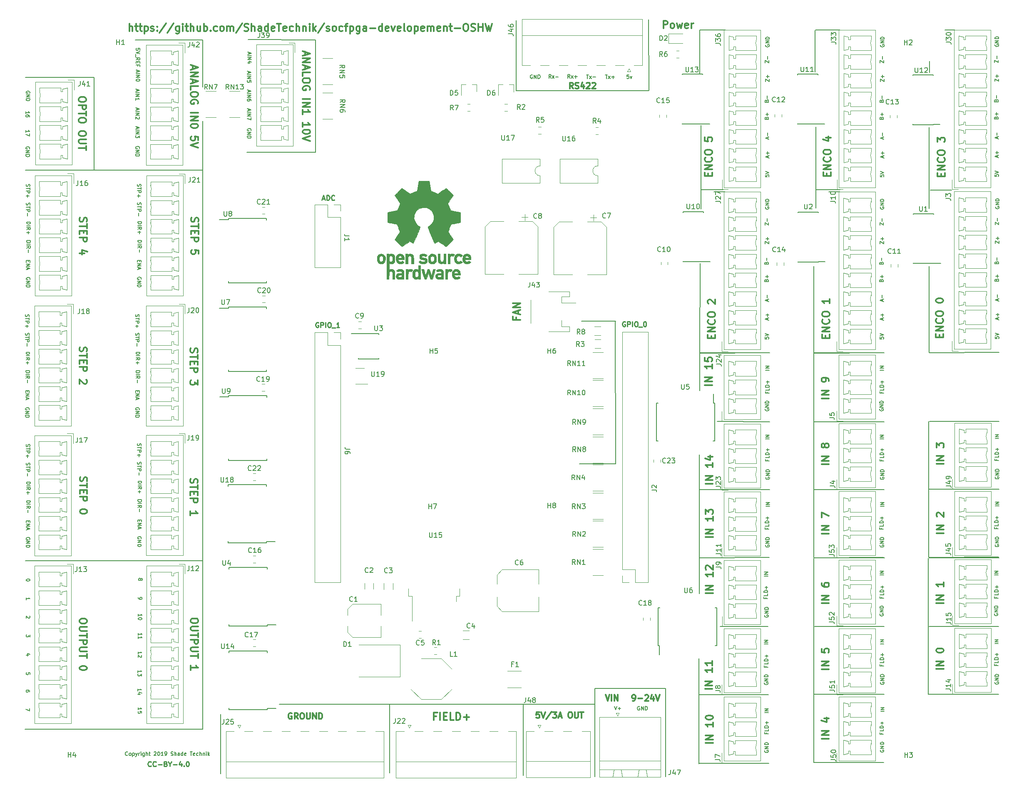
<source format=gbr>
G04 #@! TF.GenerationSoftware,KiCad,Pcbnew,5.1.4-e60b266~84~ubuntu18.04.1*
G04 #@! TF.CreationDate,2019-09-22T20:19:57-04:00*
G04 #@! TF.ProjectId,DE10nano interface,44453130-6e61-46e6-9f20-696e74657266,rev?*
G04 #@! TF.SameCoordinates,Original*
G04 #@! TF.FileFunction,Legend,Top*
G04 #@! TF.FilePolarity,Positive*
%FSLAX46Y46*%
G04 Gerber Fmt 4.6, Leading zero omitted, Abs format (unit mm)*
G04 Created by KiCad (PCBNEW 5.1.4-e60b266~84~ubuntu18.04.1) date 2019-09-22 20:19:57*
%MOMM*%
%LPD*%
G04 APERTURE LIST*
%ADD10C,0.250000*%
%ADD11C,0.300000*%
%ADD12C,0.187500*%
%ADD13C,0.150000*%
%ADD14C,0.200000*%
%ADD15C,0.010000*%
%ADD16C,0.120000*%
G04 APERTURE END LIST*
D10*
X53302380Y-169057142D02*
X53254761Y-169104761D01*
X53111904Y-169152380D01*
X53016666Y-169152380D01*
X52873809Y-169104761D01*
X52778571Y-169009523D01*
X52730952Y-168914285D01*
X52683333Y-168723809D01*
X52683333Y-168580952D01*
X52730952Y-168390476D01*
X52778571Y-168295238D01*
X52873809Y-168200000D01*
X53016666Y-168152380D01*
X53111904Y-168152380D01*
X53254761Y-168200000D01*
X53302380Y-168247619D01*
X54302380Y-169057142D02*
X54254761Y-169104761D01*
X54111904Y-169152380D01*
X54016666Y-169152380D01*
X53873809Y-169104761D01*
X53778571Y-169009523D01*
X53730952Y-168914285D01*
X53683333Y-168723809D01*
X53683333Y-168580952D01*
X53730952Y-168390476D01*
X53778571Y-168295238D01*
X53873809Y-168200000D01*
X54016666Y-168152380D01*
X54111904Y-168152380D01*
X54254761Y-168200000D01*
X54302380Y-168247619D01*
X54730952Y-168771428D02*
X55492857Y-168771428D01*
X56302380Y-168628571D02*
X56445238Y-168676190D01*
X56492857Y-168723809D01*
X56540476Y-168819047D01*
X56540476Y-168961904D01*
X56492857Y-169057142D01*
X56445238Y-169104761D01*
X56350000Y-169152380D01*
X55969047Y-169152380D01*
X55969047Y-168152380D01*
X56302380Y-168152380D01*
X56397619Y-168200000D01*
X56445238Y-168247619D01*
X56492857Y-168342857D01*
X56492857Y-168438095D01*
X56445238Y-168533333D01*
X56397619Y-168580952D01*
X56302380Y-168628571D01*
X55969047Y-168628571D01*
X57159523Y-168676190D02*
X57159523Y-169152380D01*
X56826190Y-168152380D02*
X57159523Y-168676190D01*
X57492857Y-168152380D01*
X57826190Y-168771428D02*
X58588095Y-168771428D01*
X59492857Y-168485714D02*
X59492857Y-169152380D01*
X59254761Y-168104761D02*
X59016666Y-168819047D01*
X59635714Y-168819047D01*
X60016666Y-169057142D02*
X60064285Y-169104761D01*
X60016666Y-169152380D01*
X59969047Y-169104761D01*
X60016666Y-169057142D01*
X60016666Y-169152380D01*
X60683333Y-168152380D02*
X60778571Y-168152380D01*
X60873809Y-168200000D01*
X60921428Y-168247619D01*
X60969047Y-168342857D01*
X61016666Y-168533333D01*
X61016666Y-168771428D01*
X60969047Y-168961904D01*
X60921428Y-169057142D01*
X60873809Y-169104761D01*
X60778571Y-169152380D01*
X60683333Y-169152380D01*
X60588095Y-169104761D01*
X60540476Y-169057142D01*
X60492857Y-168961904D01*
X60445238Y-168771428D01*
X60445238Y-168533333D01*
X60492857Y-168342857D01*
X60540476Y-168247619D01*
X60588095Y-168200000D01*
X60683333Y-168152380D01*
D11*
X48914285Y-19478571D02*
X48914285Y-17978571D01*
X49557142Y-19478571D02*
X49557142Y-18692857D01*
X49485714Y-18550000D01*
X49342857Y-18478571D01*
X49128571Y-18478571D01*
X48985714Y-18550000D01*
X48914285Y-18621428D01*
X50057142Y-18478571D02*
X50628571Y-18478571D01*
X50271428Y-17978571D02*
X50271428Y-19264285D01*
X50342857Y-19407142D01*
X50485714Y-19478571D01*
X50628571Y-19478571D01*
X50914285Y-18478571D02*
X51485714Y-18478571D01*
X51128571Y-17978571D02*
X51128571Y-19264285D01*
X51200000Y-19407142D01*
X51342857Y-19478571D01*
X51485714Y-19478571D01*
X51985714Y-18478571D02*
X51985714Y-19978571D01*
X51985714Y-18550000D02*
X52128571Y-18478571D01*
X52414285Y-18478571D01*
X52557142Y-18550000D01*
X52628571Y-18621428D01*
X52700000Y-18764285D01*
X52700000Y-19192857D01*
X52628571Y-19335714D01*
X52557142Y-19407142D01*
X52414285Y-19478571D01*
X52128571Y-19478571D01*
X51985714Y-19407142D01*
X53271428Y-19407142D02*
X53414285Y-19478571D01*
X53700000Y-19478571D01*
X53842857Y-19407142D01*
X53914285Y-19264285D01*
X53914285Y-19192857D01*
X53842857Y-19050000D01*
X53700000Y-18978571D01*
X53485714Y-18978571D01*
X53342857Y-18907142D01*
X53271428Y-18764285D01*
X53271428Y-18692857D01*
X53342857Y-18550000D01*
X53485714Y-18478571D01*
X53700000Y-18478571D01*
X53842857Y-18550000D01*
X54557142Y-19335714D02*
X54628571Y-19407142D01*
X54557142Y-19478571D01*
X54485714Y-19407142D01*
X54557142Y-19335714D01*
X54557142Y-19478571D01*
X54557142Y-18550000D02*
X54628571Y-18621428D01*
X54557142Y-18692857D01*
X54485714Y-18621428D01*
X54557142Y-18550000D01*
X54557142Y-18692857D01*
X56342857Y-17907142D02*
X55057142Y-19835714D01*
X57914285Y-17907142D02*
X56628571Y-19835714D01*
X59057142Y-18478571D02*
X59057142Y-19692857D01*
X58985714Y-19835714D01*
X58914285Y-19907142D01*
X58771428Y-19978571D01*
X58557142Y-19978571D01*
X58414285Y-19907142D01*
X59057142Y-19407142D02*
X58914285Y-19478571D01*
X58628571Y-19478571D01*
X58485714Y-19407142D01*
X58414285Y-19335714D01*
X58342857Y-19192857D01*
X58342857Y-18764285D01*
X58414285Y-18621428D01*
X58485714Y-18550000D01*
X58628571Y-18478571D01*
X58914285Y-18478571D01*
X59057142Y-18550000D01*
X59771428Y-19478571D02*
X59771428Y-18478571D01*
X59771428Y-17978571D02*
X59700000Y-18050000D01*
X59771428Y-18121428D01*
X59842857Y-18050000D01*
X59771428Y-17978571D01*
X59771428Y-18121428D01*
X60271428Y-18478571D02*
X60842857Y-18478571D01*
X60485714Y-17978571D02*
X60485714Y-19264285D01*
X60557142Y-19407142D01*
X60700000Y-19478571D01*
X60842857Y-19478571D01*
X61342857Y-19478571D02*
X61342857Y-17978571D01*
X61985714Y-19478571D02*
X61985714Y-18692857D01*
X61914285Y-18550000D01*
X61771428Y-18478571D01*
X61557142Y-18478571D01*
X61414285Y-18550000D01*
X61342857Y-18621428D01*
X63342857Y-18478571D02*
X63342857Y-19478571D01*
X62700000Y-18478571D02*
X62700000Y-19264285D01*
X62771428Y-19407142D01*
X62914285Y-19478571D01*
X63128571Y-19478571D01*
X63271428Y-19407142D01*
X63342857Y-19335714D01*
X64057142Y-19478571D02*
X64057142Y-17978571D01*
X64057142Y-18550000D02*
X64200000Y-18478571D01*
X64485714Y-18478571D01*
X64628571Y-18550000D01*
X64700000Y-18621428D01*
X64771428Y-18764285D01*
X64771428Y-19192857D01*
X64700000Y-19335714D01*
X64628571Y-19407142D01*
X64485714Y-19478571D01*
X64200000Y-19478571D01*
X64057142Y-19407142D01*
X65414285Y-19335714D02*
X65485714Y-19407142D01*
X65414285Y-19478571D01*
X65342857Y-19407142D01*
X65414285Y-19335714D01*
X65414285Y-19478571D01*
X66771428Y-19407142D02*
X66628571Y-19478571D01*
X66342857Y-19478571D01*
X66200000Y-19407142D01*
X66128571Y-19335714D01*
X66057142Y-19192857D01*
X66057142Y-18764285D01*
X66128571Y-18621428D01*
X66200000Y-18550000D01*
X66342857Y-18478571D01*
X66628571Y-18478571D01*
X66771428Y-18550000D01*
X67628571Y-19478571D02*
X67485714Y-19407142D01*
X67414285Y-19335714D01*
X67342857Y-19192857D01*
X67342857Y-18764285D01*
X67414285Y-18621428D01*
X67485714Y-18550000D01*
X67628571Y-18478571D01*
X67842857Y-18478571D01*
X67985714Y-18550000D01*
X68057142Y-18621428D01*
X68128571Y-18764285D01*
X68128571Y-19192857D01*
X68057142Y-19335714D01*
X67985714Y-19407142D01*
X67842857Y-19478571D01*
X67628571Y-19478571D01*
X68771428Y-19478571D02*
X68771428Y-18478571D01*
X68771428Y-18621428D02*
X68842857Y-18550000D01*
X68985714Y-18478571D01*
X69200000Y-18478571D01*
X69342857Y-18550000D01*
X69414285Y-18692857D01*
X69414285Y-19478571D01*
X69414285Y-18692857D02*
X69485714Y-18550000D01*
X69628571Y-18478571D01*
X69842857Y-18478571D01*
X69985714Y-18550000D01*
X70057142Y-18692857D01*
X70057142Y-19478571D01*
X71842857Y-17907142D02*
X70557142Y-19835714D01*
X72271428Y-19407142D02*
X72485714Y-19478571D01*
X72842857Y-19478571D01*
X72985714Y-19407142D01*
X73057142Y-19335714D01*
X73128571Y-19192857D01*
X73128571Y-19050000D01*
X73057142Y-18907142D01*
X72985714Y-18835714D01*
X72842857Y-18764285D01*
X72557142Y-18692857D01*
X72414285Y-18621428D01*
X72342857Y-18550000D01*
X72271428Y-18407142D01*
X72271428Y-18264285D01*
X72342857Y-18121428D01*
X72414285Y-18050000D01*
X72557142Y-17978571D01*
X72914285Y-17978571D01*
X73128571Y-18050000D01*
X73771428Y-19478571D02*
X73771428Y-17978571D01*
X74414285Y-19478571D02*
X74414285Y-18692857D01*
X74342857Y-18550000D01*
X74200000Y-18478571D01*
X73985714Y-18478571D01*
X73842857Y-18550000D01*
X73771428Y-18621428D01*
X75771428Y-19478571D02*
X75771428Y-18692857D01*
X75700000Y-18550000D01*
X75557142Y-18478571D01*
X75271428Y-18478571D01*
X75128571Y-18550000D01*
X75771428Y-19407142D02*
X75628571Y-19478571D01*
X75271428Y-19478571D01*
X75128571Y-19407142D01*
X75057142Y-19264285D01*
X75057142Y-19121428D01*
X75128571Y-18978571D01*
X75271428Y-18907142D01*
X75628571Y-18907142D01*
X75771428Y-18835714D01*
X77128571Y-19478571D02*
X77128571Y-17978571D01*
X77128571Y-19407142D02*
X76985714Y-19478571D01*
X76700000Y-19478571D01*
X76557142Y-19407142D01*
X76485714Y-19335714D01*
X76414285Y-19192857D01*
X76414285Y-18764285D01*
X76485714Y-18621428D01*
X76557142Y-18550000D01*
X76700000Y-18478571D01*
X76985714Y-18478571D01*
X77128571Y-18550000D01*
X78414285Y-19407142D02*
X78271428Y-19478571D01*
X77985714Y-19478571D01*
X77842857Y-19407142D01*
X77771428Y-19264285D01*
X77771428Y-18692857D01*
X77842857Y-18550000D01*
X77985714Y-18478571D01*
X78271428Y-18478571D01*
X78414285Y-18550000D01*
X78485714Y-18692857D01*
X78485714Y-18835714D01*
X77771428Y-18978571D01*
X78914285Y-17978571D02*
X79771428Y-17978571D01*
X79342857Y-19478571D02*
X79342857Y-17978571D01*
X80842857Y-19407142D02*
X80700000Y-19478571D01*
X80414285Y-19478571D01*
X80271428Y-19407142D01*
X80200000Y-19264285D01*
X80200000Y-18692857D01*
X80271428Y-18550000D01*
X80414285Y-18478571D01*
X80700000Y-18478571D01*
X80842857Y-18550000D01*
X80914285Y-18692857D01*
X80914285Y-18835714D01*
X80200000Y-18978571D01*
X82200000Y-19407142D02*
X82057142Y-19478571D01*
X81771428Y-19478571D01*
X81628571Y-19407142D01*
X81557142Y-19335714D01*
X81485714Y-19192857D01*
X81485714Y-18764285D01*
X81557142Y-18621428D01*
X81628571Y-18550000D01*
X81771428Y-18478571D01*
X82057142Y-18478571D01*
X82200000Y-18550000D01*
X82842857Y-19478571D02*
X82842857Y-17978571D01*
X83485714Y-19478571D02*
X83485714Y-18692857D01*
X83414285Y-18550000D01*
X83271428Y-18478571D01*
X83057142Y-18478571D01*
X82914285Y-18550000D01*
X82842857Y-18621428D01*
X84200000Y-18478571D02*
X84200000Y-19478571D01*
X84200000Y-18621428D02*
X84271428Y-18550000D01*
X84414285Y-18478571D01*
X84628571Y-18478571D01*
X84771428Y-18550000D01*
X84842857Y-18692857D01*
X84842857Y-19478571D01*
X85557142Y-19478571D02*
X85557142Y-18478571D01*
X85557142Y-17978571D02*
X85485714Y-18050000D01*
X85557142Y-18121428D01*
X85628571Y-18050000D01*
X85557142Y-17978571D01*
X85557142Y-18121428D01*
X86271428Y-19478571D02*
X86271428Y-17978571D01*
X86414285Y-18907142D02*
X86842857Y-19478571D01*
X86842857Y-18478571D02*
X86271428Y-19050000D01*
X88557142Y-17907142D02*
X87271428Y-19835714D01*
X88985714Y-19407142D02*
X89128571Y-19478571D01*
X89414285Y-19478571D01*
X89557142Y-19407142D01*
X89628571Y-19264285D01*
X89628571Y-19192857D01*
X89557142Y-19050000D01*
X89414285Y-18978571D01*
X89200000Y-18978571D01*
X89057142Y-18907142D01*
X88985714Y-18764285D01*
X88985714Y-18692857D01*
X89057142Y-18550000D01*
X89200000Y-18478571D01*
X89414285Y-18478571D01*
X89557142Y-18550000D01*
X90485714Y-19478571D02*
X90342857Y-19407142D01*
X90271428Y-19335714D01*
X90200000Y-19192857D01*
X90200000Y-18764285D01*
X90271428Y-18621428D01*
X90342857Y-18550000D01*
X90485714Y-18478571D01*
X90700000Y-18478571D01*
X90842857Y-18550000D01*
X90914285Y-18621428D01*
X90985714Y-18764285D01*
X90985714Y-19192857D01*
X90914285Y-19335714D01*
X90842857Y-19407142D01*
X90700000Y-19478571D01*
X90485714Y-19478571D01*
X92271428Y-19407142D02*
X92128571Y-19478571D01*
X91842857Y-19478571D01*
X91700000Y-19407142D01*
X91628571Y-19335714D01*
X91557142Y-19192857D01*
X91557142Y-18764285D01*
X91628571Y-18621428D01*
X91700000Y-18550000D01*
X91842857Y-18478571D01*
X92128571Y-18478571D01*
X92271428Y-18550000D01*
X92700000Y-18478571D02*
X93271428Y-18478571D01*
X92914285Y-19478571D02*
X92914285Y-18192857D01*
X92985714Y-18050000D01*
X93128571Y-17978571D01*
X93271428Y-17978571D01*
X93771428Y-18478571D02*
X93771428Y-19978571D01*
X93771428Y-18550000D02*
X93914285Y-18478571D01*
X94200000Y-18478571D01*
X94342857Y-18550000D01*
X94414285Y-18621428D01*
X94485714Y-18764285D01*
X94485714Y-19192857D01*
X94414285Y-19335714D01*
X94342857Y-19407142D01*
X94200000Y-19478571D01*
X93914285Y-19478571D01*
X93771428Y-19407142D01*
X95771428Y-18478571D02*
X95771428Y-19692857D01*
X95700000Y-19835714D01*
X95628571Y-19907142D01*
X95485714Y-19978571D01*
X95271428Y-19978571D01*
X95128571Y-19907142D01*
X95771428Y-19407142D02*
X95628571Y-19478571D01*
X95342857Y-19478571D01*
X95200000Y-19407142D01*
X95128571Y-19335714D01*
X95057142Y-19192857D01*
X95057142Y-18764285D01*
X95128571Y-18621428D01*
X95200000Y-18550000D01*
X95342857Y-18478571D01*
X95628571Y-18478571D01*
X95771428Y-18550000D01*
X97128571Y-19478571D02*
X97128571Y-18692857D01*
X97057142Y-18550000D01*
X96914285Y-18478571D01*
X96628571Y-18478571D01*
X96485714Y-18550000D01*
X97128571Y-19407142D02*
X96985714Y-19478571D01*
X96628571Y-19478571D01*
X96485714Y-19407142D01*
X96414285Y-19264285D01*
X96414285Y-19121428D01*
X96485714Y-18978571D01*
X96628571Y-18907142D01*
X96985714Y-18907142D01*
X97128571Y-18835714D01*
X97842857Y-18907142D02*
X98985714Y-18907142D01*
X100342857Y-19478571D02*
X100342857Y-17978571D01*
X100342857Y-19407142D02*
X100200000Y-19478571D01*
X99914285Y-19478571D01*
X99771428Y-19407142D01*
X99700000Y-19335714D01*
X99628571Y-19192857D01*
X99628571Y-18764285D01*
X99700000Y-18621428D01*
X99771428Y-18550000D01*
X99914285Y-18478571D01*
X100200000Y-18478571D01*
X100342857Y-18550000D01*
X101628571Y-19407142D02*
X101485714Y-19478571D01*
X101200000Y-19478571D01*
X101057142Y-19407142D01*
X100985714Y-19264285D01*
X100985714Y-18692857D01*
X101057142Y-18550000D01*
X101200000Y-18478571D01*
X101485714Y-18478571D01*
X101628571Y-18550000D01*
X101700000Y-18692857D01*
X101700000Y-18835714D01*
X100985714Y-18978571D01*
X102200000Y-18478571D02*
X102557142Y-19478571D01*
X102914285Y-18478571D01*
X104057142Y-19407142D02*
X103914285Y-19478571D01*
X103628571Y-19478571D01*
X103485714Y-19407142D01*
X103414285Y-19264285D01*
X103414285Y-18692857D01*
X103485714Y-18550000D01*
X103628571Y-18478571D01*
X103914285Y-18478571D01*
X104057142Y-18550000D01*
X104128571Y-18692857D01*
X104128571Y-18835714D01*
X103414285Y-18978571D01*
X104985714Y-19478571D02*
X104842857Y-19407142D01*
X104771428Y-19264285D01*
X104771428Y-17978571D01*
X105771428Y-19478571D02*
X105628571Y-19407142D01*
X105557142Y-19335714D01*
X105485714Y-19192857D01*
X105485714Y-18764285D01*
X105557142Y-18621428D01*
X105628571Y-18550000D01*
X105771428Y-18478571D01*
X105985714Y-18478571D01*
X106128571Y-18550000D01*
X106200000Y-18621428D01*
X106271428Y-18764285D01*
X106271428Y-19192857D01*
X106200000Y-19335714D01*
X106128571Y-19407142D01*
X105985714Y-19478571D01*
X105771428Y-19478571D01*
X106914285Y-18478571D02*
X106914285Y-19978571D01*
X106914285Y-18550000D02*
X107057142Y-18478571D01*
X107342857Y-18478571D01*
X107485714Y-18550000D01*
X107557142Y-18621428D01*
X107628571Y-18764285D01*
X107628571Y-19192857D01*
X107557142Y-19335714D01*
X107485714Y-19407142D01*
X107342857Y-19478571D01*
X107057142Y-19478571D01*
X106914285Y-19407142D01*
X108842857Y-19407142D02*
X108700000Y-19478571D01*
X108414285Y-19478571D01*
X108271428Y-19407142D01*
X108200000Y-19264285D01*
X108200000Y-18692857D01*
X108271428Y-18550000D01*
X108414285Y-18478571D01*
X108700000Y-18478571D01*
X108842857Y-18550000D01*
X108914285Y-18692857D01*
X108914285Y-18835714D01*
X108200000Y-18978571D01*
X109557142Y-19478571D02*
X109557142Y-18478571D01*
X109557142Y-18621428D02*
X109628571Y-18550000D01*
X109771428Y-18478571D01*
X109985714Y-18478571D01*
X110128571Y-18550000D01*
X110200000Y-18692857D01*
X110200000Y-19478571D01*
X110200000Y-18692857D02*
X110271428Y-18550000D01*
X110414285Y-18478571D01*
X110628571Y-18478571D01*
X110771428Y-18550000D01*
X110842857Y-18692857D01*
X110842857Y-19478571D01*
X112128571Y-19407142D02*
X111985714Y-19478571D01*
X111700000Y-19478571D01*
X111557142Y-19407142D01*
X111485714Y-19264285D01*
X111485714Y-18692857D01*
X111557142Y-18550000D01*
X111700000Y-18478571D01*
X111985714Y-18478571D01*
X112128571Y-18550000D01*
X112200000Y-18692857D01*
X112200000Y-18835714D01*
X111485714Y-18978571D01*
X112842857Y-18478571D02*
X112842857Y-19478571D01*
X112842857Y-18621428D02*
X112914285Y-18550000D01*
X113057142Y-18478571D01*
X113271428Y-18478571D01*
X113414285Y-18550000D01*
X113485714Y-18692857D01*
X113485714Y-19478571D01*
X113985714Y-18478571D02*
X114557142Y-18478571D01*
X114200000Y-17978571D02*
X114200000Y-19264285D01*
X114271428Y-19407142D01*
X114414285Y-19478571D01*
X114557142Y-19478571D01*
X115057142Y-18907142D02*
X116200000Y-18907142D01*
X117200000Y-17978571D02*
X117485714Y-17978571D01*
X117628571Y-18050000D01*
X117771428Y-18192857D01*
X117842857Y-18478571D01*
X117842857Y-18978571D01*
X117771428Y-19264285D01*
X117628571Y-19407142D01*
X117485714Y-19478571D01*
X117200000Y-19478571D01*
X117057142Y-19407142D01*
X116914285Y-19264285D01*
X116842857Y-18978571D01*
X116842857Y-18478571D01*
X116914285Y-18192857D01*
X117057142Y-18050000D01*
X117200000Y-17978571D01*
X118414285Y-19407142D02*
X118628571Y-19478571D01*
X118985714Y-19478571D01*
X119128571Y-19407142D01*
X119200000Y-19335714D01*
X119271428Y-19192857D01*
X119271428Y-19050000D01*
X119200000Y-18907142D01*
X119128571Y-18835714D01*
X118985714Y-18764285D01*
X118700000Y-18692857D01*
X118557142Y-18621428D01*
X118485714Y-18550000D01*
X118414285Y-18407142D01*
X118414285Y-18264285D01*
X118485714Y-18121428D01*
X118557142Y-18050000D01*
X118700000Y-17978571D01*
X119057142Y-17978571D01*
X119271428Y-18050000D01*
X119914285Y-19478571D02*
X119914285Y-17978571D01*
X119914285Y-18692857D02*
X120771428Y-18692857D01*
X120771428Y-19478571D02*
X120771428Y-17978571D01*
X121342857Y-17978571D02*
X121700000Y-19478571D01*
X121985714Y-18407142D01*
X122271428Y-19478571D01*
X122628571Y-17978571D01*
D12*
X48542857Y-166867857D02*
X48507142Y-166903571D01*
X48400000Y-166939285D01*
X48328571Y-166939285D01*
X48221428Y-166903571D01*
X48150000Y-166832142D01*
X48114285Y-166760714D01*
X48078571Y-166617857D01*
X48078571Y-166510714D01*
X48114285Y-166367857D01*
X48150000Y-166296428D01*
X48221428Y-166225000D01*
X48328571Y-166189285D01*
X48400000Y-166189285D01*
X48507142Y-166225000D01*
X48542857Y-166260714D01*
X48971428Y-166939285D02*
X48900000Y-166903571D01*
X48864285Y-166867857D01*
X48828571Y-166796428D01*
X48828571Y-166582142D01*
X48864285Y-166510714D01*
X48900000Y-166475000D01*
X48971428Y-166439285D01*
X49078571Y-166439285D01*
X49150000Y-166475000D01*
X49185714Y-166510714D01*
X49221428Y-166582142D01*
X49221428Y-166796428D01*
X49185714Y-166867857D01*
X49150000Y-166903571D01*
X49078571Y-166939285D01*
X48971428Y-166939285D01*
X49542857Y-166439285D02*
X49542857Y-167189285D01*
X49542857Y-166475000D02*
X49614285Y-166439285D01*
X49757142Y-166439285D01*
X49828571Y-166475000D01*
X49864285Y-166510714D01*
X49900000Y-166582142D01*
X49900000Y-166796428D01*
X49864285Y-166867857D01*
X49828571Y-166903571D01*
X49757142Y-166939285D01*
X49614285Y-166939285D01*
X49542857Y-166903571D01*
X50150000Y-166439285D02*
X50328571Y-166939285D01*
X50507142Y-166439285D02*
X50328571Y-166939285D01*
X50257142Y-167117857D01*
X50221428Y-167153571D01*
X50150000Y-167189285D01*
X50792857Y-166939285D02*
X50792857Y-166439285D01*
X50792857Y-166582142D02*
X50828571Y-166510714D01*
X50864285Y-166475000D01*
X50935714Y-166439285D01*
X51007142Y-166439285D01*
X51257142Y-166939285D02*
X51257142Y-166439285D01*
X51257142Y-166189285D02*
X51221428Y-166225000D01*
X51257142Y-166260714D01*
X51292857Y-166225000D01*
X51257142Y-166189285D01*
X51257142Y-166260714D01*
X51935714Y-166439285D02*
X51935714Y-167046428D01*
X51900000Y-167117857D01*
X51864285Y-167153571D01*
X51792857Y-167189285D01*
X51685714Y-167189285D01*
X51614285Y-167153571D01*
X51935714Y-166903571D02*
X51864285Y-166939285D01*
X51721428Y-166939285D01*
X51650000Y-166903571D01*
X51614285Y-166867857D01*
X51578571Y-166796428D01*
X51578571Y-166582142D01*
X51614285Y-166510714D01*
X51650000Y-166475000D01*
X51721428Y-166439285D01*
X51864285Y-166439285D01*
X51935714Y-166475000D01*
X52292857Y-166939285D02*
X52292857Y-166189285D01*
X52614285Y-166939285D02*
X52614285Y-166546428D01*
X52578571Y-166475000D01*
X52507142Y-166439285D01*
X52400000Y-166439285D01*
X52328571Y-166475000D01*
X52292857Y-166510714D01*
X52864285Y-166439285D02*
X53150000Y-166439285D01*
X52971428Y-166189285D02*
X52971428Y-166832142D01*
X53007142Y-166903571D01*
X53078571Y-166939285D01*
X53150000Y-166939285D01*
X53935714Y-166260714D02*
X53971428Y-166225000D01*
X54042857Y-166189285D01*
X54221428Y-166189285D01*
X54292857Y-166225000D01*
X54328571Y-166260714D01*
X54364285Y-166332142D01*
X54364285Y-166403571D01*
X54328571Y-166510714D01*
X53900000Y-166939285D01*
X54364285Y-166939285D01*
X54828571Y-166189285D02*
X54900000Y-166189285D01*
X54971428Y-166225000D01*
X55007142Y-166260714D01*
X55042857Y-166332142D01*
X55078571Y-166475000D01*
X55078571Y-166653571D01*
X55042857Y-166796428D01*
X55007142Y-166867857D01*
X54971428Y-166903571D01*
X54900000Y-166939285D01*
X54828571Y-166939285D01*
X54757142Y-166903571D01*
X54721428Y-166867857D01*
X54685714Y-166796428D01*
X54650000Y-166653571D01*
X54650000Y-166475000D01*
X54685714Y-166332142D01*
X54721428Y-166260714D01*
X54757142Y-166225000D01*
X54828571Y-166189285D01*
X55792857Y-166939285D02*
X55364285Y-166939285D01*
X55578571Y-166939285D02*
X55578571Y-166189285D01*
X55507142Y-166296428D01*
X55435714Y-166367857D01*
X55364285Y-166403571D01*
X56150000Y-166939285D02*
X56292857Y-166939285D01*
X56364285Y-166903571D01*
X56400000Y-166867857D01*
X56471428Y-166760714D01*
X56507142Y-166617857D01*
X56507142Y-166332142D01*
X56471428Y-166260714D01*
X56435714Y-166225000D01*
X56364285Y-166189285D01*
X56221428Y-166189285D01*
X56150000Y-166225000D01*
X56114285Y-166260714D01*
X56078571Y-166332142D01*
X56078571Y-166510714D01*
X56114285Y-166582142D01*
X56150000Y-166617857D01*
X56221428Y-166653571D01*
X56364285Y-166653571D01*
X56435714Y-166617857D01*
X56471428Y-166582142D01*
X56507142Y-166510714D01*
X57364285Y-166903571D02*
X57471428Y-166939285D01*
X57650000Y-166939285D01*
X57721428Y-166903571D01*
X57757142Y-166867857D01*
X57792857Y-166796428D01*
X57792857Y-166725000D01*
X57757142Y-166653571D01*
X57721428Y-166617857D01*
X57650000Y-166582142D01*
X57507142Y-166546428D01*
X57435714Y-166510714D01*
X57400000Y-166475000D01*
X57364285Y-166403571D01*
X57364285Y-166332142D01*
X57400000Y-166260714D01*
X57435714Y-166225000D01*
X57507142Y-166189285D01*
X57685714Y-166189285D01*
X57792857Y-166225000D01*
X58114285Y-166939285D02*
X58114285Y-166189285D01*
X58435714Y-166939285D02*
X58435714Y-166546428D01*
X58400000Y-166475000D01*
X58328571Y-166439285D01*
X58221428Y-166439285D01*
X58150000Y-166475000D01*
X58114285Y-166510714D01*
X59114285Y-166939285D02*
X59114285Y-166546428D01*
X59078571Y-166475000D01*
X59007142Y-166439285D01*
X58864285Y-166439285D01*
X58792857Y-166475000D01*
X59114285Y-166903571D02*
X59042857Y-166939285D01*
X58864285Y-166939285D01*
X58792857Y-166903571D01*
X58757142Y-166832142D01*
X58757142Y-166760714D01*
X58792857Y-166689285D01*
X58864285Y-166653571D01*
X59042857Y-166653571D01*
X59114285Y-166617857D01*
X59792857Y-166939285D02*
X59792857Y-166189285D01*
X59792857Y-166903571D02*
X59721428Y-166939285D01*
X59578571Y-166939285D01*
X59507142Y-166903571D01*
X59471428Y-166867857D01*
X59435714Y-166796428D01*
X59435714Y-166582142D01*
X59471428Y-166510714D01*
X59507142Y-166475000D01*
X59578571Y-166439285D01*
X59721428Y-166439285D01*
X59792857Y-166475000D01*
X60435714Y-166903571D02*
X60364285Y-166939285D01*
X60221428Y-166939285D01*
X60150000Y-166903571D01*
X60114285Y-166832142D01*
X60114285Y-166546428D01*
X60150000Y-166475000D01*
X60221428Y-166439285D01*
X60364285Y-166439285D01*
X60435714Y-166475000D01*
X60471428Y-166546428D01*
X60471428Y-166617857D01*
X60114285Y-166689285D01*
X61257142Y-166189285D02*
X61685714Y-166189285D01*
X61471428Y-166939285D02*
X61471428Y-166189285D01*
X62221428Y-166903571D02*
X62150000Y-166939285D01*
X62007142Y-166939285D01*
X61935714Y-166903571D01*
X61900000Y-166832142D01*
X61900000Y-166546428D01*
X61935714Y-166475000D01*
X62007142Y-166439285D01*
X62150000Y-166439285D01*
X62221428Y-166475000D01*
X62257142Y-166546428D01*
X62257142Y-166617857D01*
X61900000Y-166689285D01*
X62900000Y-166903571D02*
X62828571Y-166939285D01*
X62685714Y-166939285D01*
X62614285Y-166903571D01*
X62578571Y-166867857D01*
X62542857Y-166796428D01*
X62542857Y-166582142D01*
X62578571Y-166510714D01*
X62614285Y-166475000D01*
X62685714Y-166439285D01*
X62828571Y-166439285D01*
X62900000Y-166475000D01*
X63221428Y-166939285D02*
X63221428Y-166189285D01*
X63542857Y-166939285D02*
X63542857Y-166546428D01*
X63507142Y-166475000D01*
X63435714Y-166439285D01*
X63328571Y-166439285D01*
X63257142Y-166475000D01*
X63221428Y-166510714D01*
X63900000Y-166439285D02*
X63900000Y-166939285D01*
X63900000Y-166510714D02*
X63935714Y-166475000D01*
X64007142Y-166439285D01*
X64114285Y-166439285D01*
X64185714Y-166475000D01*
X64221428Y-166546428D01*
X64221428Y-166939285D01*
X64578571Y-166939285D02*
X64578571Y-166439285D01*
X64578571Y-166189285D02*
X64542857Y-166225000D01*
X64578571Y-166260714D01*
X64614285Y-166225000D01*
X64578571Y-166189285D01*
X64578571Y-166260714D01*
X64935714Y-166939285D02*
X64935714Y-166189285D01*
X65007142Y-166653571D02*
X65221428Y-166939285D01*
X65221428Y-166439285D02*
X64935714Y-166725000D01*
D13*
X143600000Y-153250000D02*
X158000000Y-153250000D01*
D14*
X164879020Y-28107640D02*
X164879020Y-19268440D01*
X169641520Y-51762660D02*
X165237160Y-51762660D01*
X165135560Y-55653940D02*
X165135560Y-38653720D01*
X164929820Y-84889340D02*
X164980620Y-66763900D01*
X188394340Y-27825700D02*
X188394340Y-19357340D01*
X188630560Y-51744880D02*
X193426080Y-51744880D01*
X188513720Y-55534560D02*
X188513720Y-38955980D01*
X188158120Y-85021420D02*
X188158120Y-67317620D01*
X214787480Y-19296380D02*
X216781380Y-19296380D01*
X211642960Y-27896820D02*
X211660740Y-25636220D01*
X211609940Y-55565040D02*
X211609940Y-39098220D01*
X211607400Y-84861400D02*
X211607400Y-67373500D01*
X129000000Y-156600000D02*
X129000000Y-170953540D01*
X164937440Y-85008720D02*
X164947600Y-92654120D01*
X179158620Y-84957920D02*
X164998120Y-85021420D01*
X179112900Y-98981260D02*
X168440100Y-98971100D01*
X179054480Y-126616460D02*
X164893980Y-126679960D01*
D12*
X178647848Y-106725114D02*
X178647848Y-106975114D01*
X179040705Y-106975114D02*
X178290705Y-106975114D01*
X178290705Y-106617971D01*
X179040705Y-105975114D02*
X179040705Y-106332257D01*
X178290705Y-106332257D01*
X179040705Y-105725114D02*
X178290705Y-105725114D01*
X178290705Y-105546542D01*
X178326420Y-105439400D01*
X178397848Y-105367971D01*
X178469277Y-105332257D01*
X178612134Y-105296542D01*
X178719277Y-105296542D01*
X178862134Y-105332257D01*
X178933562Y-105367971D01*
X179004991Y-105439400D01*
X179040705Y-105546542D01*
X179040705Y-105725114D01*
X178754991Y-104975114D02*
X178754991Y-104403685D01*
X179040705Y-104689400D02*
X178469277Y-104689400D01*
X178273080Y-96367528D02*
X178237365Y-96438957D01*
X178237365Y-96546100D01*
X178273080Y-96653242D01*
X178344508Y-96724671D01*
X178415937Y-96760385D01*
X178558794Y-96796100D01*
X178665937Y-96796100D01*
X178808794Y-96760385D01*
X178880222Y-96724671D01*
X178951651Y-96653242D01*
X178987365Y-96546100D01*
X178987365Y-96474671D01*
X178951651Y-96367528D01*
X178915937Y-96331814D01*
X178665937Y-96331814D01*
X178665937Y-96474671D01*
X178987365Y-96010385D02*
X178237365Y-96010385D01*
X178987365Y-95581814D01*
X178237365Y-95581814D01*
X178987365Y-95224671D02*
X178237365Y-95224671D01*
X178237365Y-95046100D01*
X178273080Y-94938957D01*
X178344508Y-94867528D01*
X178415937Y-94831814D01*
X178558794Y-94796100D01*
X178665937Y-94796100D01*
X178808794Y-94831814D01*
X178880222Y-94867528D01*
X178951651Y-94938957D01*
X178987365Y-95046100D01*
X178987365Y-95224671D01*
D14*
X179145920Y-112773460D02*
X164921920Y-112773460D01*
X164820600Y-105664000D02*
X164823140Y-134012940D01*
D12*
X179040705Y-88487677D02*
X178290705Y-88487677D01*
X179040705Y-88130534D02*
X178290705Y-88130534D01*
X179040705Y-87701962D01*
X178290705Y-87701962D01*
D11*
X167574351Y-111622174D02*
X166074351Y-111622174D01*
X167574351Y-110907888D02*
X166074351Y-110907888D01*
X167574351Y-110050745D01*
X166074351Y-110050745D01*
X167574351Y-107407888D02*
X167574351Y-108265031D01*
X167574351Y-107836460D02*
X166074351Y-107836460D01*
X166288637Y-107979317D01*
X166431494Y-108122174D01*
X166502922Y-108265031D01*
X166574351Y-106122174D02*
X167574351Y-106122174D01*
X166002922Y-106479317D02*
X167074351Y-106836460D01*
X167074351Y-105907888D01*
D12*
X179073725Y-102483077D02*
X178323725Y-102483077D01*
X179073725Y-102125934D02*
X178323725Y-102125934D01*
X179073725Y-101697362D01*
X178323725Y-101697362D01*
X178359440Y-124099248D02*
X178323725Y-124170677D01*
X178323725Y-124277820D01*
X178359440Y-124384962D01*
X178430868Y-124456391D01*
X178502297Y-124492105D01*
X178645154Y-124527820D01*
X178752297Y-124527820D01*
X178895154Y-124492105D01*
X178966582Y-124456391D01*
X179038011Y-124384962D01*
X179073725Y-124277820D01*
X179073725Y-124206391D01*
X179038011Y-124099248D01*
X179002297Y-124063534D01*
X178752297Y-124063534D01*
X178752297Y-124206391D01*
X179073725Y-123742105D02*
X178323725Y-123742105D01*
X179073725Y-123313534D01*
X178323725Y-123313534D01*
X179073725Y-122956391D02*
X178323725Y-122956391D01*
X178323725Y-122777820D01*
X178359440Y-122670677D01*
X178430868Y-122599248D01*
X178502297Y-122563534D01*
X178645154Y-122527820D01*
X178752297Y-122527820D01*
X178895154Y-122563534D01*
X178966582Y-122599248D01*
X179038011Y-122670677D01*
X179073725Y-122777820D01*
X179073725Y-122956391D01*
X179157545Y-116237177D02*
X178407545Y-116237177D01*
X179157545Y-115880034D02*
X178407545Y-115880034D01*
X179157545Y-115451462D01*
X178407545Y-115451462D01*
X178594508Y-120629074D02*
X178594508Y-120879074D01*
X178987365Y-120879074D02*
X178237365Y-120879074D01*
X178237365Y-120521931D01*
X178987365Y-119879074D02*
X178987365Y-120236217D01*
X178237365Y-120236217D01*
X178987365Y-119629074D02*
X178237365Y-119629074D01*
X178237365Y-119450502D01*
X178273080Y-119343360D01*
X178344508Y-119271931D01*
X178415937Y-119236217D01*
X178558794Y-119200502D01*
X178665937Y-119200502D01*
X178808794Y-119236217D01*
X178880222Y-119271931D01*
X178951651Y-119343360D01*
X178987365Y-119450502D01*
X178987365Y-119629074D01*
X178701651Y-118879074D02*
X178701651Y-118307645D01*
X178987365Y-118593360D02*
X178415937Y-118593360D01*
X178400080Y-110301968D02*
X178364365Y-110373397D01*
X178364365Y-110480540D01*
X178400080Y-110587682D01*
X178471508Y-110659111D01*
X178542937Y-110694825D01*
X178685794Y-110730540D01*
X178792937Y-110730540D01*
X178935794Y-110694825D01*
X179007222Y-110659111D01*
X179078651Y-110587682D01*
X179114365Y-110480540D01*
X179114365Y-110409111D01*
X179078651Y-110301968D01*
X179042937Y-110266254D01*
X178792937Y-110266254D01*
X178792937Y-110409111D01*
X179114365Y-109944825D02*
X178364365Y-109944825D01*
X179114365Y-109516254D01*
X178364365Y-109516254D01*
X179114365Y-109159111D02*
X178364365Y-109159111D01*
X178364365Y-108980540D01*
X178400080Y-108873397D01*
X178471508Y-108801968D01*
X178542937Y-108766254D01*
X178685794Y-108730540D01*
X178792937Y-108730540D01*
X178935794Y-108766254D01*
X179007222Y-108801968D01*
X179078651Y-108873397D01*
X179114365Y-108980540D01*
X179114365Y-109159111D01*
X178647848Y-92953234D02*
X178647848Y-93203234D01*
X179040705Y-93203234D02*
X178290705Y-93203234D01*
X178290705Y-92846091D01*
X179040705Y-92203234D02*
X179040705Y-92560377D01*
X178290705Y-92560377D01*
X179040705Y-91953234D02*
X178290705Y-91953234D01*
X178290705Y-91774662D01*
X178326420Y-91667520D01*
X178397848Y-91596091D01*
X178469277Y-91560377D01*
X178612134Y-91524662D01*
X178719277Y-91524662D01*
X178862134Y-91560377D01*
X178933562Y-91596091D01*
X179004991Y-91667520D01*
X179040705Y-91774662D01*
X179040705Y-91953234D01*
X178754991Y-91203234D02*
X178754991Y-90631805D01*
X179040705Y-90917520D02*
X178469277Y-90917520D01*
D11*
X167637851Y-122498454D02*
X166137851Y-122498454D01*
X167637851Y-121784168D02*
X166137851Y-121784168D01*
X167637851Y-120927025D01*
X166137851Y-120927025D01*
X167637851Y-118284168D02*
X167637851Y-119141311D01*
X167637851Y-118712740D02*
X166137851Y-118712740D01*
X166352137Y-118855597D01*
X166494994Y-118998454D01*
X166566422Y-119141311D01*
X166137851Y-117784168D02*
X166137851Y-116855597D01*
X166709280Y-117355597D01*
X166709280Y-117141311D01*
X166780708Y-116998454D01*
X166852137Y-116927025D01*
X166994994Y-116855597D01*
X167352137Y-116855597D01*
X167494994Y-116927025D01*
X167566422Y-116998454D01*
X167637851Y-117141311D01*
X167637851Y-117569882D01*
X167566422Y-117712740D01*
X167494994Y-117784168D01*
D14*
X179176400Y-84985860D02*
X164952400Y-84985860D01*
D11*
X167452431Y-91535854D02*
X165952431Y-91535854D01*
X167452431Y-90821568D02*
X165952431Y-90821568D01*
X167452431Y-89964425D01*
X165952431Y-89964425D01*
X167452431Y-87321568D02*
X167452431Y-88178711D01*
X167452431Y-87750140D02*
X165952431Y-87750140D01*
X166166717Y-87892997D01*
X166309574Y-88035854D01*
X166381002Y-88178711D01*
X165952431Y-85964425D02*
X165952431Y-86678711D01*
X166666717Y-86750140D01*
X166595288Y-86678711D01*
X166523860Y-86535854D01*
X166523860Y-86178711D01*
X166595288Y-86035854D01*
X166666717Y-85964425D01*
X166809574Y-85892997D01*
X167166717Y-85892997D01*
X167309574Y-85964425D01*
X167381002Y-86035854D01*
X167452431Y-86178711D01*
X167452431Y-86535854D01*
X167381002Y-86678711D01*
X167309574Y-86750140D01*
D14*
X188114660Y-85084920D02*
X188114660Y-126621540D01*
X202392000Y-98981260D02*
X188231500Y-98981260D01*
D12*
X201926948Y-106725114D02*
X201926948Y-106975114D01*
X202319805Y-106975114D02*
X201569805Y-106975114D01*
X201569805Y-106617971D01*
X202319805Y-105975114D02*
X202319805Y-106332257D01*
X201569805Y-106332257D01*
X202319805Y-105725114D02*
X201569805Y-105725114D01*
X201569805Y-105546542D01*
X201605520Y-105439400D01*
X201676948Y-105367971D01*
X201748377Y-105332257D01*
X201891234Y-105296542D01*
X201998377Y-105296542D01*
X202141234Y-105332257D01*
X202212662Y-105367971D01*
X202284091Y-105439400D01*
X202319805Y-105546542D01*
X202319805Y-105725114D01*
X202034091Y-104975114D02*
X202034091Y-104403685D01*
X202319805Y-104689400D02*
X201748377Y-104689400D01*
X201873608Y-120629074D02*
X201873608Y-120879074D01*
X202266465Y-120879074D02*
X201516465Y-120879074D01*
X201516465Y-120521931D01*
X202266465Y-119879074D02*
X202266465Y-120236217D01*
X201516465Y-120236217D01*
X202266465Y-119629074D02*
X201516465Y-119629074D01*
X201516465Y-119450502D01*
X201552180Y-119343360D01*
X201623608Y-119271931D01*
X201695037Y-119236217D01*
X201837894Y-119200502D01*
X201945037Y-119200502D01*
X202087894Y-119236217D01*
X202159322Y-119271931D01*
X202230751Y-119343360D01*
X202266465Y-119450502D01*
X202266465Y-119629074D01*
X201980751Y-118879074D02*
X201980751Y-118307645D01*
X202266465Y-118593360D02*
X201695037Y-118593360D01*
D14*
X202333580Y-126616460D02*
X188173080Y-126679960D01*
X202437720Y-84957920D02*
X188277220Y-85021420D01*
D11*
X191183371Y-121774008D02*
X189683371Y-121774008D01*
X191183371Y-121059722D02*
X189683371Y-121059722D01*
X191183371Y-120202580D01*
X189683371Y-120202580D01*
X189683371Y-118488294D02*
X189683371Y-117488294D01*
X191183371Y-118131151D01*
D12*
X201552180Y-96367528D02*
X201516465Y-96438957D01*
X201516465Y-96546100D01*
X201552180Y-96653242D01*
X201623608Y-96724671D01*
X201695037Y-96760385D01*
X201837894Y-96796100D01*
X201945037Y-96796100D01*
X202087894Y-96760385D01*
X202159322Y-96724671D01*
X202230751Y-96653242D01*
X202266465Y-96546100D01*
X202266465Y-96474671D01*
X202230751Y-96367528D01*
X202195037Y-96331814D01*
X201945037Y-96331814D01*
X201945037Y-96474671D01*
X202266465Y-96010385D02*
X201516465Y-96010385D01*
X202266465Y-95581814D01*
X201516465Y-95581814D01*
X202266465Y-95224671D02*
X201516465Y-95224671D01*
X201516465Y-95046100D01*
X201552180Y-94938957D01*
X201623608Y-94867528D01*
X201695037Y-94831814D01*
X201837894Y-94796100D01*
X201945037Y-94796100D01*
X202087894Y-94831814D01*
X202159322Y-94867528D01*
X202230751Y-94938957D01*
X202266465Y-95046100D01*
X202266465Y-95224671D01*
X202436645Y-116237177D02*
X201686645Y-116237177D01*
X202436645Y-115880034D02*
X201686645Y-115880034D01*
X202436645Y-115451462D01*
X201686645Y-115451462D01*
X202319805Y-88487677D02*
X201569805Y-88487677D01*
X202319805Y-88130534D02*
X201569805Y-88130534D01*
X202319805Y-87701962D01*
X201569805Y-87701962D01*
X201926948Y-92953234D02*
X201926948Y-93203234D01*
X202319805Y-93203234D02*
X201569805Y-93203234D01*
X201569805Y-92846091D01*
X202319805Y-92203234D02*
X202319805Y-92560377D01*
X201569805Y-92560377D01*
X202319805Y-91953234D02*
X201569805Y-91953234D01*
X201569805Y-91774662D01*
X201605520Y-91667520D01*
X201676948Y-91596091D01*
X201748377Y-91560377D01*
X201891234Y-91524662D01*
X201998377Y-91524662D01*
X202141234Y-91560377D01*
X202212662Y-91596091D01*
X202284091Y-91667520D01*
X202319805Y-91774662D01*
X202319805Y-91953234D01*
X202034091Y-91203234D02*
X202034091Y-90631805D01*
X202319805Y-90917520D02*
X201748377Y-90917520D01*
X201679180Y-110301968D02*
X201643465Y-110373397D01*
X201643465Y-110480540D01*
X201679180Y-110587682D01*
X201750608Y-110659111D01*
X201822037Y-110694825D01*
X201964894Y-110730540D01*
X202072037Y-110730540D01*
X202214894Y-110694825D01*
X202286322Y-110659111D01*
X202357751Y-110587682D01*
X202393465Y-110480540D01*
X202393465Y-110409111D01*
X202357751Y-110301968D01*
X202322037Y-110266254D01*
X202072037Y-110266254D01*
X202072037Y-110409111D01*
X202393465Y-109944825D02*
X201643465Y-109944825D01*
X202393465Y-109516254D01*
X201643465Y-109516254D01*
X202393465Y-109159111D02*
X201643465Y-109159111D01*
X201643465Y-108980540D01*
X201679180Y-108873397D01*
X201750608Y-108801968D01*
X201822037Y-108766254D01*
X201964894Y-108730540D01*
X202072037Y-108730540D01*
X202214894Y-108766254D01*
X202286322Y-108801968D01*
X202357751Y-108873397D01*
X202393465Y-108980540D01*
X202393465Y-109159111D01*
X201638540Y-124099248D02*
X201602825Y-124170677D01*
X201602825Y-124277820D01*
X201638540Y-124384962D01*
X201709968Y-124456391D01*
X201781397Y-124492105D01*
X201924254Y-124527820D01*
X202031397Y-124527820D01*
X202174254Y-124492105D01*
X202245682Y-124456391D01*
X202317111Y-124384962D01*
X202352825Y-124277820D01*
X202352825Y-124206391D01*
X202317111Y-124099248D01*
X202281397Y-124063534D01*
X202031397Y-124063534D01*
X202031397Y-124206391D01*
X202352825Y-123742105D02*
X201602825Y-123742105D01*
X202352825Y-123313534D01*
X201602825Y-123313534D01*
X202352825Y-122956391D02*
X201602825Y-122956391D01*
X201602825Y-122777820D01*
X201638540Y-122670677D01*
X201709968Y-122599248D01*
X201781397Y-122563534D01*
X201924254Y-122527820D01*
X202031397Y-122527820D01*
X202174254Y-122563534D01*
X202245682Y-122599248D01*
X202317111Y-122670677D01*
X202352825Y-122777820D01*
X202352825Y-122956391D01*
D11*
X191183371Y-107649068D02*
X189683371Y-107649068D01*
X191183371Y-106934782D02*
X189683371Y-106934782D01*
X191183371Y-106077640D01*
X189683371Y-106077640D01*
X190326228Y-104006211D02*
X190254800Y-104149068D01*
X190183371Y-104220497D01*
X190040514Y-104291925D01*
X189969085Y-104291925D01*
X189826228Y-104220497D01*
X189754800Y-104149068D01*
X189683371Y-104006211D01*
X189683371Y-103720497D01*
X189754800Y-103577640D01*
X189826228Y-103506211D01*
X189969085Y-103434782D01*
X190040514Y-103434782D01*
X190183371Y-103506211D01*
X190254800Y-103577640D01*
X190326228Y-103720497D01*
X190326228Y-104006211D01*
X190397657Y-104149068D01*
X190469085Y-104220497D01*
X190611942Y-104291925D01*
X190897657Y-104291925D01*
X191040514Y-104220497D01*
X191111942Y-104149068D01*
X191183371Y-104006211D01*
X191183371Y-103720497D01*
X191111942Y-103577640D01*
X191040514Y-103506211D01*
X190897657Y-103434782D01*
X190611942Y-103434782D01*
X190469085Y-103506211D01*
X190397657Y-103577640D01*
X190326228Y-103720497D01*
D14*
X202425020Y-112773460D02*
X188201020Y-112773460D01*
D11*
X191183371Y-94242948D02*
X189683371Y-94242948D01*
X191183371Y-93528662D02*
X189683371Y-93528662D01*
X191183371Y-92671520D01*
X189683371Y-92671520D01*
X191183371Y-90742948D02*
X191183371Y-90457234D01*
X191111942Y-90314377D01*
X191040514Y-90242948D01*
X190826228Y-90100091D01*
X190540514Y-90028662D01*
X189969085Y-90028662D01*
X189826228Y-90100091D01*
X189754800Y-90171520D01*
X189683371Y-90314377D01*
X189683371Y-90600091D01*
X189754800Y-90742948D01*
X189826228Y-90814377D01*
X189969085Y-90885805D01*
X190326228Y-90885805D01*
X190469085Y-90814377D01*
X190540514Y-90742948D01*
X190611942Y-90600091D01*
X190611942Y-90314377D01*
X190540514Y-90171520D01*
X190469085Y-90100091D01*
X190326228Y-90028662D01*
D14*
X202455500Y-84985860D02*
X188231500Y-84985860D01*
D12*
X202352825Y-102483077D02*
X201602825Y-102483077D01*
X202352825Y-102125934D02*
X201602825Y-102125934D01*
X202352825Y-101697362D01*
X201602825Y-101697362D01*
D14*
X225719360Y-126532640D02*
X211558860Y-126596140D01*
X211485480Y-98922840D02*
X211500440Y-126537720D01*
X225810800Y-112689640D02*
X211586800Y-112689640D01*
X225777780Y-98897440D02*
X211617280Y-98897440D01*
D11*
X214569151Y-121690188D02*
X213069151Y-121690188D01*
X214569151Y-120975902D02*
X213069151Y-120975902D01*
X214569151Y-120118760D01*
X213069151Y-120118760D01*
X213212008Y-118333045D02*
X213140580Y-118261617D01*
X213069151Y-118118760D01*
X213069151Y-117761617D01*
X213140580Y-117618760D01*
X213212008Y-117547331D01*
X213354865Y-117475902D01*
X213497722Y-117475902D01*
X213712008Y-117547331D01*
X214569151Y-118404474D01*
X214569151Y-117475902D01*
X214569151Y-107565248D02*
X213069151Y-107565248D01*
X214569151Y-106850962D02*
X213069151Y-106850962D01*
X214569151Y-105993820D01*
X213069151Y-105993820D01*
X213069151Y-104279534D02*
X213069151Y-103350962D01*
X213640580Y-103850962D01*
X213640580Y-103636677D01*
X213712008Y-103493820D01*
X213783437Y-103422391D01*
X213926294Y-103350962D01*
X214283437Y-103350962D01*
X214426294Y-103422391D01*
X214497722Y-103493820D01*
X214569151Y-103636677D01*
X214569151Y-104065248D01*
X214497722Y-104208105D01*
X214426294Y-104279534D01*
D12*
X225259388Y-120545254D02*
X225259388Y-120795254D01*
X225652245Y-120795254D02*
X224902245Y-120795254D01*
X224902245Y-120438111D01*
X225652245Y-119795254D02*
X225652245Y-120152397D01*
X224902245Y-120152397D01*
X225652245Y-119545254D02*
X224902245Y-119545254D01*
X224902245Y-119366682D01*
X224937960Y-119259540D01*
X225009388Y-119188111D01*
X225080817Y-119152397D01*
X225223674Y-119116682D01*
X225330817Y-119116682D01*
X225473674Y-119152397D01*
X225545102Y-119188111D01*
X225616531Y-119259540D01*
X225652245Y-119366682D01*
X225652245Y-119545254D01*
X225366531Y-118795254D02*
X225366531Y-118223825D01*
X225652245Y-118509540D02*
X225080817Y-118509540D01*
X225024320Y-124015428D02*
X224988605Y-124086857D01*
X224988605Y-124194000D01*
X225024320Y-124301142D01*
X225095748Y-124372571D01*
X225167177Y-124408285D01*
X225310034Y-124444000D01*
X225417177Y-124444000D01*
X225560034Y-124408285D01*
X225631462Y-124372571D01*
X225702891Y-124301142D01*
X225738605Y-124194000D01*
X225738605Y-124122571D01*
X225702891Y-124015428D01*
X225667177Y-123979714D01*
X225417177Y-123979714D01*
X225417177Y-124122571D01*
X225738605Y-123658285D02*
X224988605Y-123658285D01*
X225738605Y-123229714D01*
X224988605Y-123229714D01*
X225738605Y-122872571D02*
X224988605Y-122872571D01*
X224988605Y-122694000D01*
X225024320Y-122586857D01*
X225095748Y-122515428D01*
X225167177Y-122479714D01*
X225310034Y-122444000D01*
X225417177Y-122444000D01*
X225560034Y-122479714D01*
X225631462Y-122515428D01*
X225702891Y-122586857D01*
X225738605Y-122694000D01*
X225738605Y-122872571D01*
X225822425Y-116153357D02*
X225072425Y-116153357D01*
X225822425Y-115796214D02*
X225072425Y-115796214D01*
X225822425Y-115367642D01*
X225072425Y-115367642D01*
X225738605Y-102399257D02*
X224988605Y-102399257D01*
X225738605Y-102042114D02*
X224988605Y-102042114D01*
X225738605Y-101613542D01*
X224988605Y-101613542D01*
X225312728Y-106641294D02*
X225312728Y-106891294D01*
X225705585Y-106891294D02*
X224955585Y-106891294D01*
X224955585Y-106534151D01*
X225705585Y-105891294D02*
X225705585Y-106248437D01*
X224955585Y-106248437D01*
X225705585Y-105641294D02*
X224955585Y-105641294D01*
X224955585Y-105462722D01*
X224991300Y-105355580D01*
X225062728Y-105284151D01*
X225134157Y-105248437D01*
X225277014Y-105212722D01*
X225384157Y-105212722D01*
X225527014Y-105248437D01*
X225598442Y-105284151D01*
X225669871Y-105355580D01*
X225705585Y-105462722D01*
X225705585Y-105641294D01*
X225419871Y-104891294D02*
X225419871Y-104319865D01*
X225705585Y-104605580D02*
X225134157Y-104605580D01*
X225064960Y-110218148D02*
X225029245Y-110289577D01*
X225029245Y-110396720D01*
X225064960Y-110503862D01*
X225136388Y-110575291D01*
X225207817Y-110611005D01*
X225350674Y-110646720D01*
X225457817Y-110646720D01*
X225600674Y-110611005D01*
X225672102Y-110575291D01*
X225743531Y-110503862D01*
X225779245Y-110396720D01*
X225779245Y-110325291D01*
X225743531Y-110218148D01*
X225707817Y-110182434D01*
X225457817Y-110182434D01*
X225457817Y-110325291D01*
X225779245Y-109861005D02*
X225029245Y-109861005D01*
X225779245Y-109432434D01*
X225029245Y-109432434D01*
X225779245Y-109075291D02*
X225029245Y-109075291D01*
X225029245Y-108896720D01*
X225064960Y-108789577D01*
X225136388Y-108718148D01*
X225207817Y-108682434D01*
X225350674Y-108646720D01*
X225457817Y-108646720D01*
X225600674Y-108682434D01*
X225672102Y-108718148D01*
X225743531Y-108789577D01*
X225779245Y-108896720D01*
X225779245Y-109075291D01*
D14*
X225823500Y-84874100D02*
X211663000Y-84937600D01*
X211424240Y-126771400D02*
X211404200Y-154503120D01*
X225765080Y-126672340D02*
X211541080Y-126672340D01*
X225734600Y-154459940D02*
X211510600Y-154459940D01*
X225701580Y-140667740D02*
X211541080Y-140667740D01*
D11*
X214492951Y-149335548D02*
X212992951Y-149335548D01*
X214492951Y-148621262D02*
X212992951Y-148621262D01*
X214492951Y-147764120D01*
X212992951Y-147764120D01*
X212992951Y-145621262D02*
X212992951Y-145478405D01*
X213064380Y-145335548D01*
X213135808Y-145264120D01*
X213278665Y-145192691D01*
X213564380Y-145121262D01*
X213921522Y-145121262D01*
X214207237Y-145192691D01*
X214350094Y-145264120D01*
X214421522Y-145335548D01*
X214492951Y-145478405D01*
X214492951Y-145621262D01*
X214421522Y-145764120D01*
X214350094Y-145835548D01*
X214207237Y-145906977D01*
X213921522Y-145978405D01*
X213564380Y-145978405D01*
X213278665Y-145906977D01*
X213135808Y-145835548D01*
X213064380Y-145764120D01*
X212992951Y-145621262D01*
X214492951Y-135929428D02*
X212992951Y-135929428D01*
X214492951Y-135215142D02*
X212992951Y-135215142D01*
X214492951Y-134358000D01*
X212992951Y-134358000D01*
X214492951Y-131715142D02*
X214492951Y-132572285D01*
X214492951Y-132143714D02*
X212992951Y-132143714D01*
X213207237Y-132286571D01*
X213350094Y-132429428D01*
X213421522Y-132572285D01*
D12*
X225662405Y-144169557D02*
X224912405Y-144169557D01*
X225662405Y-143812414D02*
X224912405Y-143812414D01*
X225662405Y-143383842D01*
X224912405Y-143383842D01*
X225236528Y-148411594D02*
X225236528Y-148661594D01*
X225629385Y-148661594D02*
X224879385Y-148661594D01*
X224879385Y-148304451D01*
X225629385Y-147661594D02*
X225629385Y-148018737D01*
X224879385Y-148018737D01*
X225629385Y-147411594D02*
X224879385Y-147411594D01*
X224879385Y-147233022D01*
X224915100Y-147125880D01*
X224986528Y-147054451D01*
X225057957Y-147018737D01*
X225200814Y-146983022D01*
X225307957Y-146983022D01*
X225450814Y-147018737D01*
X225522242Y-147054451D01*
X225593671Y-147125880D01*
X225629385Y-147233022D01*
X225629385Y-147411594D01*
X225343671Y-146661594D02*
X225343671Y-146090165D01*
X225629385Y-146375880D02*
X225057957Y-146375880D01*
X224988760Y-151988448D02*
X224953045Y-152059877D01*
X224953045Y-152167020D01*
X224988760Y-152274162D01*
X225060188Y-152345591D01*
X225131617Y-152381305D01*
X225274474Y-152417020D01*
X225381617Y-152417020D01*
X225524474Y-152381305D01*
X225595902Y-152345591D01*
X225667331Y-152274162D01*
X225703045Y-152167020D01*
X225703045Y-152095591D01*
X225667331Y-151988448D01*
X225631617Y-151952734D01*
X225381617Y-151952734D01*
X225381617Y-152095591D01*
X225703045Y-151631305D02*
X224953045Y-151631305D01*
X225703045Y-151202734D01*
X224953045Y-151202734D01*
X225703045Y-150845591D02*
X224953045Y-150845591D01*
X224953045Y-150667020D01*
X224988760Y-150559877D01*
X225060188Y-150488448D01*
X225131617Y-150452734D01*
X225274474Y-150417020D01*
X225381617Y-150417020D01*
X225524474Y-150452734D01*
X225595902Y-150488448D01*
X225667331Y-150559877D01*
X225703045Y-150667020D01*
X225703045Y-150845591D01*
X225236528Y-134639714D02*
X225236528Y-134889714D01*
X225629385Y-134889714D02*
X224879385Y-134889714D01*
X224879385Y-134532571D01*
X225629385Y-133889714D02*
X225629385Y-134246857D01*
X224879385Y-134246857D01*
X225629385Y-133639714D02*
X224879385Y-133639714D01*
X224879385Y-133461142D01*
X224915100Y-133354000D01*
X224986528Y-133282571D01*
X225057957Y-133246857D01*
X225200814Y-133211142D01*
X225307957Y-133211142D01*
X225450814Y-133246857D01*
X225522242Y-133282571D01*
X225593671Y-133354000D01*
X225629385Y-133461142D01*
X225629385Y-133639714D01*
X225343671Y-132889714D02*
X225343671Y-132318285D01*
X225629385Y-132604000D02*
X225057957Y-132604000D01*
X224861760Y-138054008D02*
X224826045Y-138125437D01*
X224826045Y-138232580D01*
X224861760Y-138339722D01*
X224933188Y-138411151D01*
X225004617Y-138446865D01*
X225147474Y-138482580D01*
X225254617Y-138482580D01*
X225397474Y-138446865D01*
X225468902Y-138411151D01*
X225540331Y-138339722D01*
X225576045Y-138232580D01*
X225576045Y-138161151D01*
X225540331Y-138054008D01*
X225504617Y-138018294D01*
X225254617Y-138018294D01*
X225254617Y-138161151D01*
X225576045Y-137696865D02*
X224826045Y-137696865D01*
X225576045Y-137268294D01*
X224826045Y-137268294D01*
X225576045Y-136911151D02*
X224826045Y-136911151D01*
X224826045Y-136732580D01*
X224861760Y-136625437D01*
X224933188Y-136554008D01*
X225004617Y-136518294D01*
X225147474Y-136482580D01*
X225254617Y-136482580D01*
X225397474Y-136518294D01*
X225468902Y-136554008D01*
X225540331Y-136625437D01*
X225576045Y-136732580D01*
X225576045Y-136911151D01*
X225629385Y-130174157D02*
X224879385Y-130174157D01*
X225629385Y-129817014D02*
X224879385Y-129817014D01*
X225629385Y-129388442D01*
X224879385Y-129388442D01*
D14*
X225747300Y-126644400D02*
X211586800Y-126707900D01*
X202458040Y-126674880D02*
X188297540Y-126738380D01*
D12*
X150492857Y-28389285D02*
X150135714Y-28389285D01*
X150100000Y-28746428D01*
X150135714Y-28710714D01*
X150207142Y-28675000D01*
X150385714Y-28675000D01*
X150457142Y-28710714D01*
X150492857Y-28746428D01*
X150528571Y-28817857D01*
X150528571Y-28996428D01*
X150492857Y-29067857D01*
X150457142Y-29103571D01*
X150385714Y-29139285D01*
X150207142Y-29139285D01*
X150135714Y-29103571D01*
X150100000Y-29067857D01*
X150778571Y-28639285D02*
X150957142Y-29139285D01*
X151135714Y-28639285D01*
X138514285Y-29039285D02*
X138264285Y-28682142D01*
X138085714Y-29039285D02*
X138085714Y-28289285D01*
X138371428Y-28289285D01*
X138442857Y-28325000D01*
X138478571Y-28360714D01*
X138514285Y-28432142D01*
X138514285Y-28539285D01*
X138478571Y-28610714D01*
X138442857Y-28646428D01*
X138371428Y-28682142D01*
X138085714Y-28682142D01*
X138764285Y-29039285D02*
X139157142Y-28539285D01*
X138764285Y-28539285D02*
X139157142Y-29039285D01*
X139442857Y-28753571D02*
X140014285Y-28753571D01*
X139728571Y-29039285D02*
X139728571Y-28467857D01*
X134664285Y-29089285D02*
X134414285Y-28732142D01*
X134235714Y-29089285D02*
X134235714Y-28339285D01*
X134521428Y-28339285D01*
X134592857Y-28375000D01*
X134628571Y-28410714D01*
X134664285Y-28482142D01*
X134664285Y-28589285D01*
X134628571Y-28660714D01*
X134592857Y-28696428D01*
X134521428Y-28732142D01*
X134235714Y-28732142D01*
X134914285Y-29089285D02*
X135307142Y-28589285D01*
X134914285Y-28589285D02*
X135307142Y-29089285D01*
X135592857Y-28803571D02*
X136164285Y-28803571D01*
X145717857Y-28389285D02*
X146146428Y-28389285D01*
X145932142Y-29139285D02*
X145932142Y-28389285D01*
X146325000Y-29139285D02*
X146717857Y-28639285D01*
X146325000Y-28639285D02*
X146717857Y-29139285D01*
X147003571Y-28853571D02*
X147575000Y-28853571D01*
X147289285Y-29139285D02*
X147289285Y-28567857D01*
X141867857Y-28389285D02*
X142296428Y-28389285D01*
X142082142Y-29139285D02*
X142082142Y-28389285D01*
X142475000Y-29139285D02*
X142867857Y-28639285D01*
X142475000Y-28639285D02*
X142867857Y-29139285D01*
X143153571Y-28853571D02*
X143725000Y-28853571D01*
X130878571Y-28425000D02*
X130807142Y-28389285D01*
X130700000Y-28389285D01*
X130592857Y-28425000D01*
X130521428Y-28496428D01*
X130485714Y-28567857D01*
X130450000Y-28710714D01*
X130450000Y-28817857D01*
X130485714Y-28960714D01*
X130521428Y-29032142D01*
X130592857Y-29103571D01*
X130700000Y-29139285D01*
X130771428Y-29139285D01*
X130878571Y-29103571D01*
X130914285Y-29067857D01*
X130914285Y-28817857D01*
X130771428Y-28817857D01*
X131235714Y-29139285D02*
X131235714Y-28389285D01*
X131664285Y-29139285D01*
X131664285Y-28389285D01*
X132021428Y-29139285D02*
X132021428Y-28389285D01*
X132200000Y-28389285D01*
X132307142Y-28425000D01*
X132378571Y-28496428D01*
X132414285Y-28567857D01*
X132450000Y-28710714D01*
X132450000Y-28817857D01*
X132414285Y-28960714D01*
X132378571Y-29032142D01*
X132307142Y-29103571D01*
X132200000Y-29139285D01*
X132021428Y-29139285D01*
X152678571Y-156975000D02*
X152607142Y-156939285D01*
X152500000Y-156939285D01*
X152392857Y-156975000D01*
X152321428Y-157046428D01*
X152285714Y-157117857D01*
X152250000Y-157260714D01*
X152250000Y-157367857D01*
X152285714Y-157510714D01*
X152321428Y-157582142D01*
X152392857Y-157653571D01*
X152500000Y-157689285D01*
X152571428Y-157689285D01*
X152678571Y-157653571D01*
X152714285Y-157617857D01*
X152714285Y-157367857D01*
X152571428Y-157367857D01*
X153035714Y-157689285D02*
X153035714Y-156939285D01*
X153464285Y-157689285D01*
X153464285Y-156939285D01*
X153821428Y-157689285D02*
X153821428Y-156939285D01*
X154000000Y-156939285D01*
X154107142Y-156975000D01*
X154178571Y-157046428D01*
X154214285Y-157117857D01*
X154250000Y-157260714D01*
X154250000Y-157367857D01*
X154214285Y-157510714D01*
X154178571Y-157582142D01*
X154107142Y-157653571D01*
X154000000Y-157689285D01*
X153821428Y-157689285D01*
X147535714Y-156889285D02*
X147785714Y-157639285D01*
X148035714Y-156889285D01*
X148285714Y-157353571D02*
X148857142Y-157353571D01*
X148571428Y-157639285D02*
X148571428Y-157067857D01*
D14*
X101850000Y-170500000D02*
X101850000Y-156466500D01*
X147731200Y-78536800D02*
X147789620Y-107569000D01*
X147784540Y-78511400D02*
X140890980Y-78511400D01*
X147822640Y-107563920D02*
X140436320Y-107569000D01*
D11*
X111321428Y-158942857D02*
X110821428Y-158942857D01*
X110821428Y-159728571D02*
X110821428Y-158228571D01*
X111535714Y-158228571D01*
X112107142Y-159728571D02*
X112107142Y-158228571D01*
X112821428Y-158942857D02*
X113321428Y-158942857D01*
X113535714Y-159728571D02*
X112821428Y-159728571D01*
X112821428Y-158228571D01*
X113535714Y-158228571D01*
X114892857Y-159728571D02*
X114178571Y-159728571D01*
X114178571Y-158228571D01*
X115392857Y-159728571D02*
X115392857Y-158228571D01*
X115750000Y-158228571D01*
X115964285Y-158300000D01*
X116107142Y-158442857D01*
X116178571Y-158585714D01*
X116250000Y-158871428D01*
X116250000Y-159085714D01*
X116178571Y-159371428D01*
X116107142Y-159514285D01*
X115964285Y-159657142D01*
X115750000Y-159728571D01*
X115392857Y-159728571D01*
X116892857Y-159157142D02*
X118035714Y-159157142D01*
X117464285Y-159728571D02*
X117464285Y-158585714D01*
X145785714Y-154592857D02*
X146185714Y-155792857D01*
X146585714Y-154592857D01*
X146985714Y-155792857D02*
X146985714Y-154592857D01*
X147557142Y-155792857D02*
X147557142Y-154592857D01*
X148242857Y-155792857D01*
X148242857Y-154592857D01*
D14*
X127624560Y-31628080D02*
X154482520Y-31628080D01*
X127553440Y-17272000D02*
X127550900Y-31628080D01*
X154556180Y-31556960D02*
X154545345Y-17149599D01*
D11*
X139157034Y-31193037D02*
X138757034Y-30621608D01*
X138471320Y-31193037D02*
X138471320Y-29993037D01*
X138928462Y-29993037D01*
X139042748Y-30050180D01*
X139099891Y-30107322D01*
X139157034Y-30221608D01*
X139157034Y-30393037D01*
X139099891Y-30507322D01*
X139042748Y-30564465D01*
X138928462Y-30621608D01*
X138471320Y-30621608D01*
X139614177Y-31135894D02*
X139785605Y-31193037D01*
X140071320Y-31193037D01*
X140185605Y-31135894D01*
X140242748Y-31078751D01*
X140299891Y-30964465D01*
X140299891Y-30850180D01*
X140242748Y-30735894D01*
X140185605Y-30678751D01*
X140071320Y-30621608D01*
X139842748Y-30564465D01*
X139728462Y-30507322D01*
X139671320Y-30450180D01*
X139614177Y-30335894D01*
X139614177Y-30221608D01*
X139671320Y-30107322D01*
X139728462Y-30050180D01*
X139842748Y-29993037D01*
X140128462Y-29993037D01*
X140299891Y-30050180D01*
X141328462Y-30393037D02*
X141328462Y-31193037D01*
X141042748Y-29935894D02*
X140757034Y-30793037D01*
X141499891Y-30793037D01*
X141899891Y-30107322D02*
X141957034Y-30050180D01*
X142071320Y-29993037D01*
X142357034Y-29993037D01*
X142471320Y-30050180D01*
X142528462Y-30107322D01*
X142585605Y-30221608D01*
X142585605Y-30335894D01*
X142528462Y-30507322D01*
X141842748Y-31193037D01*
X142585605Y-31193037D01*
X143042748Y-30107322D02*
X143099891Y-30050180D01*
X143214177Y-29993037D01*
X143499891Y-29993037D01*
X143614177Y-30050180D01*
X143671320Y-30107322D01*
X143728462Y-30221608D01*
X143728462Y-30335894D01*
X143671320Y-30507322D01*
X142985605Y-31193037D01*
X143728462Y-31193037D01*
D14*
X63840080Y-21267420D02*
X63847700Y-30845760D01*
X158000000Y-171233500D02*
X158000000Y-153300000D01*
X67459580Y-158503620D02*
X67459580Y-170644820D01*
X63847700Y-161594800D02*
X27652700Y-161594800D01*
X86771200Y-21259800D02*
X73070440Y-21234400D01*
X86771200Y-44119800D02*
X86771200Y-21259800D01*
X72785960Y-44112180D02*
X86771200Y-44119800D01*
X63847700Y-21259800D02*
X50068200Y-21259800D01*
X63847700Y-47802800D02*
X63847700Y-37833300D01*
X41749700Y-28943300D02*
X27779700Y-28943300D01*
X41749700Y-47802800D02*
X41749700Y-28943300D01*
X63847700Y-47802800D02*
X27779700Y-47802800D01*
X63847700Y-127304800D02*
X63847700Y-47802800D01*
X27779700Y-127304800D02*
X63847700Y-127304800D01*
D12*
X178156240Y-165897488D02*
X178120525Y-165968917D01*
X178120525Y-166076060D01*
X178156240Y-166183202D01*
X178227668Y-166254631D01*
X178299097Y-166290345D01*
X178441954Y-166326060D01*
X178549097Y-166326060D01*
X178691954Y-166290345D01*
X178763382Y-166254631D01*
X178834811Y-166183202D01*
X178870525Y-166076060D01*
X178870525Y-166004631D01*
X178834811Y-165897488D01*
X178799097Y-165861774D01*
X178549097Y-165861774D01*
X178549097Y-166004631D01*
X178870525Y-165540345D02*
X178120525Y-165540345D01*
X178870525Y-165111774D01*
X178120525Y-165111774D01*
X178870525Y-164754631D02*
X178120525Y-164754631D01*
X178120525Y-164576060D01*
X178156240Y-164468917D01*
X178227668Y-164397488D01*
X178299097Y-164361774D01*
X178441954Y-164326060D01*
X178549097Y-164326060D01*
X178691954Y-164361774D01*
X178763382Y-164397488D01*
X178834811Y-164468917D01*
X178870525Y-164576060D01*
X178870525Y-164754631D01*
X178865445Y-158203057D02*
X178115445Y-158203057D01*
X178865445Y-157845914D02*
X178115445Y-157845914D01*
X178865445Y-157417342D01*
X178115445Y-157417342D01*
X178472588Y-162292694D02*
X178472588Y-162542694D01*
X178865445Y-162542694D02*
X178115445Y-162542694D01*
X178115445Y-162185551D01*
X178865445Y-161542694D02*
X178865445Y-161899837D01*
X178115445Y-161899837D01*
X178865445Y-161292694D02*
X178115445Y-161292694D01*
X178115445Y-161114122D01*
X178151160Y-161006980D01*
X178222588Y-160935551D01*
X178294017Y-160899837D01*
X178436874Y-160864122D01*
X178544017Y-160864122D01*
X178686874Y-160899837D01*
X178758302Y-160935551D01*
X178829731Y-161006980D01*
X178865445Y-161114122D01*
X178865445Y-161292694D01*
X178579731Y-160542694D02*
X178579731Y-159971265D01*
X178865445Y-160256980D02*
X178294017Y-160256980D01*
X178416708Y-148724014D02*
X178416708Y-148974014D01*
X178809565Y-148974014D02*
X178059565Y-148974014D01*
X178059565Y-148616871D01*
X178809565Y-147974014D02*
X178809565Y-148331157D01*
X178059565Y-148331157D01*
X178809565Y-147724014D02*
X178059565Y-147724014D01*
X178059565Y-147545442D01*
X178095280Y-147438300D01*
X178166708Y-147366871D01*
X178238137Y-147331157D01*
X178380994Y-147295442D01*
X178488137Y-147295442D01*
X178630994Y-147331157D01*
X178702422Y-147366871D01*
X178773851Y-147438300D01*
X178809565Y-147545442D01*
X178809565Y-147724014D01*
X178523851Y-146974014D02*
X178523851Y-146402585D01*
X178809565Y-146688300D02*
X178238137Y-146688300D01*
X178809565Y-144258457D02*
X178059565Y-144258457D01*
X178809565Y-143901314D02*
X178059565Y-143901314D01*
X178809565Y-143472742D01*
X178059565Y-143472742D01*
X178095280Y-152082428D02*
X178059565Y-152153857D01*
X178059565Y-152261000D01*
X178095280Y-152368142D01*
X178166708Y-152439571D01*
X178238137Y-152475285D01*
X178380994Y-152511000D01*
X178488137Y-152511000D01*
X178630994Y-152475285D01*
X178702422Y-152439571D01*
X178773851Y-152368142D01*
X178809565Y-152261000D01*
X178809565Y-152189571D01*
X178773851Y-152082428D01*
X178738137Y-152046714D01*
X178488137Y-152046714D01*
X178488137Y-152189571D01*
X178809565Y-151725285D02*
X178059565Y-151725285D01*
X178809565Y-151296714D01*
X178059565Y-151296714D01*
X178809565Y-150939571D02*
X178059565Y-150939571D01*
X178059565Y-150761000D01*
X178095280Y-150653857D01*
X178166708Y-150582428D01*
X178238137Y-150546714D01*
X178380994Y-150511000D01*
X178488137Y-150511000D01*
X178630994Y-150546714D01*
X178702422Y-150582428D01*
X178773851Y-150653857D01*
X178809565Y-150761000D01*
X178809565Y-150939571D01*
X178353208Y-134764174D02*
X178353208Y-135014174D01*
X178746065Y-135014174D02*
X177996065Y-135014174D01*
X177996065Y-134657031D01*
X178746065Y-134014174D02*
X178746065Y-134371317D01*
X177996065Y-134371317D01*
X178746065Y-133764174D02*
X177996065Y-133764174D01*
X177996065Y-133585602D01*
X178031780Y-133478460D01*
X178103208Y-133407031D01*
X178174637Y-133371317D01*
X178317494Y-133335602D01*
X178424637Y-133335602D01*
X178567494Y-133371317D01*
X178638922Y-133407031D01*
X178710351Y-133478460D01*
X178746065Y-133585602D01*
X178746065Y-133764174D01*
X178460351Y-133014174D02*
X178460351Y-132442745D01*
X178746065Y-132728460D02*
X178174637Y-132728460D01*
X178156240Y-138346108D02*
X178120525Y-138417537D01*
X178120525Y-138524680D01*
X178156240Y-138631822D01*
X178227668Y-138703251D01*
X178299097Y-138738965D01*
X178441954Y-138774680D01*
X178549097Y-138774680D01*
X178691954Y-138738965D01*
X178763382Y-138703251D01*
X178834811Y-138631822D01*
X178870525Y-138524680D01*
X178870525Y-138453251D01*
X178834811Y-138346108D01*
X178799097Y-138310394D01*
X178549097Y-138310394D01*
X178549097Y-138453251D01*
X178870525Y-137988965D02*
X178120525Y-137988965D01*
X178870525Y-137560394D01*
X178120525Y-137560394D01*
X178870525Y-137203251D02*
X178120525Y-137203251D01*
X178120525Y-137024680D01*
X178156240Y-136917537D01*
X178227668Y-136846108D01*
X178299097Y-136810394D01*
X178441954Y-136774680D01*
X178549097Y-136774680D01*
X178691954Y-136810394D01*
X178763382Y-136846108D01*
X178834811Y-136917537D01*
X178870525Y-137024680D01*
X178870525Y-137203251D01*
X178789245Y-130402757D02*
X178039245Y-130402757D01*
X178789245Y-130045614D02*
X178039245Y-130045614D01*
X178789245Y-129617042D01*
X178039245Y-129617042D01*
X202340125Y-130204637D02*
X201590125Y-130204637D01*
X202340125Y-129847494D02*
X201590125Y-129847494D01*
X202340125Y-129418922D01*
X201590125Y-129418922D01*
X201572500Y-138084488D02*
X201536785Y-138155917D01*
X201536785Y-138263060D01*
X201572500Y-138370202D01*
X201643928Y-138441631D01*
X201715357Y-138477345D01*
X201858214Y-138513060D01*
X201965357Y-138513060D01*
X202108214Y-138477345D01*
X202179642Y-138441631D01*
X202251071Y-138370202D01*
X202286785Y-138263060D01*
X202286785Y-138191631D01*
X202251071Y-138084488D01*
X202215357Y-138048774D01*
X201965357Y-138048774D01*
X201965357Y-138191631D01*
X202286785Y-137727345D02*
X201536785Y-137727345D01*
X202286785Y-137298774D01*
X201536785Y-137298774D01*
X202286785Y-136941631D02*
X201536785Y-136941631D01*
X201536785Y-136763060D01*
X201572500Y-136655917D01*
X201643928Y-136584488D01*
X201715357Y-136548774D01*
X201858214Y-136513060D01*
X201965357Y-136513060D01*
X202108214Y-136548774D01*
X202179642Y-136584488D01*
X202251071Y-136655917D01*
X202286785Y-136763060D01*
X202286785Y-136941631D01*
X201947268Y-134670194D02*
X201947268Y-134920194D01*
X202340125Y-134920194D02*
X201590125Y-134920194D01*
X201590125Y-134563051D01*
X202340125Y-133920194D02*
X202340125Y-134277337D01*
X201590125Y-134277337D01*
X202340125Y-133670194D02*
X201590125Y-133670194D01*
X201590125Y-133491622D01*
X201625840Y-133384480D01*
X201697268Y-133313051D01*
X201768697Y-133277337D01*
X201911554Y-133241622D01*
X202018697Y-133241622D01*
X202161554Y-133277337D01*
X202232982Y-133313051D01*
X202304411Y-133384480D01*
X202340125Y-133491622D01*
X202340125Y-133670194D01*
X202054411Y-132920194D02*
X202054411Y-132348765D01*
X202340125Y-132634480D02*
X201768697Y-132634480D01*
X201699500Y-152018928D02*
X201663785Y-152090357D01*
X201663785Y-152197500D01*
X201699500Y-152304642D01*
X201770928Y-152376071D01*
X201842357Y-152411785D01*
X201985214Y-152447500D01*
X202092357Y-152447500D01*
X202235214Y-152411785D01*
X202306642Y-152376071D01*
X202378071Y-152304642D01*
X202413785Y-152197500D01*
X202413785Y-152126071D01*
X202378071Y-152018928D01*
X202342357Y-151983214D01*
X202092357Y-151983214D01*
X202092357Y-152126071D01*
X202413785Y-151661785D02*
X201663785Y-151661785D01*
X202413785Y-151233214D01*
X201663785Y-151233214D01*
X202413785Y-150876071D02*
X201663785Y-150876071D01*
X201663785Y-150697500D01*
X201699500Y-150590357D01*
X201770928Y-150518928D01*
X201842357Y-150483214D01*
X201985214Y-150447500D01*
X202092357Y-150447500D01*
X202235214Y-150483214D01*
X202306642Y-150518928D01*
X202378071Y-150590357D01*
X202413785Y-150697500D01*
X202413785Y-150876071D01*
X201947268Y-148442074D02*
X201947268Y-148692074D01*
X202340125Y-148692074D02*
X201590125Y-148692074D01*
X201590125Y-148334931D01*
X202340125Y-147692074D02*
X202340125Y-148049217D01*
X201590125Y-148049217D01*
X202340125Y-147442074D02*
X201590125Y-147442074D01*
X201590125Y-147263502D01*
X201625840Y-147156360D01*
X201697268Y-147084931D01*
X201768697Y-147049217D01*
X201911554Y-147013502D01*
X202018697Y-147013502D01*
X202161554Y-147049217D01*
X202232982Y-147084931D01*
X202304411Y-147156360D01*
X202340125Y-147263502D01*
X202340125Y-147442074D01*
X202054411Y-146692074D02*
X202054411Y-146120645D01*
X202340125Y-146406360D02*
X201768697Y-146406360D01*
X202373145Y-144200037D02*
X201623145Y-144200037D01*
X202373145Y-143842894D02*
X201623145Y-143842894D01*
X202373145Y-143414322D01*
X201623145Y-143414322D01*
X202456965Y-157954137D02*
X201706965Y-157954137D01*
X202456965Y-157596994D02*
X201706965Y-157596994D01*
X202456965Y-157168422D01*
X201706965Y-157168422D01*
X201658860Y-165816208D02*
X201623145Y-165887637D01*
X201623145Y-165994780D01*
X201658860Y-166101922D01*
X201730288Y-166173351D01*
X201801717Y-166209065D01*
X201944574Y-166244780D01*
X202051717Y-166244780D01*
X202194574Y-166209065D01*
X202266002Y-166173351D01*
X202337431Y-166101922D01*
X202373145Y-165994780D01*
X202373145Y-165923351D01*
X202337431Y-165816208D01*
X202301717Y-165780494D01*
X202051717Y-165780494D01*
X202051717Y-165923351D01*
X202373145Y-165459065D02*
X201623145Y-165459065D01*
X202373145Y-165030494D01*
X201623145Y-165030494D01*
X202373145Y-164673351D02*
X201623145Y-164673351D01*
X201623145Y-164494780D01*
X201658860Y-164387637D01*
X201730288Y-164316208D01*
X201801717Y-164280494D01*
X201944574Y-164244780D01*
X202051717Y-164244780D01*
X202194574Y-164280494D01*
X202266002Y-164316208D01*
X202337431Y-164387637D01*
X202373145Y-164494780D01*
X202373145Y-164673351D01*
X201893928Y-162346034D02*
X201893928Y-162596034D01*
X202286785Y-162596034D02*
X201536785Y-162596034D01*
X201536785Y-162238891D01*
X202286785Y-161596034D02*
X202286785Y-161953177D01*
X201536785Y-161953177D01*
X202286785Y-161346034D02*
X201536785Y-161346034D01*
X201536785Y-161167462D01*
X201572500Y-161060320D01*
X201643928Y-160988891D01*
X201715357Y-160953177D01*
X201858214Y-160917462D01*
X201965357Y-160917462D01*
X202108214Y-160953177D01*
X202179642Y-160988891D01*
X202251071Y-161060320D01*
X202286785Y-161167462D01*
X202286785Y-161346034D01*
X202001071Y-160596034D02*
X202001071Y-160024605D01*
X202286785Y-160310320D02*
X201715357Y-160310320D01*
D14*
X63847700Y-127304800D02*
X63847700Y-161594800D01*
D11*
X81928571Y-158350000D02*
X81814285Y-158292857D01*
X81642857Y-158292857D01*
X81471428Y-158350000D01*
X81357142Y-158464285D01*
X81300000Y-158578571D01*
X81242857Y-158807142D01*
X81242857Y-158978571D01*
X81300000Y-159207142D01*
X81357142Y-159321428D01*
X81471428Y-159435714D01*
X81642857Y-159492857D01*
X81757142Y-159492857D01*
X81928571Y-159435714D01*
X81985714Y-159378571D01*
X81985714Y-158978571D01*
X81757142Y-158978571D01*
X83185714Y-159492857D02*
X82785714Y-158921428D01*
X82500000Y-159492857D02*
X82500000Y-158292857D01*
X82957142Y-158292857D01*
X83071428Y-158350000D01*
X83128571Y-158407142D01*
X83185714Y-158521428D01*
X83185714Y-158692857D01*
X83128571Y-158807142D01*
X83071428Y-158864285D01*
X82957142Y-158921428D01*
X82500000Y-158921428D01*
X83928571Y-158292857D02*
X84157142Y-158292857D01*
X84271428Y-158350000D01*
X84385714Y-158464285D01*
X84442857Y-158692857D01*
X84442857Y-159092857D01*
X84385714Y-159321428D01*
X84271428Y-159435714D01*
X84157142Y-159492857D01*
X83928571Y-159492857D01*
X83814285Y-159435714D01*
X83700000Y-159321428D01*
X83642857Y-159092857D01*
X83642857Y-158692857D01*
X83700000Y-158464285D01*
X83814285Y-158350000D01*
X83928571Y-158292857D01*
X84957142Y-158292857D02*
X84957142Y-159264285D01*
X85014285Y-159378571D01*
X85071428Y-159435714D01*
X85185714Y-159492857D01*
X85414285Y-159492857D01*
X85528571Y-159435714D01*
X85585714Y-159378571D01*
X85642857Y-159264285D01*
X85642857Y-158292857D01*
X86214285Y-159492857D02*
X86214285Y-158292857D01*
X86900000Y-159492857D01*
X86900000Y-158292857D01*
X87471428Y-159492857D02*
X87471428Y-158292857D01*
X87757142Y-158292857D01*
X87928571Y-158350000D01*
X88042857Y-158464285D01*
X88100000Y-158578571D01*
X88157142Y-158807142D01*
X88157142Y-158978571D01*
X88100000Y-159207142D01*
X88042857Y-159321428D01*
X87928571Y-159435714D01*
X87757142Y-159492857D01*
X87471428Y-159492857D01*
D14*
X143550000Y-156500000D02*
X79405200Y-156514800D01*
D11*
X167584511Y-133908134D02*
X166084511Y-133908134D01*
X167584511Y-133193848D02*
X166084511Y-133193848D01*
X167584511Y-132336705D01*
X166084511Y-132336705D01*
X167584511Y-129693848D02*
X167584511Y-130550991D01*
X167584511Y-130122420D02*
X166084511Y-130122420D01*
X166298797Y-130265277D01*
X166441654Y-130408134D01*
X166513082Y-130550991D01*
X166227368Y-129122420D02*
X166155940Y-129050991D01*
X166084511Y-128908134D01*
X166084511Y-128550991D01*
X166155940Y-128408134D01*
X166227368Y-128336705D01*
X166370225Y-128265277D01*
X166513082Y-128265277D01*
X166727368Y-128336705D01*
X167584511Y-129193848D01*
X167584511Y-128265277D01*
X167490531Y-153377234D02*
X165990531Y-153377234D01*
X167490531Y-152662948D02*
X165990531Y-152662948D01*
X167490531Y-151805805D01*
X165990531Y-151805805D01*
X167490531Y-149162948D02*
X167490531Y-150020091D01*
X167490531Y-149591520D02*
X165990531Y-149591520D01*
X166204817Y-149734377D01*
X166347674Y-149877234D01*
X166419102Y-150020091D01*
X167490531Y-147734377D02*
X167490531Y-148591520D01*
X167490531Y-148162948D02*
X165990531Y-148162948D01*
X166204817Y-148305805D01*
X166347674Y-148448662D01*
X166419102Y-148591520D01*
X167609911Y-164408454D02*
X166109911Y-164408454D01*
X167609911Y-163694168D02*
X166109911Y-163694168D01*
X167609911Y-162837025D01*
X166109911Y-162837025D01*
X167609911Y-160194168D02*
X167609911Y-161051311D01*
X167609911Y-160622740D02*
X166109911Y-160622740D01*
X166324197Y-160765597D01*
X166467054Y-160908454D01*
X166538482Y-161051311D01*
X166109911Y-159265597D02*
X166109911Y-159122740D01*
X166181340Y-158979882D01*
X166252768Y-158908454D01*
X166395625Y-158837025D01*
X166681340Y-158765597D01*
X167038482Y-158765597D01*
X167324197Y-158837025D01*
X167467054Y-158908454D01*
X167538482Y-158979882D01*
X167609911Y-159122740D01*
X167609911Y-159265597D01*
X167538482Y-159408454D01*
X167467054Y-159479882D01*
X167324197Y-159551311D01*
X167038482Y-159622740D01*
X166681340Y-159622740D01*
X166395625Y-159551311D01*
X166252768Y-159479882D01*
X166181340Y-159408454D01*
X166109911Y-159265597D01*
D14*
X178782700Y-140703300D02*
X169095420Y-140688060D01*
X178904620Y-154533600D02*
X164807620Y-154533600D01*
D11*
X191203691Y-135959908D02*
X189703691Y-135959908D01*
X191203691Y-135245622D02*
X189703691Y-135245622D01*
X191203691Y-134388480D01*
X189703691Y-134388480D01*
X189703691Y-131888480D02*
X189703691Y-132174194D01*
X189775120Y-132317051D01*
X189846548Y-132388480D01*
X190060834Y-132531337D01*
X190346548Y-132602765D01*
X190917977Y-132602765D01*
X191060834Y-132531337D01*
X191132262Y-132459908D01*
X191203691Y-132317051D01*
X191203691Y-132031337D01*
X191132262Y-131888480D01*
X191060834Y-131817051D01*
X190917977Y-131745622D01*
X190560834Y-131745622D01*
X190417977Y-131817051D01*
X190346548Y-131888480D01*
X190275120Y-132031337D01*
X190275120Y-132317051D01*
X190346548Y-132459908D01*
X190417977Y-132531337D01*
X190560834Y-132602765D01*
X191203691Y-149366028D02*
X189703691Y-149366028D01*
X191203691Y-148651742D02*
X189703691Y-148651742D01*
X191203691Y-147794600D01*
X189703691Y-147794600D01*
X189703691Y-145223171D02*
X189703691Y-145937457D01*
X190417977Y-146008885D01*
X190346548Y-145937457D01*
X190275120Y-145794600D01*
X190275120Y-145437457D01*
X190346548Y-145294600D01*
X190417977Y-145223171D01*
X190560834Y-145151742D01*
X190917977Y-145151742D01*
X191060834Y-145223171D01*
X191132262Y-145294600D01*
X191203691Y-145437457D01*
X191203691Y-145794600D01*
X191132262Y-145937457D01*
X191060834Y-146008885D01*
X191203691Y-163490968D02*
X189703691Y-163490968D01*
X191203691Y-162776682D02*
X189703691Y-162776682D01*
X191203691Y-161919540D01*
X189703691Y-161919540D01*
X190203691Y-159419540D02*
X191203691Y-159419540D01*
X189632262Y-159776682D02*
X190703691Y-160133825D01*
X190703691Y-159205254D01*
D14*
X202412320Y-140698220D02*
X188251820Y-140698220D01*
X202445340Y-154490420D02*
X188221340Y-154490420D01*
X202475820Y-126702820D02*
X188251820Y-126702820D01*
X188134980Y-126801880D02*
X188134980Y-168338500D01*
X202353900Y-168333420D02*
X188193400Y-168396920D01*
X164726620Y-147215860D02*
X164764720Y-168569640D01*
X178937920Y-168531540D02*
X164840920Y-168531540D01*
X170095900Y-52209700D02*
X167809900Y-52209700D01*
X193463900Y-52209700D02*
X191177900Y-52209700D01*
X216179400Y-51897280D02*
X211782660Y-51897280D01*
X193448660Y-19268440D02*
X188452760Y-19298920D01*
X170207660Y-19268440D02*
X164929820Y-19268440D01*
D11*
X151271428Y-155792857D02*
X151500000Y-155792857D01*
X151614285Y-155735714D01*
X151671428Y-155678571D01*
X151785714Y-155507142D01*
X151842857Y-155278571D01*
X151842857Y-154821428D01*
X151785714Y-154707142D01*
X151728571Y-154650000D01*
X151614285Y-154592857D01*
X151385714Y-154592857D01*
X151271428Y-154650000D01*
X151214285Y-154707142D01*
X151157142Y-154821428D01*
X151157142Y-155107142D01*
X151214285Y-155221428D01*
X151271428Y-155278571D01*
X151385714Y-155335714D01*
X151614285Y-155335714D01*
X151728571Y-155278571D01*
X151785714Y-155221428D01*
X151842857Y-155107142D01*
X152357142Y-155335714D02*
X153271428Y-155335714D01*
X153785714Y-154707142D02*
X153842857Y-154650000D01*
X153957142Y-154592857D01*
X154242857Y-154592857D01*
X154357142Y-154650000D01*
X154414285Y-154707142D01*
X154471428Y-154821428D01*
X154471428Y-154935714D01*
X154414285Y-155107142D01*
X153728571Y-155792857D01*
X154471428Y-155792857D01*
X155500000Y-154992857D02*
X155500000Y-155792857D01*
X155214285Y-154535714D02*
X154928571Y-155392857D01*
X155671428Y-155392857D01*
X155957142Y-154592857D02*
X156357142Y-155792857D01*
X156757142Y-154592857D01*
X132285714Y-158092857D02*
X131714285Y-158092857D01*
X131657142Y-158664285D01*
X131714285Y-158607142D01*
X131828571Y-158550000D01*
X132114285Y-158550000D01*
X132228571Y-158607142D01*
X132285714Y-158664285D01*
X132342857Y-158778571D01*
X132342857Y-159064285D01*
X132285714Y-159178571D01*
X132228571Y-159235714D01*
X132114285Y-159292857D01*
X131828571Y-159292857D01*
X131714285Y-159235714D01*
X131657142Y-159178571D01*
X132685714Y-158092857D02*
X133085714Y-159292857D01*
X133485714Y-158092857D01*
X134742857Y-158035714D02*
X133714285Y-159578571D01*
X135028571Y-158092857D02*
X135771428Y-158092857D01*
X135371428Y-158550000D01*
X135542857Y-158550000D01*
X135657142Y-158607142D01*
X135714285Y-158664285D01*
X135771428Y-158778571D01*
X135771428Y-159064285D01*
X135714285Y-159178571D01*
X135657142Y-159235714D01*
X135542857Y-159292857D01*
X135200000Y-159292857D01*
X135085714Y-159235714D01*
X135028571Y-159178571D01*
X136228571Y-158950000D02*
X136800000Y-158950000D01*
X136114285Y-159292857D02*
X136514285Y-158092857D01*
X136914285Y-159292857D01*
X138457142Y-158092857D02*
X138685714Y-158092857D01*
X138800000Y-158150000D01*
X138914285Y-158264285D01*
X138971428Y-158492857D01*
X138971428Y-158892857D01*
X138914285Y-159121428D01*
X138800000Y-159235714D01*
X138685714Y-159292857D01*
X138457142Y-159292857D01*
X138342857Y-159235714D01*
X138228571Y-159121428D01*
X138171428Y-158892857D01*
X138171428Y-158492857D01*
X138228571Y-158264285D01*
X138342857Y-158150000D01*
X138457142Y-158092857D01*
X139485714Y-158092857D02*
X139485714Y-159064285D01*
X139542857Y-159178571D01*
X139600000Y-159235714D01*
X139714285Y-159292857D01*
X139942857Y-159292857D01*
X140057142Y-159235714D01*
X140114285Y-159178571D01*
X140171428Y-159064285D01*
X140171428Y-158092857D01*
X140571428Y-158092857D02*
X141257142Y-158092857D01*
X140914285Y-159292857D02*
X140914285Y-158092857D01*
D14*
X143600000Y-153350000D02*
X143600000Y-171200000D01*
D12*
X225115760Y-55201748D02*
X225080045Y-55273177D01*
X225080045Y-55380320D01*
X225115760Y-55487462D01*
X225187188Y-55558891D01*
X225258617Y-55594605D01*
X225401474Y-55630320D01*
X225508617Y-55630320D01*
X225651474Y-55594605D01*
X225722902Y-55558891D01*
X225794331Y-55487462D01*
X225830045Y-55380320D01*
X225830045Y-55308891D01*
X225794331Y-55201748D01*
X225758617Y-55166034D01*
X225508617Y-55166034D01*
X225508617Y-55308891D01*
X225830045Y-54844605D02*
X225080045Y-54844605D01*
X225830045Y-54416034D01*
X225080045Y-54416034D01*
X225830045Y-54058891D02*
X225080045Y-54058891D01*
X225080045Y-53880320D01*
X225115760Y-53773177D01*
X225187188Y-53701748D01*
X225258617Y-53666034D01*
X225401474Y-53630320D01*
X225508617Y-53630320D01*
X225651474Y-53666034D01*
X225722902Y-53701748D01*
X225794331Y-53773177D01*
X225830045Y-53880320D01*
X225830045Y-54058891D01*
X225310188Y-70128634D02*
X225345902Y-70021491D01*
X225381617Y-69985777D01*
X225453045Y-69950062D01*
X225560188Y-69950062D01*
X225631617Y-69985777D01*
X225667331Y-70021491D01*
X225703045Y-70092920D01*
X225703045Y-70378634D01*
X224953045Y-70378634D01*
X224953045Y-70128634D01*
X224988760Y-70057205D01*
X225024474Y-70021491D01*
X225095902Y-69985777D01*
X225167331Y-69985777D01*
X225238760Y-70021491D01*
X225274474Y-70057205D01*
X225310188Y-70128634D01*
X225310188Y-70378634D01*
X225417331Y-69628634D02*
X225417331Y-69057205D01*
X225703045Y-69342920D02*
X225131617Y-69342920D01*
X225299637Y-66622614D02*
X225335351Y-66515471D01*
X225371066Y-66479757D01*
X225442494Y-66444042D01*
X225549637Y-66444042D01*
X225621066Y-66479757D01*
X225656780Y-66515471D01*
X225692494Y-66586900D01*
X225692494Y-66872614D01*
X224942494Y-66872614D01*
X224942494Y-66622614D01*
X224978209Y-66551185D01*
X225013923Y-66515471D01*
X225085351Y-66479757D01*
X225156780Y-66479757D01*
X225228209Y-66515471D01*
X225263923Y-66551185D01*
X225299637Y-66622614D01*
X225299637Y-66872614D01*
X225406780Y-66122614D02*
X225406780Y-65551185D01*
X201587585Y-62791885D02*
X201587585Y-62291885D01*
X202337585Y-62791885D01*
X202337585Y-62291885D01*
X202051871Y-62006171D02*
X202051871Y-61434742D01*
X202337585Y-61720457D02*
X201766157Y-61720457D01*
X225567109Y-74385857D02*
X225567109Y-74028714D01*
X225781394Y-74457285D02*
X225031394Y-74207285D01*
X225781394Y-73957285D01*
X225495680Y-73707285D02*
X225495680Y-73135857D01*
X178219585Y-62791885D02*
X178219585Y-62291885D01*
X178969585Y-62791885D01*
X178969585Y-62291885D01*
X178683871Y-62006171D02*
X178683871Y-61434742D01*
X178969585Y-61720457D02*
X178398157Y-61720457D01*
X202120369Y-78251737D02*
X202120369Y-77894594D01*
X202334654Y-78323165D02*
X201584654Y-78073165D01*
X202334654Y-77823165D01*
X202048940Y-77573165D02*
X202048940Y-77001737D01*
X202334654Y-77287451D02*
X201763226Y-77287451D01*
X201536785Y-58981885D02*
X201536785Y-58481885D01*
X202286785Y-58981885D01*
X202286785Y-58481885D01*
X202001071Y-58196171D02*
X202001071Y-57624742D01*
X178168785Y-58981885D02*
X178168785Y-58481885D01*
X178918785Y-58981885D01*
X178918785Y-58481885D01*
X178633071Y-58196171D02*
X178633071Y-57624742D01*
X178209034Y-81777637D02*
X178209034Y-82134780D01*
X178566177Y-82170494D01*
X178530463Y-82134780D01*
X178494749Y-82063351D01*
X178494749Y-81884780D01*
X178530463Y-81813351D01*
X178566177Y-81777637D01*
X178637606Y-81741922D01*
X178816177Y-81741922D01*
X178887606Y-81777637D01*
X178923320Y-81813351D01*
X178959034Y-81884780D01*
X178959034Y-82063351D01*
X178923320Y-82134780D01*
X178887606Y-82170494D01*
X178209034Y-81527637D02*
X178959034Y-81277637D01*
X178209034Y-81027637D01*
X178752369Y-78251737D02*
X178752369Y-77894594D01*
X178966654Y-78323165D02*
X178216654Y-78073165D01*
X178966654Y-77823165D01*
X178680940Y-77573165D02*
X178680940Y-77001737D01*
X178966654Y-77287451D02*
X178395226Y-77287451D01*
X225031394Y-81696357D02*
X225031394Y-82053500D01*
X225388537Y-82089214D01*
X225352823Y-82053500D01*
X225317109Y-81982071D01*
X225317109Y-81803500D01*
X225352823Y-81732071D01*
X225388537Y-81696357D01*
X225459966Y-81660642D01*
X225638537Y-81660642D01*
X225709966Y-81696357D01*
X225745680Y-81732071D01*
X225781394Y-81803500D01*
X225781394Y-81982071D01*
X225745680Y-82053500D01*
X225709966Y-82089214D01*
X225031394Y-81446357D02*
X225781394Y-81196357D01*
X225031394Y-80946357D01*
X201855828Y-70209914D02*
X201891542Y-70102771D01*
X201927257Y-70067057D01*
X201998685Y-70031342D01*
X202105828Y-70031342D01*
X202177257Y-70067057D01*
X202212971Y-70102771D01*
X202248685Y-70174200D01*
X202248685Y-70459914D01*
X201498685Y-70459914D01*
X201498685Y-70209914D01*
X201534400Y-70138485D01*
X201570114Y-70102771D01*
X201641542Y-70067057D01*
X201712971Y-70067057D01*
X201784400Y-70102771D01*
X201820114Y-70138485D01*
X201855828Y-70209914D01*
X201855828Y-70459914D01*
X201962971Y-69709914D02*
X201962971Y-69138485D01*
X202248685Y-69424200D02*
X201677257Y-69424200D01*
X201845277Y-66703894D02*
X201880991Y-66596751D01*
X201916706Y-66561037D01*
X201988134Y-66525322D01*
X202095277Y-66525322D01*
X202166706Y-66561037D01*
X202202420Y-66596751D01*
X202238134Y-66668180D01*
X202238134Y-66953894D01*
X201488134Y-66953894D01*
X201488134Y-66703894D01*
X201523849Y-66632465D01*
X201559563Y-66596751D01*
X201630991Y-66561037D01*
X201702420Y-66561037D01*
X201773849Y-66596751D01*
X201809563Y-66632465D01*
X201845277Y-66703894D01*
X201845277Y-66953894D01*
X201952420Y-66203894D02*
X201952420Y-65632465D01*
X225041945Y-62710605D02*
X225041945Y-62210605D01*
X225791945Y-62710605D01*
X225791945Y-62210605D01*
X225506231Y-61924891D02*
X225506231Y-61353462D01*
X225791945Y-61639177D02*
X225220517Y-61639177D01*
X224991145Y-58900605D02*
X224991145Y-58400605D01*
X225741145Y-58900605D01*
X225741145Y-58400605D01*
X225455431Y-58114891D02*
X225455431Y-57543462D01*
X202112749Y-74467137D02*
X202112749Y-74109994D01*
X202327034Y-74538565D02*
X201577034Y-74288565D01*
X202327034Y-74038565D01*
X202041320Y-73788565D02*
X202041320Y-73217137D01*
X178487828Y-70209914D02*
X178523542Y-70102771D01*
X178559257Y-70067057D01*
X178630685Y-70031342D01*
X178737828Y-70031342D01*
X178809257Y-70067057D01*
X178844971Y-70102771D01*
X178880685Y-70174200D01*
X178880685Y-70459914D01*
X178130685Y-70459914D01*
X178130685Y-70209914D01*
X178166400Y-70138485D01*
X178202114Y-70102771D01*
X178273542Y-70067057D01*
X178344971Y-70067057D01*
X178416400Y-70102771D01*
X178452114Y-70138485D01*
X178487828Y-70209914D01*
X178487828Y-70459914D01*
X178594971Y-69709914D02*
X178594971Y-69138485D01*
X178880685Y-69424200D02*
X178309257Y-69424200D01*
X178744749Y-74467137D02*
X178744749Y-74109994D01*
X178959034Y-74538565D02*
X178209034Y-74288565D01*
X178959034Y-74038565D01*
X178673320Y-73788565D02*
X178673320Y-73217137D01*
X201661400Y-55283028D02*
X201625685Y-55354457D01*
X201625685Y-55461600D01*
X201661400Y-55568742D01*
X201732828Y-55640171D01*
X201804257Y-55675885D01*
X201947114Y-55711600D01*
X202054257Y-55711600D01*
X202197114Y-55675885D01*
X202268542Y-55640171D01*
X202339971Y-55568742D01*
X202375685Y-55461600D01*
X202375685Y-55390171D01*
X202339971Y-55283028D01*
X202304257Y-55247314D01*
X202054257Y-55247314D01*
X202054257Y-55390171D01*
X202375685Y-54925885D02*
X201625685Y-54925885D01*
X202375685Y-54497314D01*
X201625685Y-54497314D01*
X202375685Y-54140171D02*
X201625685Y-54140171D01*
X201625685Y-53961600D01*
X201661400Y-53854457D01*
X201732828Y-53783028D01*
X201804257Y-53747314D01*
X201947114Y-53711600D01*
X202054257Y-53711600D01*
X202197114Y-53747314D01*
X202268542Y-53783028D01*
X202339971Y-53854457D01*
X202375685Y-53961600D01*
X202375685Y-54140171D01*
X178477277Y-66703894D02*
X178512991Y-66596751D01*
X178548706Y-66561037D01*
X178620134Y-66525322D01*
X178727277Y-66525322D01*
X178798706Y-66561037D01*
X178834420Y-66596751D01*
X178870134Y-66668180D01*
X178870134Y-66953894D01*
X178120134Y-66953894D01*
X178120134Y-66703894D01*
X178155849Y-66632465D01*
X178191563Y-66596751D01*
X178262991Y-66561037D01*
X178334420Y-66561037D01*
X178405849Y-66596751D01*
X178441563Y-66632465D01*
X178477277Y-66703894D01*
X178477277Y-66953894D01*
X178584420Y-66203894D02*
X178584420Y-65632465D01*
X201577034Y-81777637D02*
X201577034Y-82134780D01*
X201934177Y-82170494D01*
X201898463Y-82134780D01*
X201862749Y-82063351D01*
X201862749Y-81884780D01*
X201898463Y-81813351D01*
X201934177Y-81777637D01*
X202005606Y-81741922D01*
X202184177Y-81741922D01*
X202255606Y-81777637D01*
X202291320Y-81813351D01*
X202327034Y-81884780D01*
X202327034Y-82063351D01*
X202291320Y-82134780D01*
X202255606Y-82170494D01*
X201577034Y-81527637D02*
X202327034Y-81277637D01*
X201577034Y-81027637D01*
X225574729Y-78170457D02*
X225574729Y-77813314D01*
X225789014Y-78241885D02*
X225039014Y-77991885D01*
X225789014Y-77741885D01*
X225503300Y-77491885D02*
X225503300Y-76920457D01*
X225789014Y-77206171D02*
X225217586Y-77206171D01*
X178293400Y-55283028D02*
X178257685Y-55354457D01*
X178257685Y-55461600D01*
X178293400Y-55568742D01*
X178364828Y-55640171D01*
X178436257Y-55675885D01*
X178579114Y-55711600D01*
X178686257Y-55711600D01*
X178829114Y-55675885D01*
X178900542Y-55640171D01*
X178971971Y-55568742D01*
X179007685Y-55461600D01*
X179007685Y-55390171D01*
X178971971Y-55283028D01*
X178936257Y-55247314D01*
X178686257Y-55247314D01*
X178686257Y-55390171D01*
X179007685Y-54925885D02*
X178257685Y-54925885D01*
X179007685Y-54497314D01*
X178257685Y-54497314D01*
X179007685Y-54140171D02*
X178257685Y-54140171D01*
X178257685Y-53961600D01*
X178293400Y-53854457D01*
X178364828Y-53783028D01*
X178436257Y-53747314D01*
X178579114Y-53711600D01*
X178686257Y-53711600D01*
X178829114Y-53747314D01*
X178900542Y-53783028D01*
X178971971Y-53854457D01*
X179007685Y-53961600D01*
X179007685Y-54140171D01*
X178341660Y-22278268D02*
X178305945Y-22349697D01*
X178305945Y-22456840D01*
X178341660Y-22563982D01*
X178413088Y-22635411D01*
X178484517Y-22671125D01*
X178627374Y-22706840D01*
X178734517Y-22706840D01*
X178877374Y-22671125D01*
X178948802Y-22635411D01*
X179020231Y-22563982D01*
X179055945Y-22456840D01*
X179055945Y-22385411D01*
X179020231Y-22278268D01*
X178984517Y-22242554D01*
X178734517Y-22242554D01*
X178734517Y-22385411D01*
X179055945Y-21921125D02*
X178305945Y-21921125D01*
X179055945Y-21492554D01*
X178305945Y-21492554D01*
X179055945Y-21135411D02*
X178305945Y-21135411D01*
X178305945Y-20956840D01*
X178341660Y-20849697D01*
X178413088Y-20778268D01*
X178484517Y-20742554D01*
X178627374Y-20706840D01*
X178734517Y-20706840D01*
X178877374Y-20742554D01*
X178948802Y-20778268D01*
X179020231Y-20849697D01*
X179055945Y-20956840D01*
X179055945Y-21135411D01*
X178536088Y-37205154D02*
X178571802Y-37098011D01*
X178607517Y-37062297D01*
X178678945Y-37026582D01*
X178786088Y-37026582D01*
X178857517Y-37062297D01*
X178893231Y-37098011D01*
X178928945Y-37169440D01*
X178928945Y-37455154D01*
X178178945Y-37455154D01*
X178178945Y-37205154D01*
X178214660Y-37133725D01*
X178250374Y-37098011D01*
X178321802Y-37062297D01*
X178393231Y-37062297D01*
X178464660Y-37098011D01*
X178500374Y-37133725D01*
X178536088Y-37205154D01*
X178536088Y-37455154D01*
X178643231Y-36705154D02*
X178643231Y-36133725D01*
X178928945Y-36419440D02*
X178357517Y-36419440D01*
X178525537Y-33699134D02*
X178561251Y-33591991D01*
X178596966Y-33556277D01*
X178668394Y-33520562D01*
X178775537Y-33520562D01*
X178846966Y-33556277D01*
X178882680Y-33591991D01*
X178918394Y-33663420D01*
X178918394Y-33949134D01*
X178168394Y-33949134D01*
X178168394Y-33699134D01*
X178204109Y-33627705D01*
X178239823Y-33591991D01*
X178311251Y-33556277D01*
X178382680Y-33556277D01*
X178454109Y-33591991D01*
X178489823Y-33627705D01*
X178525537Y-33699134D01*
X178525537Y-33949134D01*
X178632680Y-33199134D02*
X178632680Y-32627705D01*
X178793009Y-41462377D02*
X178793009Y-41105234D01*
X179007294Y-41533805D02*
X178257294Y-41283805D01*
X179007294Y-41033805D01*
X178721580Y-40783805D02*
X178721580Y-40212377D01*
X178257294Y-48772877D02*
X178257294Y-49130020D01*
X178614437Y-49165734D01*
X178578723Y-49130020D01*
X178543009Y-49058591D01*
X178543009Y-48880020D01*
X178578723Y-48808591D01*
X178614437Y-48772877D01*
X178685866Y-48737162D01*
X178864437Y-48737162D01*
X178935866Y-48772877D01*
X178971580Y-48808591D01*
X179007294Y-48880020D01*
X179007294Y-49058591D01*
X178971580Y-49130020D01*
X178935866Y-49165734D01*
X178257294Y-48522877D02*
X179007294Y-48272877D01*
X178257294Y-48022877D01*
X178267845Y-29787125D02*
X178267845Y-29287125D01*
X179017845Y-29787125D01*
X179017845Y-29287125D01*
X178732131Y-29001411D02*
X178732131Y-28429982D01*
X179017845Y-28715697D02*
X178446417Y-28715697D01*
X178217045Y-25977125D02*
X178217045Y-25477125D01*
X178967045Y-25977125D01*
X178967045Y-25477125D01*
X178681331Y-25191411D02*
X178681331Y-24619982D01*
X178800629Y-45246977D02*
X178800629Y-44889834D01*
X179014914Y-45318405D02*
X178264914Y-45068405D01*
X179014914Y-44818405D01*
X178729200Y-44568405D02*
X178729200Y-43996977D01*
X179014914Y-44282691D02*
X178443486Y-44282691D01*
X224942885Y-29713465D02*
X224942885Y-29213465D01*
X225692885Y-29713465D01*
X225692885Y-29213465D01*
X225407171Y-28927751D02*
X225407171Y-28356322D01*
X225692885Y-28642037D02*
X225121457Y-28642037D01*
X225475669Y-45173317D02*
X225475669Y-44816174D01*
X225689954Y-45244745D02*
X224939954Y-44994745D01*
X225689954Y-44744745D01*
X225404240Y-44494745D02*
X225404240Y-43923317D01*
X225689954Y-44209031D02*
X225118526Y-44209031D01*
X224892085Y-25903465D02*
X224892085Y-25403465D01*
X225642085Y-25903465D01*
X225642085Y-25403465D01*
X225356371Y-25117751D02*
X225356371Y-24546322D01*
X225211128Y-37131494D02*
X225246842Y-37024351D01*
X225282557Y-36988637D01*
X225353985Y-36952922D01*
X225461128Y-36952922D01*
X225532557Y-36988637D01*
X225568271Y-37024351D01*
X225603985Y-37095780D01*
X225603985Y-37381494D01*
X224853985Y-37381494D01*
X224853985Y-37131494D01*
X224889700Y-37060065D01*
X224925414Y-37024351D01*
X224996842Y-36988637D01*
X225068271Y-36988637D01*
X225139700Y-37024351D01*
X225175414Y-37060065D01*
X225211128Y-37131494D01*
X225211128Y-37381494D01*
X225318271Y-36631494D02*
X225318271Y-36060065D01*
X225603985Y-36345780D02*
X225032557Y-36345780D01*
X225200577Y-33625474D02*
X225236291Y-33518331D01*
X225272006Y-33482617D01*
X225343434Y-33446902D01*
X225450577Y-33446902D01*
X225522006Y-33482617D01*
X225557720Y-33518331D01*
X225593434Y-33589760D01*
X225593434Y-33875474D01*
X224843434Y-33875474D01*
X224843434Y-33625474D01*
X224879149Y-33554045D01*
X224914863Y-33518331D01*
X224986291Y-33482617D01*
X225057720Y-33482617D01*
X225129149Y-33518331D01*
X225164863Y-33554045D01*
X225200577Y-33625474D01*
X225200577Y-33875474D01*
X225307720Y-33125474D02*
X225307720Y-32554045D01*
X225468049Y-41388717D02*
X225468049Y-41031574D01*
X225682334Y-41460145D02*
X224932334Y-41210145D01*
X225682334Y-40960145D01*
X225396620Y-40710145D02*
X225396620Y-40138717D01*
X225016700Y-22204608D02*
X224980985Y-22276037D01*
X224980985Y-22383180D01*
X225016700Y-22490322D01*
X225088128Y-22561751D01*
X225159557Y-22597465D01*
X225302414Y-22633180D01*
X225409557Y-22633180D01*
X225552414Y-22597465D01*
X225623842Y-22561751D01*
X225695271Y-22490322D01*
X225730985Y-22383180D01*
X225730985Y-22311751D01*
X225695271Y-22204608D01*
X225659557Y-22168894D01*
X225409557Y-22168894D01*
X225409557Y-22311751D01*
X225730985Y-21847465D02*
X224980985Y-21847465D01*
X225730985Y-21418894D01*
X224980985Y-21418894D01*
X225730985Y-21061751D02*
X224980985Y-21061751D01*
X224980985Y-20883180D01*
X225016700Y-20776037D01*
X225088128Y-20704608D01*
X225159557Y-20668894D01*
X225302414Y-20633180D01*
X225409557Y-20633180D01*
X225552414Y-20668894D01*
X225623842Y-20704608D01*
X225695271Y-20776037D01*
X225730985Y-20883180D01*
X225730985Y-21061751D01*
X224932334Y-48699217D02*
X224932334Y-49056360D01*
X225289477Y-49092074D01*
X225253763Y-49056360D01*
X225218049Y-48984931D01*
X225218049Y-48806360D01*
X225253763Y-48734931D01*
X225289477Y-48699217D01*
X225360906Y-48663502D01*
X225539477Y-48663502D01*
X225610906Y-48699217D01*
X225646620Y-48734931D01*
X225682334Y-48806360D01*
X225682334Y-48984931D01*
X225646620Y-49056360D01*
X225610906Y-49092074D01*
X224932334Y-48449217D02*
X225682334Y-48199217D01*
X224932334Y-47949217D01*
D11*
X190507157Y-81970071D02*
X190507157Y-81470071D01*
X191292871Y-81255785D02*
X191292871Y-81970071D01*
X189792871Y-81970071D01*
X189792871Y-81255785D01*
X191292871Y-80612928D02*
X189792871Y-80612928D01*
X191292871Y-79755785D01*
X189792871Y-79755785D01*
X191150014Y-78184357D02*
X191221442Y-78255785D01*
X191292871Y-78470071D01*
X191292871Y-78612928D01*
X191221442Y-78827214D01*
X191078585Y-78970071D01*
X190935728Y-79041500D01*
X190650014Y-79112928D01*
X190435728Y-79112928D01*
X190150014Y-79041500D01*
X190007157Y-78970071D01*
X189864300Y-78827214D01*
X189792871Y-78612928D01*
X189792871Y-78470071D01*
X189864300Y-78255785D01*
X189935728Y-78184357D01*
X189792871Y-77255785D02*
X189792871Y-76970071D01*
X189864300Y-76827214D01*
X190007157Y-76684357D01*
X190292871Y-76612928D01*
X190792871Y-76612928D01*
X191078585Y-76684357D01*
X191221442Y-76827214D01*
X191292871Y-76970071D01*
X191292871Y-77255785D01*
X191221442Y-77398642D01*
X191078585Y-77541500D01*
X190792871Y-77612928D01*
X190292871Y-77612928D01*
X190007157Y-77541500D01*
X189864300Y-77398642D01*
X189792871Y-77255785D01*
X191292871Y-74041500D02*
X191292871Y-74898642D01*
X191292871Y-74470071D02*
X189792871Y-74470071D01*
X190007157Y-74612928D01*
X190150014Y-74755785D01*
X190221442Y-74898642D01*
X167281397Y-82038651D02*
X167281397Y-81538651D01*
X168067111Y-81324365D02*
X168067111Y-82038651D01*
X166567111Y-82038651D01*
X166567111Y-81324365D01*
X168067111Y-80681508D02*
X166567111Y-80681508D01*
X168067111Y-79824365D01*
X166567111Y-79824365D01*
X167924254Y-78252937D02*
X167995682Y-78324365D01*
X168067111Y-78538651D01*
X168067111Y-78681508D01*
X167995682Y-78895794D01*
X167852825Y-79038651D01*
X167709968Y-79110080D01*
X167424254Y-79181508D01*
X167209968Y-79181508D01*
X166924254Y-79110080D01*
X166781397Y-79038651D01*
X166638540Y-78895794D01*
X166567111Y-78681508D01*
X166567111Y-78538651D01*
X166638540Y-78324365D01*
X166709968Y-78252937D01*
X166567111Y-77324365D02*
X166567111Y-77038651D01*
X166638540Y-76895794D01*
X166781397Y-76752937D01*
X167067111Y-76681508D01*
X167567111Y-76681508D01*
X167852825Y-76752937D01*
X167995682Y-76895794D01*
X168067111Y-77038651D01*
X168067111Y-77324365D01*
X167995682Y-77467222D01*
X167852825Y-77610080D01*
X167567111Y-77681508D01*
X167067111Y-77681508D01*
X166781397Y-77610080D01*
X166638540Y-77467222D01*
X166567111Y-77324365D01*
X166709968Y-74967222D02*
X166638540Y-74895794D01*
X166567111Y-74752937D01*
X166567111Y-74395794D01*
X166638540Y-74252937D01*
X166709968Y-74181508D01*
X166852825Y-74110080D01*
X166995682Y-74110080D01*
X167209968Y-74181508D01*
X168067111Y-75038651D01*
X168067111Y-74110080D01*
X213661797Y-81835451D02*
X213661797Y-81335451D01*
X214447511Y-81121165D02*
X214447511Y-81835451D01*
X212947511Y-81835451D01*
X212947511Y-81121165D01*
X214447511Y-80478308D02*
X212947511Y-80478308D01*
X214447511Y-79621165D01*
X212947511Y-79621165D01*
X214304654Y-78049737D02*
X214376082Y-78121165D01*
X214447511Y-78335451D01*
X214447511Y-78478308D01*
X214376082Y-78692594D01*
X214233225Y-78835451D01*
X214090368Y-78906880D01*
X213804654Y-78978308D01*
X213590368Y-78978308D01*
X213304654Y-78906880D01*
X213161797Y-78835451D01*
X213018940Y-78692594D01*
X212947511Y-78478308D01*
X212947511Y-78335451D01*
X213018940Y-78121165D01*
X213090368Y-78049737D01*
X212947511Y-77121165D02*
X212947511Y-76835451D01*
X213018940Y-76692594D01*
X213161797Y-76549737D01*
X213447511Y-76478308D01*
X213947511Y-76478308D01*
X214233225Y-76549737D01*
X214376082Y-76692594D01*
X214447511Y-76835451D01*
X214447511Y-77121165D01*
X214376082Y-77264022D01*
X214233225Y-77406880D01*
X213947511Y-77478308D01*
X213447511Y-77478308D01*
X213161797Y-77406880D01*
X213018940Y-77264022D01*
X212947511Y-77121165D01*
X212947511Y-74406880D02*
X212947511Y-74264022D01*
X213018940Y-74121165D01*
X213090368Y-74049737D01*
X213233225Y-73978308D01*
X213518940Y-73906880D01*
X213876082Y-73906880D01*
X214161797Y-73978308D01*
X214304654Y-74049737D01*
X214376082Y-74121165D01*
X214447511Y-74264022D01*
X214447511Y-74406880D01*
X214376082Y-74549737D01*
X214304654Y-74621165D01*
X214161797Y-74692594D01*
X213876082Y-74764022D01*
X213518940Y-74764022D01*
X213233225Y-74692594D01*
X213090368Y-74621165D01*
X213018940Y-74549737D01*
X212947511Y-74406880D01*
X166641317Y-48995791D02*
X166641317Y-48495791D01*
X167427031Y-48281505D02*
X167427031Y-48995791D01*
X165927031Y-48995791D01*
X165927031Y-48281505D01*
X167427031Y-47638648D02*
X165927031Y-47638648D01*
X167427031Y-46781505D01*
X165927031Y-46781505D01*
X167284174Y-45210077D02*
X167355602Y-45281505D01*
X167427031Y-45495791D01*
X167427031Y-45638648D01*
X167355602Y-45852934D01*
X167212745Y-45995791D01*
X167069888Y-46067220D01*
X166784174Y-46138648D01*
X166569888Y-46138648D01*
X166284174Y-46067220D01*
X166141317Y-45995791D01*
X165998460Y-45852934D01*
X165927031Y-45638648D01*
X165927031Y-45495791D01*
X165998460Y-45281505D01*
X166069888Y-45210077D01*
X165927031Y-44281505D02*
X165927031Y-43995791D01*
X165998460Y-43852934D01*
X166141317Y-43710077D01*
X166427031Y-43638648D01*
X166927031Y-43638648D01*
X167212745Y-43710077D01*
X167355602Y-43852934D01*
X167427031Y-43995791D01*
X167427031Y-44281505D01*
X167355602Y-44424362D01*
X167212745Y-44567220D01*
X166927031Y-44638648D01*
X166427031Y-44638648D01*
X166141317Y-44567220D01*
X165998460Y-44424362D01*
X165927031Y-44281505D01*
X165927031Y-41138648D02*
X165927031Y-41852934D01*
X166641317Y-41924362D01*
X166569888Y-41852934D01*
X166498460Y-41710077D01*
X166498460Y-41352934D01*
X166569888Y-41210077D01*
X166641317Y-41138648D01*
X166784174Y-41067220D01*
X167141317Y-41067220D01*
X167284174Y-41138648D01*
X167355602Y-41210077D01*
X167427031Y-41352934D01*
X167427031Y-41710077D01*
X167355602Y-41852934D01*
X167284174Y-41924362D01*
X190781477Y-48957691D02*
X190781477Y-48457691D01*
X191567191Y-48243405D02*
X191567191Y-48957691D01*
X190067191Y-48957691D01*
X190067191Y-48243405D01*
X191567191Y-47600548D02*
X190067191Y-47600548D01*
X191567191Y-46743405D01*
X190067191Y-46743405D01*
X191424334Y-45171977D02*
X191495762Y-45243405D01*
X191567191Y-45457691D01*
X191567191Y-45600548D01*
X191495762Y-45814834D01*
X191352905Y-45957691D01*
X191210048Y-46029120D01*
X190924334Y-46100548D01*
X190710048Y-46100548D01*
X190424334Y-46029120D01*
X190281477Y-45957691D01*
X190138620Y-45814834D01*
X190067191Y-45600548D01*
X190067191Y-45457691D01*
X190138620Y-45243405D01*
X190210048Y-45171977D01*
X190067191Y-44243405D02*
X190067191Y-43957691D01*
X190138620Y-43814834D01*
X190281477Y-43671977D01*
X190567191Y-43600548D01*
X191067191Y-43600548D01*
X191352905Y-43671977D01*
X191495762Y-43814834D01*
X191567191Y-43957691D01*
X191567191Y-44243405D01*
X191495762Y-44386262D01*
X191352905Y-44529120D01*
X191067191Y-44600548D01*
X190567191Y-44600548D01*
X190281477Y-44529120D01*
X190138620Y-44386262D01*
X190067191Y-44243405D01*
X190567191Y-41171977D02*
X191567191Y-41171977D01*
X189995762Y-41529120D02*
X191067191Y-41886262D01*
X191067191Y-40957691D01*
X213994537Y-49074531D02*
X213994537Y-48574531D01*
X214780251Y-48360245D02*
X214780251Y-49074531D01*
X213280251Y-49074531D01*
X213280251Y-48360245D01*
X214780251Y-47717388D02*
X213280251Y-47717388D01*
X214780251Y-46860245D01*
X213280251Y-46860245D01*
X214637394Y-45288817D02*
X214708822Y-45360245D01*
X214780251Y-45574531D01*
X214780251Y-45717388D01*
X214708822Y-45931674D01*
X214565965Y-46074531D01*
X214423108Y-46145960D01*
X214137394Y-46217388D01*
X213923108Y-46217388D01*
X213637394Y-46145960D01*
X213494537Y-46074531D01*
X213351680Y-45931674D01*
X213280251Y-45717388D01*
X213280251Y-45574531D01*
X213351680Y-45360245D01*
X213423108Y-45288817D01*
X213280251Y-44360245D02*
X213280251Y-44074531D01*
X213351680Y-43931674D01*
X213494537Y-43788817D01*
X213780251Y-43717388D01*
X214280251Y-43717388D01*
X214565965Y-43788817D01*
X214708822Y-43931674D01*
X214780251Y-44074531D01*
X214780251Y-44360245D01*
X214708822Y-44503102D01*
X214565965Y-44645960D01*
X214280251Y-44717388D01*
X213780251Y-44717388D01*
X213494537Y-44645960D01*
X213351680Y-44503102D01*
X213280251Y-44360245D01*
X213280251Y-42074531D02*
X213280251Y-41145960D01*
X213851680Y-41645960D01*
X213851680Y-41431674D01*
X213923108Y-41288817D01*
X213994537Y-41217388D01*
X214137394Y-41145960D01*
X214494537Y-41145960D01*
X214637394Y-41217388D01*
X214708822Y-41288817D01*
X214780251Y-41431674D01*
X214780251Y-41860245D01*
X214708822Y-42003102D01*
X214637394Y-42074531D01*
D12*
X201709660Y-22278268D02*
X201673945Y-22349697D01*
X201673945Y-22456840D01*
X201709660Y-22563982D01*
X201781088Y-22635411D01*
X201852517Y-22671125D01*
X201995374Y-22706840D01*
X202102517Y-22706840D01*
X202245374Y-22671125D01*
X202316802Y-22635411D01*
X202388231Y-22563982D01*
X202423945Y-22456840D01*
X202423945Y-22385411D01*
X202388231Y-22278268D01*
X202352517Y-22242554D01*
X202102517Y-22242554D01*
X202102517Y-22385411D01*
X202423945Y-21921125D02*
X201673945Y-21921125D01*
X202423945Y-21492554D01*
X201673945Y-21492554D01*
X202423945Y-21135411D02*
X201673945Y-21135411D01*
X201673945Y-20956840D01*
X201709660Y-20849697D01*
X201781088Y-20778268D01*
X201852517Y-20742554D01*
X201995374Y-20706840D01*
X202102517Y-20706840D01*
X202245374Y-20742554D01*
X202316802Y-20778268D01*
X202388231Y-20849697D01*
X202423945Y-20956840D01*
X202423945Y-21135411D01*
X202161009Y-41462377D02*
X202161009Y-41105234D01*
X202375294Y-41533805D02*
X201625294Y-41283805D01*
X202375294Y-41033805D01*
X202089580Y-40783805D02*
X202089580Y-40212377D01*
X201625294Y-48772877D02*
X201625294Y-49130020D01*
X201982437Y-49165734D01*
X201946723Y-49130020D01*
X201911009Y-49058591D01*
X201911009Y-48880020D01*
X201946723Y-48808591D01*
X201982437Y-48772877D01*
X202053866Y-48737162D01*
X202232437Y-48737162D01*
X202303866Y-48772877D01*
X202339580Y-48808591D01*
X202375294Y-48880020D01*
X202375294Y-49058591D01*
X202339580Y-49130020D01*
X202303866Y-49165734D01*
X201625294Y-48522877D02*
X202375294Y-48272877D01*
X201625294Y-48022877D01*
X201904088Y-37205154D02*
X201939802Y-37098011D01*
X201975517Y-37062297D01*
X202046945Y-37026582D01*
X202154088Y-37026582D01*
X202225517Y-37062297D01*
X202261231Y-37098011D01*
X202296945Y-37169440D01*
X202296945Y-37455154D01*
X201546945Y-37455154D01*
X201546945Y-37205154D01*
X201582660Y-37133725D01*
X201618374Y-37098011D01*
X201689802Y-37062297D01*
X201761231Y-37062297D01*
X201832660Y-37098011D01*
X201868374Y-37133725D01*
X201904088Y-37205154D01*
X201904088Y-37455154D01*
X202011231Y-36705154D02*
X202011231Y-36133725D01*
X202296945Y-36419440D02*
X201725517Y-36419440D01*
X201893537Y-33699134D02*
X201929251Y-33591991D01*
X201964966Y-33556277D01*
X202036394Y-33520562D01*
X202143537Y-33520562D01*
X202214966Y-33556277D01*
X202250680Y-33591991D01*
X202286394Y-33663420D01*
X202286394Y-33949134D01*
X201536394Y-33949134D01*
X201536394Y-33699134D01*
X201572109Y-33627705D01*
X201607823Y-33591991D01*
X201679251Y-33556277D01*
X201750680Y-33556277D01*
X201822109Y-33591991D01*
X201857823Y-33627705D01*
X201893537Y-33699134D01*
X201893537Y-33949134D01*
X202000680Y-33199134D02*
X202000680Y-32627705D01*
X202168629Y-45246977D02*
X202168629Y-44889834D01*
X202382914Y-45318405D02*
X201632914Y-45068405D01*
X202382914Y-44818405D01*
X202097200Y-44568405D02*
X202097200Y-43996977D01*
X202382914Y-44282691D02*
X201811486Y-44282691D01*
X201585045Y-25977125D02*
X201585045Y-25477125D01*
X202335045Y-25977125D01*
X202335045Y-25477125D01*
X202049331Y-25191411D02*
X202049331Y-24619982D01*
X201635845Y-29787125D02*
X201635845Y-29287125D01*
X202385845Y-29787125D01*
X202385845Y-29287125D01*
X202100131Y-29001411D02*
X202100131Y-28429982D01*
X202385845Y-28715697D02*
X201814417Y-28715697D01*
D11*
X127621557Y-77782585D02*
X127621557Y-78282585D01*
X128407271Y-78282585D02*
X126907271Y-78282585D01*
X126907271Y-77568300D01*
X127978700Y-77068300D02*
X127978700Y-76354014D01*
X128407271Y-77211157D02*
X126907271Y-76711157D01*
X128407271Y-76211157D01*
X128407271Y-75711157D02*
X126907271Y-75711157D01*
X128407271Y-74854014D01*
X126907271Y-74854014D01*
D12*
X50643314Y-58297914D02*
X51393314Y-58297914D01*
X51393314Y-58476485D01*
X51357600Y-58583628D01*
X51286171Y-58655057D01*
X51214742Y-58690771D01*
X51071885Y-58726485D01*
X50964742Y-58726485D01*
X50821885Y-58690771D01*
X50750457Y-58655057D01*
X50679028Y-58583628D01*
X50643314Y-58476485D01*
X50643314Y-58297914D01*
X50643314Y-59047914D02*
X51393314Y-59047914D01*
X50643314Y-59833628D02*
X51000457Y-59583628D01*
X50643314Y-59405057D02*
X51393314Y-59405057D01*
X51393314Y-59690771D01*
X51357600Y-59762200D01*
X51321885Y-59797914D01*
X51250457Y-59833628D01*
X51143314Y-59833628D01*
X51071885Y-59797914D01*
X51036171Y-59762200D01*
X51000457Y-59690771D01*
X51000457Y-59405057D01*
X50929028Y-60155057D02*
X50929028Y-60726485D01*
X50643314Y-60440771D02*
X51214742Y-60440771D01*
X50569808Y-50641814D02*
X50534094Y-50748957D01*
X50534094Y-50927528D01*
X50569808Y-50998957D01*
X50605522Y-51034671D01*
X50676951Y-51070385D01*
X50748380Y-51070385D01*
X50819808Y-51034671D01*
X50855522Y-50998957D01*
X50891237Y-50927528D01*
X50926951Y-50784671D01*
X50962665Y-50713242D01*
X50998380Y-50677528D01*
X51069808Y-50641814D01*
X51141237Y-50641814D01*
X51212665Y-50677528D01*
X51248380Y-50713242D01*
X51284094Y-50784671D01*
X51284094Y-50963242D01*
X51248380Y-51070385D01*
X51284094Y-51284671D02*
X51284094Y-51713242D01*
X50534094Y-51498957D02*
X51284094Y-51498957D01*
X50534094Y-51963242D02*
X51284094Y-51963242D01*
X51284094Y-52248957D01*
X51248380Y-52320385D01*
X51212665Y-52356100D01*
X51141237Y-52391814D01*
X51034094Y-52391814D01*
X50962665Y-52356100D01*
X50926951Y-52320385D01*
X50891237Y-52248957D01*
X50891237Y-51963242D01*
X50819808Y-52713242D02*
X50819808Y-53284671D01*
X50534094Y-52998957D02*
X51105522Y-52998957D01*
X50630614Y-62082514D02*
X51380614Y-62082514D01*
X51380614Y-62261085D01*
X51344900Y-62368228D01*
X51273471Y-62439657D01*
X51202042Y-62475371D01*
X51059185Y-62511085D01*
X50952042Y-62511085D01*
X50809185Y-62475371D01*
X50737757Y-62439657D01*
X50666328Y-62368228D01*
X50630614Y-62261085D01*
X50630614Y-62082514D01*
X50630614Y-62832514D02*
X51380614Y-62832514D01*
X50630614Y-63618228D02*
X50987757Y-63368228D01*
X50630614Y-63189657D02*
X51380614Y-63189657D01*
X51380614Y-63475371D01*
X51344900Y-63546800D01*
X51309185Y-63582514D01*
X51237757Y-63618228D01*
X51130614Y-63618228D01*
X51059185Y-63582514D01*
X51023471Y-63546800D01*
X50987757Y-63475371D01*
X50987757Y-63189657D01*
X50916328Y-63939657D02*
X50916328Y-64511085D01*
X51268700Y-70002471D02*
X51304414Y-69931042D01*
X51304414Y-69823900D01*
X51268700Y-69716757D01*
X51197271Y-69645328D01*
X51125842Y-69609614D01*
X50982985Y-69573900D01*
X50875842Y-69573900D01*
X50732985Y-69609614D01*
X50661557Y-69645328D01*
X50590128Y-69716757D01*
X50554414Y-69823900D01*
X50554414Y-69895328D01*
X50590128Y-70002471D01*
X50625842Y-70038185D01*
X50875842Y-70038185D01*
X50875842Y-69895328D01*
X50554414Y-70359614D02*
X51304414Y-70359614D01*
X50554414Y-70788185D01*
X51304414Y-70788185D01*
X50554414Y-71145328D02*
X51304414Y-71145328D01*
X51304414Y-71323900D01*
X51268700Y-71431042D01*
X51197271Y-71502471D01*
X51125842Y-71538185D01*
X50982985Y-71573900D01*
X50875842Y-71573900D01*
X50732985Y-71538185D01*
X50661557Y-71502471D01*
X50590128Y-71431042D01*
X50554414Y-71323900D01*
X50554414Y-71145328D01*
X50577428Y-54426414D02*
X50541714Y-54533557D01*
X50541714Y-54712128D01*
X50577428Y-54783557D01*
X50613142Y-54819271D01*
X50684571Y-54854985D01*
X50756000Y-54854985D01*
X50827428Y-54819271D01*
X50863142Y-54783557D01*
X50898857Y-54712128D01*
X50934571Y-54569271D01*
X50970285Y-54497842D01*
X51006000Y-54462128D01*
X51077428Y-54426414D01*
X51148857Y-54426414D01*
X51220285Y-54462128D01*
X51256000Y-54497842D01*
X51291714Y-54569271D01*
X51291714Y-54747842D01*
X51256000Y-54854985D01*
X51291714Y-55069271D02*
X51291714Y-55497842D01*
X50541714Y-55283557D02*
X51291714Y-55283557D01*
X50541714Y-55747842D02*
X51291714Y-55747842D01*
X51291714Y-56033557D01*
X51256000Y-56104985D01*
X51220285Y-56140700D01*
X51148857Y-56176414D01*
X51041714Y-56176414D01*
X50970285Y-56140700D01*
X50934571Y-56104985D01*
X50898857Y-56033557D01*
X50898857Y-55747842D01*
X50827428Y-56497842D02*
X50827428Y-57069271D01*
X50959971Y-66155600D02*
X50959971Y-66405600D01*
X50567114Y-66512742D02*
X50567114Y-66155600D01*
X51317114Y-66155600D01*
X51317114Y-66512742D01*
X50567114Y-66834171D02*
X51317114Y-66834171D01*
X50567114Y-67262742D01*
X51317114Y-67262742D01*
X50781400Y-67584171D02*
X50781400Y-67941314D01*
X50567114Y-67512742D02*
X51317114Y-67762742D01*
X50567114Y-68012742D01*
X28662700Y-70053271D02*
X28698414Y-69981842D01*
X28698414Y-69874700D01*
X28662700Y-69767557D01*
X28591271Y-69696128D01*
X28519842Y-69660414D01*
X28376985Y-69624700D01*
X28269842Y-69624700D01*
X28126985Y-69660414D01*
X28055557Y-69696128D01*
X27984128Y-69767557D01*
X27948414Y-69874700D01*
X27948414Y-69946128D01*
X27984128Y-70053271D01*
X28019842Y-70088985D01*
X28269842Y-70088985D01*
X28269842Y-69946128D01*
X27948414Y-70410414D02*
X28698414Y-70410414D01*
X27948414Y-70838985D01*
X28698414Y-70838985D01*
X27948414Y-71196128D02*
X28698414Y-71196128D01*
X28698414Y-71374700D01*
X28662700Y-71481842D01*
X28591271Y-71553271D01*
X28519842Y-71588985D01*
X28376985Y-71624700D01*
X28269842Y-71624700D01*
X28126985Y-71588985D01*
X28055557Y-71553271D01*
X27984128Y-71481842D01*
X27948414Y-71374700D01*
X27948414Y-71196128D01*
X28037314Y-58348714D02*
X28787314Y-58348714D01*
X28787314Y-58527285D01*
X28751600Y-58634428D01*
X28680171Y-58705857D01*
X28608742Y-58741571D01*
X28465885Y-58777285D01*
X28358742Y-58777285D01*
X28215885Y-58741571D01*
X28144457Y-58705857D01*
X28073028Y-58634428D01*
X28037314Y-58527285D01*
X28037314Y-58348714D01*
X28037314Y-59098714D02*
X28787314Y-59098714D01*
X28037314Y-59884428D02*
X28394457Y-59634428D01*
X28037314Y-59455857D02*
X28787314Y-59455857D01*
X28787314Y-59741571D01*
X28751600Y-59813000D01*
X28715885Y-59848714D01*
X28644457Y-59884428D01*
X28537314Y-59884428D01*
X28465885Y-59848714D01*
X28430171Y-59813000D01*
X28394457Y-59741571D01*
X28394457Y-59455857D01*
X28323028Y-60205857D02*
X28323028Y-60777285D01*
X28037314Y-60491571D02*
X28608742Y-60491571D01*
X28024614Y-62133314D02*
X28774614Y-62133314D01*
X28774614Y-62311885D01*
X28738900Y-62419028D01*
X28667471Y-62490457D01*
X28596042Y-62526171D01*
X28453185Y-62561885D01*
X28346042Y-62561885D01*
X28203185Y-62526171D01*
X28131757Y-62490457D01*
X28060328Y-62419028D01*
X28024614Y-62311885D01*
X28024614Y-62133314D01*
X28024614Y-62883314D02*
X28774614Y-62883314D01*
X28024614Y-63669028D02*
X28381757Y-63419028D01*
X28024614Y-63240457D02*
X28774614Y-63240457D01*
X28774614Y-63526171D01*
X28738900Y-63597600D01*
X28703185Y-63633314D01*
X28631757Y-63669028D01*
X28524614Y-63669028D01*
X28453185Y-63633314D01*
X28417471Y-63597600D01*
X28381757Y-63526171D01*
X28381757Y-63240457D01*
X28310328Y-63990457D02*
X28310328Y-64561885D01*
X28353971Y-66206400D02*
X28353971Y-66456400D01*
X27961114Y-66563542D02*
X27961114Y-66206400D01*
X28711114Y-66206400D01*
X28711114Y-66563542D01*
X27961114Y-66884971D02*
X28711114Y-66884971D01*
X27961114Y-67313542D01*
X28711114Y-67313542D01*
X28175400Y-67634971D02*
X28175400Y-67992114D01*
X27961114Y-67563542D02*
X28711114Y-67813542D01*
X27961114Y-68063542D01*
X27963808Y-50692614D02*
X27928094Y-50799757D01*
X27928094Y-50978328D01*
X27963808Y-51049757D01*
X27999522Y-51085471D01*
X28070951Y-51121185D01*
X28142380Y-51121185D01*
X28213808Y-51085471D01*
X28249522Y-51049757D01*
X28285237Y-50978328D01*
X28320951Y-50835471D01*
X28356665Y-50764042D01*
X28392380Y-50728328D01*
X28463808Y-50692614D01*
X28535237Y-50692614D01*
X28606665Y-50728328D01*
X28642380Y-50764042D01*
X28678094Y-50835471D01*
X28678094Y-51014042D01*
X28642380Y-51121185D01*
X28678094Y-51335471D02*
X28678094Y-51764042D01*
X27928094Y-51549757D02*
X28678094Y-51549757D01*
X27928094Y-52014042D02*
X28678094Y-52014042D01*
X28678094Y-52299757D01*
X28642380Y-52371185D01*
X28606665Y-52406900D01*
X28535237Y-52442614D01*
X28428094Y-52442614D01*
X28356665Y-52406900D01*
X28320951Y-52371185D01*
X28285237Y-52299757D01*
X28285237Y-52014042D01*
X28213808Y-52764042D02*
X28213808Y-53335471D01*
X27928094Y-53049757D02*
X28499522Y-53049757D01*
X27971428Y-54477214D02*
X27935714Y-54584357D01*
X27935714Y-54762928D01*
X27971428Y-54834357D01*
X28007142Y-54870071D01*
X28078571Y-54905785D01*
X28150000Y-54905785D01*
X28221428Y-54870071D01*
X28257142Y-54834357D01*
X28292857Y-54762928D01*
X28328571Y-54620071D01*
X28364285Y-54548642D01*
X28400000Y-54512928D01*
X28471428Y-54477214D01*
X28542857Y-54477214D01*
X28614285Y-54512928D01*
X28650000Y-54548642D01*
X28685714Y-54620071D01*
X28685714Y-54798642D01*
X28650000Y-54905785D01*
X28685714Y-55120071D02*
X28685714Y-55548642D01*
X27935714Y-55334357D02*
X28685714Y-55334357D01*
X27935714Y-55798642D02*
X28685714Y-55798642D01*
X28685714Y-56084357D01*
X28650000Y-56155785D01*
X28614285Y-56191500D01*
X28542857Y-56227214D01*
X28435714Y-56227214D01*
X28364285Y-56191500D01*
X28328571Y-56155785D01*
X28292857Y-56084357D01*
X28292857Y-55798642D01*
X28221428Y-56548642D02*
X28221428Y-57120071D01*
X27884914Y-84840914D02*
X28634914Y-84840914D01*
X28634914Y-85019485D01*
X28599200Y-85126628D01*
X28527771Y-85198057D01*
X28456342Y-85233771D01*
X28313485Y-85269485D01*
X28206342Y-85269485D01*
X28063485Y-85233771D01*
X27992057Y-85198057D01*
X27920628Y-85126628D01*
X27884914Y-85019485D01*
X27884914Y-84840914D01*
X27884914Y-85590914D02*
X28634914Y-85590914D01*
X27884914Y-86376628D02*
X28242057Y-86126628D01*
X27884914Y-85948057D02*
X28634914Y-85948057D01*
X28634914Y-86233771D01*
X28599200Y-86305200D01*
X28563485Y-86340914D01*
X28492057Y-86376628D01*
X28384914Y-86376628D01*
X28313485Y-86340914D01*
X28277771Y-86305200D01*
X28242057Y-86233771D01*
X28242057Y-85948057D01*
X28170628Y-86698057D02*
X28170628Y-87269485D01*
X27884914Y-86983771D02*
X28456342Y-86983771D01*
X28201571Y-92698600D02*
X28201571Y-92948600D01*
X27808714Y-93055742D02*
X27808714Y-92698600D01*
X28558714Y-92698600D01*
X28558714Y-93055742D01*
X27808714Y-93377171D02*
X28558714Y-93377171D01*
X27808714Y-93805742D01*
X28558714Y-93805742D01*
X28023000Y-94127171D02*
X28023000Y-94484314D01*
X27808714Y-94055742D02*
X28558714Y-94305742D01*
X27808714Y-94555742D01*
X27811408Y-77184814D02*
X27775694Y-77291957D01*
X27775694Y-77470528D01*
X27811408Y-77541957D01*
X27847122Y-77577671D01*
X27918551Y-77613385D01*
X27989980Y-77613385D01*
X28061408Y-77577671D01*
X28097122Y-77541957D01*
X28132837Y-77470528D01*
X28168551Y-77327671D01*
X28204265Y-77256242D01*
X28239980Y-77220528D01*
X28311408Y-77184814D01*
X28382837Y-77184814D01*
X28454265Y-77220528D01*
X28489980Y-77256242D01*
X28525694Y-77327671D01*
X28525694Y-77506242D01*
X28489980Y-77613385D01*
X28525694Y-77827671D02*
X28525694Y-78256242D01*
X27775694Y-78041957D02*
X28525694Y-78041957D01*
X27775694Y-78506242D02*
X28525694Y-78506242D01*
X28525694Y-78791957D01*
X28489980Y-78863385D01*
X28454265Y-78899100D01*
X28382837Y-78934814D01*
X28275694Y-78934814D01*
X28204265Y-78899100D01*
X28168551Y-78863385D01*
X28132837Y-78791957D01*
X28132837Y-78506242D01*
X28061408Y-79256242D02*
X28061408Y-79827671D01*
X27775694Y-79541957D02*
X28347122Y-79541957D01*
X27872214Y-88625514D02*
X28622214Y-88625514D01*
X28622214Y-88804085D01*
X28586500Y-88911228D01*
X28515071Y-88982657D01*
X28443642Y-89018371D01*
X28300785Y-89054085D01*
X28193642Y-89054085D01*
X28050785Y-89018371D01*
X27979357Y-88982657D01*
X27907928Y-88911228D01*
X27872214Y-88804085D01*
X27872214Y-88625514D01*
X27872214Y-89375514D02*
X28622214Y-89375514D01*
X27872214Y-90161228D02*
X28229357Y-89911228D01*
X27872214Y-89732657D02*
X28622214Y-89732657D01*
X28622214Y-90018371D01*
X28586500Y-90089800D01*
X28550785Y-90125514D01*
X28479357Y-90161228D01*
X28372214Y-90161228D01*
X28300785Y-90125514D01*
X28265071Y-90089800D01*
X28229357Y-90018371D01*
X28229357Y-89732657D01*
X28157928Y-90482657D02*
X28157928Y-91054085D01*
X28510300Y-96545471D02*
X28546014Y-96474042D01*
X28546014Y-96366900D01*
X28510300Y-96259757D01*
X28438871Y-96188328D01*
X28367442Y-96152614D01*
X28224585Y-96116900D01*
X28117442Y-96116900D01*
X27974585Y-96152614D01*
X27903157Y-96188328D01*
X27831728Y-96259757D01*
X27796014Y-96366900D01*
X27796014Y-96438328D01*
X27831728Y-96545471D01*
X27867442Y-96581185D01*
X28117442Y-96581185D01*
X28117442Y-96438328D01*
X27796014Y-96902614D02*
X28546014Y-96902614D01*
X27796014Y-97331185D01*
X28546014Y-97331185D01*
X27796014Y-97688328D02*
X28546014Y-97688328D01*
X28546014Y-97866900D01*
X28510300Y-97974042D01*
X28438871Y-98045471D01*
X28367442Y-98081185D01*
X28224585Y-98116900D01*
X28117442Y-98116900D01*
X27974585Y-98081185D01*
X27903157Y-98045471D01*
X27831728Y-97974042D01*
X27796014Y-97866900D01*
X27796014Y-97688328D01*
X27819028Y-80969414D02*
X27783314Y-81076557D01*
X27783314Y-81255128D01*
X27819028Y-81326557D01*
X27854742Y-81362271D01*
X27926171Y-81397985D01*
X27997600Y-81397985D01*
X28069028Y-81362271D01*
X28104742Y-81326557D01*
X28140457Y-81255128D01*
X28176171Y-81112271D01*
X28211885Y-81040842D01*
X28247600Y-81005128D01*
X28319028Y-80969414D01*
X28390457Y-80969414D01*
X28461885Y-81005128D01*
X28497600Y-81040842D01*
X28533314Y-81112271D01*
X28533314Y-81290842D01*
X28497600Y-81397985D01*
X28533314Y-81612271D02*
X28533314Y-82040842D01*
X27783314Y-81826557D02*
X28533314Y-81826557D01*
X27783314Y-82290842D02*
X28533314Y-82290842D01*
X28533314Y-82576557D01*
X28497600Y-82647985D01*
X28461885Y-82683700D01*
X28390457Y-82719414D01*
X28283314Y-82719414D01*
X28211885Y-82683700D01*
X28176171Y-82647985D01*
X28140457Y-82576557D01*
X28140457Y-82290842D01*
X28069028Y-83040842D02*
X28069028Y-83612271D01*
X50262314Y-84840914D02*
X51012314Y-84840914D01*
X51012314Y-85019485D01*
X50976600Y-85126628D01*
X50905171Y-85198057D01*
X50833742Y-85233771D01*
X50690885Y-85269485D01*
X50583742Y-85269485D01*
X50440885Y-85233771D01*
X50369457Y-85198057D01*
X50298028Y-85126628D01*
X50262314Y-85019485D01*
X50262314Y-84840914D01*
X50262314Y-85590914D02*
X51012314Y-85590914D01*
X50262314Y-86376628D02*
X50619457Y-86126628D01*
X50262314Y-85948057D02*
X51012314Y-85948057D01*
X51012314Y-86233771D01*
X50976600Y-86305200D01*
X50940885Y-86340914D01*
X50869457Y-86376628D01*
X50762314Y-86376628D01*
X50690885Y-86340914D01*
X50655171Y-86305200D01*
X50619457Y-86233771D01*
X50619457Y-85948057D01*
X50548028Y-86698057D02*
X50548028Y-87269485D01*
X50262314Y-86983771D02*
X50833742Y-86983771D01*
X50887700Y-96545471D02*
X50923414Y-96474042D01*
X50923414Y-96366900D01*
X50887700Y-96259757D01*
X50816271Y-96188328D01*
X50744842Y-96152614D01*
X50601985Y-96116900D01*
X50494842Y-96116900D01*
X50351985Y-96152614D01*
X50280557Y-96188328D01*
X50209128Y-96259757D01*
X50173414Y-96366900D01*
X50173414Y-96438328D01*
X50209128Y-96545471D01*
X50244842Y-96581185D01*
X50494842Y-96581185D01*
X50494842Y-96438328D01*
X50173414Y-96902614D02*
X50923414Y-96902614D01*
X50173414Y-97331185D01*
X50923414Y-97331185D01*
X50173414Y-97688328D02*
X50923414Y-97688328D01*
X50923414Y-97866900D01*
X50887700Y-97974042D01*
X50816271Y-98045471D01*
X50744842Y-98081185D01*
X50601985Y-98116900D01*
X50494842Y-98116900D01*
X50351985Y-98081185D01*
X50280557Y-98045471D01*
X50209128Y-97974042D01*
X50173414Y-97866900D01*
X50173414Y-97688328D01*
X50249614Y-88625514D02*
X50999614Y-88625514D01*
X50999614Y-88804085D01*
X50963900Y-88911228D01*
X50892471Y-88982657D01*
X50821042Y-89018371D01*
X50678185Y-89054085D01*
X50571042Y-89054085D01*
X50428185Y-89018371D01*
X50356757Y-88982657D01*
X50285328Y-88911228D01*
X50249614Y-88804085D01*
X50249614Y-88625514D01*
X50249614Y-89375514D02*
X50999614Y-89375514D01*
X50249614Y-90161228D02*
X50606757Y-89911228D01*
X50249614Y-89732657D02*
X50999614Y-89732657D01*
X50999614Y-90018371D01*
X50963900Y-90089800D01*
X50928185Y-90125514D01*
X50856757Y-90161228D01*
X50749614Y-90161228D01*
X50678185Y-90125514D01*
X50642471Y-90089800D01*
X50606757Y-90018371D01*
X50606757Y-89732657D01*
X50535328Y-90482657D02*
X50535328Y-91054085D01*
X50578971Y-92698600D02*
X50578971Y-92948600D01*
X50186114Y-93055742D02*
X50186114Y-92698600D01*
X50936114Y-92698600D01*
X50936114Y-93055742D01*
X50186114Y-93377171D02*
X50936114Y-93377171D01*
X50186114Y-93805742D01*
X50936114Y-93805742D01*
X50400400Y-94127171D02*
X50400400Y-94484314D01*
X50186114Y-94055742D02*
X50936114Y-94305742D01*
X50186114Y-94555742D01*
X50188808Y-77184814D02*
X50153094Y-77291957D01*
X50153094Y-77470528D01*
X50188808Y-77541957D01*
X50224522Y-77577671D01*
X50295951Y-77613385D01*
X50367380Y-77613385D01*
X50438808Y-77577671D01*
X50474522Y-77541957D01*
X50510237Y-77470528D01*
X50545951Y-77327671D01*
X50581665Y-77256242D01*
X50617380Y-77220528D01*
X50688808Y-77184814D01*
X50760237Y-77184814D01*
X50831665Y-77220528D01*
X50867380Y-77256242D01*
X50903094Y-77327671D01*
X50903094Y-77506242D01*
X50867380Y-77613385D01*
X50903094Y-77827671D02*
X50903094Y-78256242D01*
X50153094Y-78041957D02*
X50903094Y-78041957D01*
X50153094Y-78506242D02*
X50903094Y-78506242D01*
X50903094Y-78791957D01*
X50867380Y-78863385D01*
X50831665Y-78899100D01*
X50760237Y-78934814D01*
X50653094Y-78934814D01*
X50581665Y-78899100D01*
X50545951Y-78863385D01*
X50510237Y-78791957D01*
X50510237Y-78506242D01*
X50438808Y-79256242D02*
X50438808Y-79827671D01*
X50153094Y-79541957D02*
X50724522Y-79541957D01*
X50196428Y-80969414D02*
X50160714Y-81076557D01*
X50160714Y-81255128D01*
X50196428Y-81326557D01*
X50232142Y-81362271D01*
X50303571Y-81397985D01*
X50375000Y-81397985D01*
X50446428Y-81362271D01*
X50482142Y-81326557D01*
X50517857Y-81255128D01*
X50553571Y-81112271D01*
X50589285Y-81040842D01*
X50625000Y-81005128D01*
X50696428Y-80969414D01*
X50767857Y-80969414D01*
X50839285Y-81005128D01*
X50875000Y-81040842D01*
X50910714Y-81112271D01*
X50910714Y-81290842D01*
X50875000Y-81397985D01*
X50910714Y-81612271D02*
X50910714Y-82040842D01*
X50160714Y-81826557D02*
X50910714Y-81826557D01*
X50160714Y-82290842D02*
X50910714Y-82290842D01*
X50910714Y-82576557D01*
X50875000Y-82647985D01*
X50839285Y-82683700D01*
X50767857Y-82719414D01*
X50660714Y-82719414D01*
X50589285Y-82683700D01*
X50553571Y-82647985D01*
X50517857Y-82576557D01*
X50517857Y-82290842D01*
X50446428Y-83040842D02*
X50446428Y-83612271D01*
X50985371Y-118962200D02*
X50985371Y-119212200D01*
X50592514Y-119319342D02*
X50592514Y-118962200D01*
X51342514Y-118962200D01*
X51342514Y-119319342D01*
X50592514Y-119640771D02*
X51342514Y-119640771D01*
X50592514Y-120069342D01*
X51342514Y-120069342D01*
X50806800Y-120390771D02*
X50806800Y-120747914D01*
X50592514Y-120319342D02*
X51342514Y-120569342D01*
X50592514Y-120819342D01*
X50595208Y-103448414D02*
X50559494Y-103555557D01*
X50559494Y-103734128D01*
X50595208Y-103805557D01*
X50630922Y-103841271D01*
X50702351Y-103876985D01*
X50773780Y-103876985D01*
X50845208Y-103841271D01*
X50880922Y-103805557D01*
X50916637Y-103734128D01*
X50952351Y-103591271D01*
X50988065Y-103519842D01*
X51023780Y-103484128D01*
X51095208Y-103448414D01*
X51166637Y-103448414D01*
X51238065Y-103484128D01*
X51273780Y-103519842D01*
X51309494Y-103591271D01*
X51309494Y-103769842D01*
X51273780Y-103876985D01*
X51309494Y-104091271D02*
X51309494Y-104519842D01*
X50559494Y-104305557D02*
X51309494Y-104305557D01*
X50559494Y-104769842D02*
X51309494Y-104769842D01*
X51309494Y-105055557D01*
X51273780Y-105126985D01*
X51238065Y-105162700D01*
X51166637Y-105198414D01*
X51059494Y-105198414D01*
X50988065Y-105162700D01*
X50952351Y-105126985D01*
X50916637Y-105055557D01*
X50916637Y-104769842D01*
X50845208Y-105519842D02*
X50845208Y-106091271D01*
X50559494Y-105805557D02*
X51130922Y-105805557D01*
X50602828Y-107233014D02*
X50567114Y-107340157D01*
X50567114Y-107518728D01*
X50602828Y-107590157D01*
X50638542Y-107625871D01*
X50709971Y-107661585D01*
X50781400Y-107661585D01*
X50852828Y-107625871D01*
X50888542Y-107590157D01*
X50924257Y-107518728D01*
X50959971Y-107375871D01*
X50995685Y-107304442D01*
X51031400Y-107268728D01*
X51102828Y-107233014D01*
X51174257Y-107233014D01*
X51245685Y-107268728D01*
X51281400Y-107304442D01*
X51317114Y-107375871D01*
X51317114Y-107554442D01*
X51281400Y-107661585D01*
X51317114Y-107875871D02*
X51317114Y-108304442D01*
X50567114Y-108090157D02*
X51317114Y-108090157D01*
X50567114Y-108554442D02*
X51317114Y-108554442D01*
X51317114Y-108840157D01*
X51281400Y-108911585D01*
X51245685Y-108947300D01*
X51174257Y-108983014D01*
X51067114Y-108983014D01*
X50995685Y-108947300D01*
X50959971Y-108911585D01*
X50924257Y-108840157D01*
X50924257Y-108554442D01*
X50852828Y-109304442D02*
X50852828Y-109875871D01*
X50668714Y-111104514D02*
X51418714Y-111104514D01*
X51418714Y-111283085D01*
X51383000Y-111390228D01*
X51311571Y-111461657D01*
X51240142Y-111497371D01*
X51097285Y-111533085D01*
X50990142Y-111533085D01*
X50847285Y-111497371D01*
X50775857Y-111461657D01*
X50704428Y-111390228D01*
X50668714Y-111283085D01*
X50668714Y-111104514D01*
X50668714Y-111854514D02*
X51418714Y-111854514D01*
X50668714Y-112640228D02*
X51025857Y-112390228D01*
X50668714Y-112211657D02*
X51418714Y-112211657D01*
X51418714Y-112497371D01*
X51383000Y-112568800D01*
X51347285Y-112604514D01*
X51275857Y-112640228D01*
X51168714Y-112640228D01*
X51097285Y-112604514D01*
X51061571Y-112568800D01*
X51025857Y-112497371D01*
X51025857Y-112211657D01*
X50954428Y-112961657D02*
X50954428Y-113533085D01*
X50668714Y-113247371D02*
X51240142Y-113247371D01*
X50656014Y-114889114D02*
X51406014Y-114889114D01*
X51406014Y-115067685D01*
X51370300Y-115174828D01*
X51298871Y-115246257D01*
X51227442Y-115281971D01*
X51084585Y-115317685D01*
X50977442Y-115317685D01*
X50834585Y-115281971D01*
X50763157Y-115246257D01*
X50691728Y-115174828D01*
X50656014Y-115067685D01*
X50656014Y-114889114D01*
X50656014Y-115639114D02*
X51406014Y-115639114D01*
X50656014Y-116424828D02*
X51013157Y-116174828D01*
X50656014Y-115996257D02*
X51406014Y-115996257D01*
X51406014Y-116281971D01*
X51370300Y-116353400D01*
X51334585Y-116389114D01*
X51263157Y-116424828D01*
X51156014Y-116424828D01*
X51084585Y-116389114D01*
X51048871Y-116353400D01*
X51013157Y-116281971D01*
X51013157Y-115996257D01*
X50941728Y-116746257D02*
X50941728Y-117317685D01*
X51294100Y-122809071D02*
X51329814Y-122737642D01*
X51329814Y-122630500D01*
X51294100Y-122523357D01*
X51222671Y-122451928D01*
X51151242Y-122416214D01*
X51008385Y-122380500D01*
X50901242Y-122380500D01*
X50758385Y-122416214D01*
X50686957Y-122451928D01*
X50615528Y-122523357D01*
X50579814Y-122630500D01*
X50579814Y-122701928D01*
X50615528Y-122809071D01*
X50651242Y-122844785D01*
X50901242Y-122844785D01*
X50901242Y-122701928D01*
X50579814Y-123166214D02*
X51329814Y-123166214D01*
X50579814Y-123594785D01*
X51329814Y-123594785D01*
X50579814Y-123951928D02*
X51329814Y-123951928D01*
X51329814Y-124130500D01*
X51294100Y-124237642D01*
X51222671Y-124309071D01*
X51151242Y-124344785D01*
X51008385Y-124380500D01*
X50901242Y-124380500D01*
X50758385Y-124344785D01*
X50686957Y-124309071D01*
X50615528Y-124237642D01*
X50579814Y-124130500D01*
X50579814Y-123951928D01*
X28328571Y-119140000D02*
X28328571Y-119390000D01*
X27935714Y-119497142D02*
X27935714Y-119140000D01*
X28685714Y-119140000D01*
X28685714Y-119497142D01*
X27935714Y-119818571D02*
X28685714Y-119818571D01*
X27935714Y-120247142D01*
X28685714Y-120247142D01*
X28150000Y-120568571D02*
X28150000Y-120925714D01*
X27935714Y-120497142D02*
X28685714Y-120747142D01*
X27935714Y-120997142D01*
D11*
X84616200Y-23689800D02*
X84616200Y-24404085D01*
X84187628Y-23546942D02*
X85687628Y-24046942D01*
X84187628Y-24546942D01*
X84187628Y-25046942D02*
X85687628Y-25046942D01*
X84187628Y-25904085D01*
X85687628Y-25904085D01*
X84616200Y-26546942D02*
X84616200Y-27261228D01*
X84187628Y-26404085D02*
X85687628Y-26904085D01*
X84187628Y-27404085D01*
X84187628Y-28618371D02*
X84187628Y-27904085D01*
X85687628Y-27904085D01*
X85687628Y-29404085D02*
X85687628Y-29689800D01*
X85616200Y-29832657D01*
X85473342Y-29975514D01*
X85187628Y-30046942D01*
X84687628Y-30046942D01*
X84401914Y-29975514D01*
X84259057Y-29832657D01*
X84187628Y-29689800D01*
X84187628Y-29404085D01*
X84259057Y-29261228D01*
X84401914Y-29118371D01*
X84687628Y-29046942D01*
X85187628Y-29046942D01*
X85473342Y-29118371D01*
X85616200Y-29261228D01*
X85687628Y-29404085D01*
X85616200Y-31475514D02*
X85687628Y-31332657D01*
X85687628Y-31118371D01*
X85616200Y-30904085D01*
X85473342Y-30761228D01*
X85330485Y-30689800D01*
X85044771Y-30618371D01*
X84830485Y-30618371D01*
X84544771Y-30689800D01*
X84401914Y-30761228D01*
X84259057Y-30904085D01*
X84187628Y-31118371D01*
X84187628Y-31261228D01*
X84259057Y-31475514D01*
X84330485Y-31546942D01*
X84830485Y-31546942D01*
X84830485Y-31261228D01*
X84187628Y-33332657D02*
X85687628Y-33332657D01*
X84187628Y-34046942D02*
X85687628Y-34046942D01*
X84187628Y-34904085D01*
X85687628Y-34904085D01*
X84187628Y-36404085D02*
X84187628Y-35546942D01*
X84187628Y-35975514D02*
X85687628Y-35975514D01*
X85473342Y-35832657D01*
X85330485Y-35689800D01*
X85259057Y-35546942D01*
X84187628Y-38975514D02*
X84187628Y-38118371D01*
X84187628Y-38546942D02*
X85687628Y-38546942D01*
X85473342Y-38404085D01*
X85330485Y-38261228D01*
X85259057Y-38118371D01*
X85687628Y-39904085D02*
X85687628Y-40046942D01*
X85616200Y-40189800D01*
X85544771Y-40261228D01*
X85401914Y-40332657D01*
X85116200Y-40404085D01*
X84759057Y-40404085D01*
X84473342Y-40332657D01*
X84330485Y-40261228D01*
X84259057Y-40189800D01*
X84187628Y-40046942D01*
X84187628Y-39904085D01*
X84259057Y-39761228D01*
X84330485Y-39689800D01*
X84473342Y-39618371D01*
X84759057Y-39546942D01*
X85116200Y-39546942D01*
X85401914Y-39618371D01*
X85544771Y-39689800D01*
X85616200Y-39761228D01*
X85687628Y-39904085D01*
X85687628Y-40832657D02*
X84187628Y-41332657D01*
X85687628Y-41832657D01*
X61526057Y-57469234D02*
X61454628Y-57683520D01*
X61454628Y-58040662D01*
X61526057Y-58183520D01*
X61597485Y-58254948D01*
X61740342Y-58326377D01*
X61883200Y-58326377D01*
X62026057Y-58254948D01*
X62097485Y-58183520D01*
X62168914Y-58040662D01*
X62240342Y-57754948D01*
X62311771Y-57612091D01*
X62383200Y-57540662D01*
X62526057Y-57469234D01*
X62668914Y-57469234D01*
X62811771Y-57540662D01*
X62883200Y-57612091D01*
X62954628Y-57754948D01*
X62954628Y-58112091D01*
X62883200Y-58326377D01*
X62954628Y-58754948D02*
X62954628Y-59612091D01*
X61454628Y-59183520D02*
X62954628Y-59183520D01*
X62240342Y-60112091D02*
X62240342Y-60612091D01*
X61454628Y-60826377D02*
X61454628Y-60112091D01*
X62954628Y-60112091D01*
X62954628Y-60826377D01*
X61454628Y-61469234D02*
X62954628Y-61469234D01*
X62954628Y-62040662D01*
X62883200Y-62183520D01*
X62811771Y-62254948D01*
X62668914Y-62326377D01*
X62454628Y-62326377D01*
X62311771Y-62254948D01*
X62240342Y-62183520D01*
X62168914Y-62040662D01*
X62168914Y-61469234D01*
X62954628Y-64826377D02*
X62954628Y-64112091D01*
X62240342Y-64040662D01*
X62311771Y-64112091D01*
X62383200Y-64254948D01*
X62383200Y-64612091D01*
X62311771Y-64754948D01*
X62240342Y-64826377D01*
X62097485Y-64897805D01*
X61740342Y-64897805D01*
X61597485Y-64826377D01*
X61526057Y-64754948D01*
X61454628Y-64612091D01*
X61454628Y-64254948D01*
X61526057Y-64112091D01*
X61597485Y-64040662D01*
X61399057Y-84068114D02*
X61327628Y-84282400D01*
X61327628Y-84639542D01*
X61399057Y-84782400D01*
X61470485Y-84853828D01*
X61613342Y-84925257D01*
X61756200Y-84925257D01*
X61899057Y-84853828D01*
X61970485Y-84782400D01*
X62041914Y-84639542D01*
X62113342Y-84353828D01*
X62184771Y-84210971D01*
X62256200Y-84139542D01*
X62399057Y-84068114D01*
X62541914Y-84068114D01*
X62684771Y-84139542D01*
X62756200Y-84210971D01*
X62827628Y-84353828D01*
X62827628Y-84710971D01*
X62756200Y-84925257D01*
X62827628Y-85353828D02*
X62827628Y-86210971D01*
X61327628Y-85782400D02*
X62827628Y-85782400D01*
X62113342Y-86710971D02*
X62113342Y-87210971D01*
X61327628Y-87425257D02*
X61327628Y-86710971D01*
X62827628Y-86710971D01*
X62827628Y-87425257D01*
X61327628Y-88068114D02*
X62827628Y-88068114D01*
X62827628Y-88639542D01*
X62756200Y-88782400D01*
X62684771Y-88853828D01*
X62541914Y-88925257D01*
X62327628Y-88925257D01*
X62184771Y-88853828D01*
X62113342Y-88782400D01*
X62041914Y-88639542D01*
X62041914Y-88068114D01*
X62827628Y-90568114D02*
X62827628Y-91496685D01*
X62256200Y-90996685D01*
X62256200Y-91210971D01*
X62184771Y-91353828D01*
X62113342Y-91425257D01*
X61970485Y-91496685D01*
X61613342Y-91496685D01*
X61470485Y-91425257D01*
X61399057Y-91353828D01*
X61327628Y-91210971D01*
X61327628Y-90782400D01*
X61399057Y-90639542D01*
X61470485Y-90568114D01*
D12*
X73198790Y-23834011D02*
X73198790Y-24191154D01*
X72984504Y-23762582D02*
X73734504Y-24012582D01*
X72984504Y-24262582D01*
X72984504Y-24512582D02*
X73734504Y-24512582D01*
X72984504Y-24869725D02*
X73734504Y-24869725D01*
X72984504Y-25298296D01*
X73734504Y-25298296D01*
X73484504Y-25976868D02*
X72984504Y-25976868D01*
X73770218Y-25798296D02*
X73234504Y-25619725D01*
X73234504Y-26084011D01*
X73135290Y-27707511D02*
X73135290Y-28064654D01*
X72921004Y-27636082D02*
X73671004Y-27886082D01*
X72921004Y-28136082D01*
X72921004Y-28386082D02*
X73671004Y-28386082D01*
X72921004Y-28743225D02*
X73671004Y-28743225D01*
X72921004Y-29171796D01*
X73671004Y-29171796D01*
X73671004Y-29886082D02*
X73671004Y-29528939D01*
X73313861Y-29493225D01*
X73349575Y-29528939D01*
X73385290Y-29600368D01*
X73385290Y-29778939D01*
X73349575Y-29850368D01*
X73313861Y-29886082D01*
X73242432Y-29921796D01*
X73063861Y-29921796D01*
X72992432Y-29886082D01*
X72956718Y-29850368D01*
X72921004Y-29778939D01*
X72921004Y-29600368D01*
X72956718Y-29528939D01*
X72992432Y-29493225D01*
X73135290Y-31517511D02*
X73135290Y-31874654D01*
X72921004Y-31446082D02*
X73671004Y-31696082D01*
X72921004Y-31946082D01*
X72921004Y-32196082D02*
X73671004Y-32196082D01*
X72921004Y-32553225D02*
X73671004Y-32553225D01*
X72921004Y-32981796D01*
X73671004Y-32981796D01*
X73671004Y-33660368D02*
X73671004Y-33517511D01*
X73635290Y-33446082D01*
X73599575Y-33410368D01*
X73492432Y-33338939D01*
X73349575Y-33303225D01*
X73063861Y-33303225D01*
X72992432Y-33338939D01*
X72956718Y-33374654D01*
X72921004Y-33446082D01*
X72921004Y-33588939D01*
X72956718Y-33660368D01*
X72992432Y-33696082D01*
X73063861Y-33731796D01*
X73242432Y-33731796D01*
X73313861Y-33696082D01*
X73349575Y-33660368D01*
X73385290Y-33588939D01*
X73385290Y-33446082D01*
X73349575Y-33374654D01*
X73313861Y-33338939D01*
X73242432Y-33303225D01*
X73135290Y-35327511D02*
X73135290Y-35684654D01*
X72921004Y-35256082D02*
X73671004Y-35506082D01*
X72921004Y-35756082D01*
X72921004Y-36006082D02*
X73671004Y-36006082D01*
X72921004Y-36363225D02*
X73671004Y-36363225D01*
X72921004Y-36791796D01*
X73671004Y-36791796D01*
X73671004Y-37077511D02*
X73671004Y-37577511D01*
X72921004Y-37256082D01*
X73635290Y-39736725D02*
X73671004Y-39665296D01*
X73671004Y-39558154D01*
X73635290Y-39451011D01*
X73563861Y-39379582D01*
X73492432Y-39343868D01*
X73349575Y-39308154D01*
X73242432Y-39308154D01*
X73099575Y-39343868D01*
X73028147Y-39379582D01*
X72956718Y-39451011D01*
X72921004Y-39558154D01*
X72921004Y-39629582D01*
X72956718Y-39736725D01*
X72992432Y-39772439D01*
X73242432Y-39772439D01*
X73242432Y-39629582D01*
X72921004Y-40093868D02*
X73671004Y-40093868D01*
X72921004Y-40522439D01*
X73671004Y-40522439D01*
X72921004Y-40879582D02*
X73671004Y-40879582D01*
X73671004Y-41058154D01*
X73635290Y-41165296D01*
X73563861Y-41236725D01*
X73492432Y-41272439D01*
X73349575Y-41308154D01*
X73242432Y-41308154D01*
X73099575Y-41272439D01*
X73028147Y-41236725D01*
X72956718Y-41165296D01*
X72921004Y-41058154D01*
X72921004Y-40879582D01*
D11*
X61360957Y-110623814D02*
X61289528Y-110838100D01*
X61289528Y-111195242D01*
X61360957Y-111338100D01*
X61432385Y-111409528D01*
X61575242Y-111480957D01*
X61718100Y-111480957D01*
X61860957Y-111409528D01*
X61932385Y-111338100D01*
X62003814Y-111195242D01*
X62075242Y-110909528D01*
X62146671Y-110766671D01*
X62218100Y-110695242D01*
X62360957Y-110623814D01*
X62503814Y-110623814D01*
X62646671Y-110695242D01*
X62718100Y-110766671D01*
X62789528Y-110909528D01*
X62789528Y-111266671D01*
X62718100Y-111480957D01*
X62789528Y-111909528D02*
X62789528Y-112766671D01*
X61289528Y-112338100D02*
X62789528Y-112338100D01*
X62075242Y-113266671D02*
X62075242Y-113766671D01*
X61289528Y-113980957D02*
X61289528Y-113266671D01*
X62789528Y-113266671D01*
X62789528Y-113980957D01*
X61289528Y-114623814D02*
X62789528Y-114623814D01*
X62789528Y-115195242D01*
X62718100Y-115338100D01*
X62646671Y-115409528D01*
X62503814Y-115480957D01*
X62289528Y-115480957D01*
X62146671Y-115409528D01*
X62075242Y-115338100D01*
X62003814Y-115195242D01*
X62003814Y-114623814D01*
X61289528Y-118052385D02*
X61289528Y-117195242D01*
X61289528Y-117623814D02*
X62789528Y-117623814D01*
X62575242Y-117480957D01*
X62432385Y-117338100D01*
X62360957Y-117195242D01*
X157528154Y-18895451D02*
X157528154Y-17395451D01*
X158099582Y-17395451D01*
X158242440Y-17466880D01*
X158313868Y-17538308D01*
X158385297Y-17681165D01*
X158385297Y-17895451D01*
X158313868Y-18038308D01*
X158242440Y-18109737D01*
X158099582Y-18181165D01*
X157528154Y-18181165D01*
X159242440Y-18895451D02*
X159099582Y-18824022D01*
X159028154Y-18752594D01*
X158956725Y-18609737D01*
X158956725Y-18181165D01*
X159028154Y-18038308D01*
X159099582Y-17966880D01*
X159242440Y-17895451D01*
X159456725Y-17895451D01*
X159599582Y-17966880D01*
X159671011Y-18038308D01*
X159742440Y-18181165D01*
X159742440Y-18609737D01*
X159671011Y-18752594D01*
X159599582Y-18824022D01*
X159456725Y-18895451D01*
X159242440Y-18895451D01*
X160242440Y-17895451D02*
X160528154Y-18895451D01*
X160813868Y-18181165D01*
X161099582Y-18895451D01*
X161385297Y-17895451D01*
X162528154Y-18824022D02*
X162385297Y-18895451D01*
X162099582Y-18895451D01*
X161956725Y-18824022D01*
X161885297Y-18681165D01*
X161885297Y-18109737D01*
X161956725Y-17966880D01*
X162099582Y-17895451D01*
X162385297Y-17895451D01*
X162528154Y-17966880D01*
X162599582Y-18109737D01*
X162599582Y-18252594D01*
X161885297Y-18395451D01*
X163242440Y-18895451D02*
X163242440Y-17895451D01*
X163242440Y-18181165D02*
X163313868Y-18038308D01*
X163385297Y-17966880D01*
X163528154Y-17895451D01*
X163671011Y-17895451D01*
X61819700Y-26499585D02*
X61819700Y-27213871D01*
X61391128Y-26356728D02*
X62891128Y-26856728D01*
X61391128Y-27356728D01*
X61391128Y-27856728D02*
X62891128Y-27856728D01*
X61391128Y-28713871D01*
X62891128Y-28713871D01*
X61819700Y-29356728D02*
X61819700Y-30071014D01*
X61391128Y-29213871D02*
X62891128Y-29713871D01*
X61391128Y-30213871D01*
X61391128Y-31428157D02*
X61391128Y-30713871D01*
X62891128Y-30713871D01*
X62891128Y-32213871D02*
X62891128Y-32499585D01*
X62819700Y-32642442D01*
X62676842Y-32785300D01*
X62391128Y-32856728D01*
X61891128Y-32856728D01*
X61605414Y-32785300D01*
X61462557Y-32642442D01*
X61391128Y-32499585D01*
X61391128Y-32213871D01*
X61462557Y-32071014D01*
X61605414Y-31928157D01*
X61891128Y-31856728D01*
X62391128Y-31856728D01*
X62676842Y-31928157D01*
X62819700Y-32071014D01*
X62891128Y-32213871D01*
X62819700Y-34285300D02*
X62891128Y-34142442D01*
X62891128Y-33928157D01*
X62819700Y-33713871D01*
X62676842Y-33571014D01*
X62533985Y-33499585D01*
X62248271Y-33428157D01*
X62033985Y-33428157D01*
X61748271Y-33499585D01*
X61605414Y-33571014D01*
X61462557Y-33713871D01*
X61391128Y-33928157D01*
X61391128Y-34071014D01*
X61462557Y-34285300D01*
X61533985Y-34356728D01*
X62033985Y-34356728D01*
X62033985Y-34071014D01*
X61391128Y-36142442D02*
X62891128Y-36142442D01*
X61391128Y-36856728D02*
X62891128Y-36856728D01*
X61391128Y-37713871D01*
X62891128Y-37713871D01*
X62891128Y-38713871D02*
X62891128Y-38856728D01*
X62819700Y-38999585D01*
X62748271Y-39071014D01*
X62605414Y-39142442D01*
X62319700Y-39213871D01*
X61962557Y-39213871D01*
X61676842Y-39142442D01*
X61533985Y-39071014D01*
X61462557Y-38999585D01*
X61391128Y-38856728D01*
X61391128Y-38713871D01*
X61462557Y-38571014D01*
X61533985Y-38499585D01*
X61676842Y-38428157D01*
X61962557Y-38356728D01*
X62319700Y-38356728D01*
X62605414Y-38428157D01*
X62748271Y-38499585D01*
X62819700Y-38571014D01*
X62891128Y-38713871D01*
X62891128Y-41713871D02*
X62891128Y-40999585D01*
X62176842Y-40928157D01*
X62248271Y-40999585D01*
X62319700Y-41142442D01*
X62319700Y-41499585D01*
X62248271Y-41642442D01*
X62176842Y-41713871D01*
X62033985Y-41785300D01*
X61676842Y-41785300D01*
X61533985Y-41713871D01*
X61462557Y-41642442D01*
X61391128Y-41499585D01*
X61391128Y-41142442D01*
X61462557Y-40999585D01*
X61533985Y-40928157D01*
X62891128Y-42213871D02*
X61391128Y-42713871D01*
X62891128Y-43213871D01*
D12*
X50914990Y-43381625D02*
X50950704Y-43310196D01*
X50950704Y-43203054D01*
X50914990Y-43095911D01*
X50843561Y-43024482D01*
X50772132Y-42988768D01*
X50629275Y-42953054D01*
X50522132Y-42953054D01*
X50379275Y-42988768D01*
X50307847Y-43024482D01*
X50236418Y-43095911D01*
X50200704Y-43203054D01*
X50200704Y-43274482D01*
X50236418Y-43381625D01*
X50272132Y-43417339D01*
X50522132Y-43417339D01*
X50522132Y-43274482D01*
X50200704Y-43738768D02*
X50950704Y-43738768D01*
X50200704Y-44167339D01*
X50950704Y-44167339D01*
X50200704Y-44524482D02*
X50950704Y-44524482D01*
X50950704Y-44703054D01*
X50914990Y-44810196D01*
X50843561Y-44881625D01*
X50772132Y-44917339D01*
X50629275Y-44953054D01*
X50522132Y-44953054D01*
X50379275Y-44917339D01*
X50307847Y-44881625D01*
X50236418Y-44810196D01*
X50200704Y-44703054D01*
X50200704Y-44524482D01*
X50414990Y-38972411D02*
X50414990Y-39329554D01*
X50200704Y-38900982D02*
X50950704Y-39150982D01*
X50200704Y-39400982D01*
X50200704Y-39650982D02*
X50950704Y-39650982D01*
X50200704Y-40008125D02*
X50950704Y-40008125D01*
X50200704Y-40436696D01*
X50950704Y-40436696D01*
X50950704Y-40722411D02*
X50950704Y-41186696D01*
X50664990Y-40936696D01*
X50664990Y-41043839D01*
X50629275Y-41115268D01*
X50593561Y-41150982D01*
X50522132Y-41186696D01*
X50343561Y-41186696D01*
X50272132Y-41150982D01*
X50236418Y-41115268D01*
X50200704Y-41043839D01*
X50200704Y-40829554D01*
X50236418Y-40758125D01*
X50272132Y-40722411D01*
X50414990Y-35162411D02*
X50414990Y-35519554D01*
X50200704Y-35090982D02*
X50950704Y-35340982D01*
X50200704Y-35590982D01*
X50200704Y-35840982D02*
X50950704Y-35840982D01*
X50200704Y-36198125D02*
X50950704Y-36198125D01*
X50200704Y-36626696D01*
X50950704Y-36626696D01*
X50879275Y-36948125D02*
X50914990Y-36983839D01*
X50950704Y-37055268D01*
X50950704Y-37233839D01*
X50914990Y-37305268D01*
X50879275Y-37340982D01*
X50807847Y-37376696D01*
X50736418Y-37376696D01*
X50629275Y-37340982D01*
X50200704Y-36912411D01*
X50200704Y-37376696D01*
X50414990Y-31352411D02*
X50414990Y-31709554D01*
X50200704Y-31280982D02*
X50950704Y-31530982D01*
X50200704Y-31780982D01*
X50200704Y-32030982D02*
X50950704Y-32030982D01*
X50200704Y-32388125D02*
X50950704Y-32388125D01*
X50200704Y-32816696D01*
X50950704Y-32816696D01*
X50200704Y-33566696D02*
X50200704Y-33138125D01*
X50200704Y-33352411D02*
X50950704Y-33352411D01*
X50843561Y-33280982D01*
X50772132Y-33209554D01*
X50736418Y-33138125D01*
X50478490Y-27478911D02*
X50478490Y-27836054D01*
X50264204Y-27407482D02*
X51014204Y-27657482D01*
X50264204Y-27907482D01*
X50264204Y-28157482D02*
X51014204Y-28157482D01*
X50264204Y-28514625D02*
X51014204Y-28514625D01*
X50264204Y-28943196D01*
X51014204Y-28943196D01*
X51014204Y-29443196D02*
X51014204Y-29514625D01*
X50978490Y-29586054D01*
X50942775Y-29621768D01*
X50871347Y-29657482D01*
X50728490Y-29693196D01*
X50549918Y-29693196D01*
X50407061Y-29657482D01*
X50335632Y-29621768D01*
X50299918Y-29586054D01*
X50264204Y-29514625D01*
X50264204Y-29443196D01*
X50299918Y-29371768D01*
X50335632Y-29336054D01*
X50407061Y-29300339D01*
X50549918Y-29264625D01*
X50728490Y-29264625D01*
X50871347Y-29300339D01*
X50942775Y-29336054D01*
X50978490Y-29371768D01*
X51014204Y-29443196D01*
X51014204Y-23375268D02*
X51014204Y-23018125D01*
X50657061Y-22982411D01*
X50692775Y-23018125D01*
X50728490Y-23089554D01*
X50728490Y-23268125D01*
X50692775Y-23339554D01*
X50657061Y-23375268D01*
X50585632Y-23410982D01*
X50407061Y-23410982D01*
X50335632Y-23375268D01*
X50299918Y-23339554D01*
X50264204Y-23268125D01*
X50264204Y-23089554D01*
X50299918Y-23018125D01*
X50335632Y-22982411D01*
X51014204Y-23625268D02*
X50264204Y-23875268D01*
X51014204Y-24125268D01*
X50192775Y-24196696D02*
X50192775Y-24768125D01*
X50264204Y-25375268D02*
X50621347Y-25125268D01*
X50264204Y-24946696D02*
X51014204Y-24946696D01*
X51014204Y-25232411D01*
X50978490Y-25303839D01*
X50942775Y-25339554D01*
X50871347Y-25375268D01*
X50764204Y-25375268D01*
X50692775Y-25339554D01*
X50657061Y-25303839D01*
X50621347Y-25232411D01*
X50621347Y-24946696D01*
X50657061Y-25696696D02*
X50657061Y-25946696D01*
X50264204Y-26053839D02*
X50264204Y-25696696D01*
X51014204Y-25696696D01*
X51014204Y-26053839D01*
X50657061Y-26625268D02*
X50657061Y-26375268D01*
X50264204Y-26375268D02*
X51014204Y-26375268D01*
X51014204Y-26732411D01*
X28568720Y-43472171D02*
X28604434Y-43400742D01*
X28604434Y-43293600D01*
X28568720Y-43186457D01*
X28497291Y-43115028D01*
X28425862Y-43079314D01*
X28283005Y-43043600D01*
X28175862Y-43043600D01*
X28033005Y-43079314D01*
X27961577Y-43115028D01*
X27890148Y-43186457D01*
X27854434Y-43293600D01*
X27854434Y-43365028D01*
X27890148Y-43472171D01*
X27925862Y-43507885D01*
X28175862Y-43507885D01*
X28175862Y-43365028D01*
X27854434Y-43829314D02*
X28604434Y-43829314D01*
X27854434Y-44257885D01*
X28604434Y-44257885D01*
X27854434Y-44615028D02*
X28604434Y-44615028D01*
X28604434Y-44793600D01*
X28568720Y-44900742D01*
X28497291Y-44972171D01*
X28425862Y-45007885D01*
X28283005Y-45043600D01*
X28175862Y-45043600D01*
X28033005Y-45007885D01*
X27961577Y-44972171D01*
X27890148Y-44900742D01*
X27854434Y-44793600D01*
X27854434Y-44615028D01*
X27854434Y-40090742D02*
X27854434Y-39662171D01*
X27854434Y-39876457D02*
X28604434Y-39876457D01*
X28497291Y-39805028D01*
X28425862Y-39733600D01*
X28390148Y-39662171D01*
X28604434Y-40340742D02*
X28604434Y-40840742D01*
X27854434Y-40519314D01*
X27854434Y-36280742D02*
X27854434Y-35852171D01*
X27854434Y-36066457D02*
X28604434Y-36066457D01*
X28497291Y-35995028D01*
X28425862Y-35923600D01*
X28390148Y-35852171D01*
X28604434Y-36923600D02*
X28604434Y-36780742D01*
X28568720Y-36709314D01*
X28533005Y-36673600D01*
X28425862Y-36602171D01*
X28283005Y-36566457D01*
X27997291Y-36566457D01*
X27925862Y-36602171D01*
X27890148Y-36637885D01*
X27854434Y-36709314D01*
X27854434Y-36852171D01*
X27890148Y-36923600D01*
X27925862Y-36959314D01*
X27997291Y-36995028D01*
X28175862Y-36995028D01*
X28247291Y-36959314D01*
X28283005Y-36923600D01*
X28318720Y-36852171D01*
X28318720Y-36709314D01*
X28283005Y-36637885D01*
X28247291Y-36602171D01*
X28175862Y-36566457D01*
X28632220Y-32105671D02*
X28667934Y-32034242D01*
X28667934Y-31927100D01*
X28632220Y-31819957D01*
X28560791Y-31748528D01*
X28489362Y-31712814D01*
X28346505Y-31677100D01*
X28239362Y-31677100D01*
X28096505Y-31712814D01*
X28025077Y-31748528D01*
X27953648Y-31819957D01*
X27917934Y-31927100D01*
X27917934Y-31998528D01*
X27953648Y-32105671D01*
X27989362Y-32141385D01*
X28239362Y-32141385D01*
X28239362Y-31998528D01*
X27917934Y-32462814D02*
X28667934Y-32462814D01*
X27917934Y-32891385D01*
X28667934Y-32891385D01*
X27917934Y-33248528D02*
X28667934Y-33248528D01*
X28667934Y-33427100D01*
X28632220Y-33534242D01*
X28560791Y-33605671D01*
X28489362Y-33641385D01*
X28346505Y-33677100D01*
X28239362Y-33677100D01*
X28096505Y-33641385D01*
X28025077Y-33605671D01*
X27953648Y-33534242D01*
X27917934Y-33427100D01*
X27917934Y-33248528D01*
X50643314Y-153793842D02*
X50643314Y-153365271D01*
X50643314Y-153579557D02*
X51393314Y-153579557D01*
X51286171Y-153508128D01*
X51214742Y-153436700D01*
X51179028Y-153365271D01*
X51143314Y-154436700D02*
X50643314Y-154436700D01*
X51429028Y-154258128D02*
X50893314Y-154079557D01*
X50893314Y-154543842D01*
X50668714Y-146237342D02*
X50668714Y-145808771D01*
X50668714Y-146023057D02*
X51418714Y-146023057D01*
X51311571Y-145951628D01*
X51240142Y-145880200D01*
X51204428Y-145808771D01*
X51347285Y-146523057D02*
X51383000Y-146558771D01*
X51418714Y-146630200D01*
X51418714Y-146808771D01*
X51383000Y-146880200D01*
X51347285Y-146915914D01*
X51275857Y-146951628D01*
X51204428Y-146951628D01*
X51097285Y-146915914D01*
X50668714Y-146487342D01*
X50668714Y-146951628D01*
X50643314Y-150047342D02*
X50643314Y-149618771D01*
X50643314Y-149833057D02*
X51393314Y-149833057D01*
X51286171Y-149761628D01*
X51214742Y-149690200D01*
X51179028Y-149618771D01*
X51393314Y-150297342D02*
X51393314Y-150761628D01*
X51107600Y-150511628D01*
X51107600Y-150618771D01*
X51071885Y-150690200D01*
X51036171Y-150725914D01*
X50964742Y-150761628D01*
X50786171Y-150761628D01*
X50714742Y-150725914D01*
X50679028Y-150690200D01*
X50643314Y-150618771D01*
X50643314Y-150404485D01*
X50679028Y-150333057D01*
X50714742Y-150297342D01*
X50668714Y-157616542D02*
X50668714Y-157187971D01*
X50668714Y-157402257D02*
X51418714Y-157402257D01*
X51311571Y-157330828D01*
X51240142Y-157259400D01*
X51204428Y-157187971D01*
X51418714Y-158295114D02*
X51418714Y-157937971D01*
X51061571Y-157902257D01*
X51097285Y-157937971D01*
X51133000Y-158009400D01*
X51133000Y-158187971D01*
X51097285Y-158259400D01*
X51061571Y-158295114D01*
X50990142Y-158330828D01*
X50811571Y-158330828D01*
X50740142Y-158295114D01*
X50704428Y-158259400D01*
X50668714Y-158187971D01*
X50668714Y-158009400D01*
X50704428Y-157937971D01*
X50740142Y-157902257D01*
X28634914Y-153939857D02*
X28634914Y-153797000D01*
X28599200Y-153725571D01*
X28563485Y-153689857D01*
X28456342Y-153618428D01*
X28313485Y-153582714D01*
X28027771Y-153582714D01*
X27956342Y-153618428D01*
X27920628Y-153654142D01*
X27884914Y-153725571D01*
X27884914Y-153868428D01*
X27920628Y-153939857D01*
X27956342Y-153975571D01*
X28027771Y-154011285D01*
X28206342Y-154011285D01*
X28277771Y-153975571D01*
X28313485Y-153939857D01*
X28349200Y-153868428D01*
X28349200Y-153725571D01*
X28313485Y-153654142D01*
X28277771Y-153618428D01*
X28206342Y-153582714D01*
X50719514Y-138579242D02*
X50719514Y-138150671D01*
X50719514Y-138364957D02*
X51469514Y-138364957D01*
X51362371Y-138293528D01*
X51290942Y-138222100D01*
X51255228Y-138150671D01*
X51469514Y-139043528D02*
X51469514Y-139114957D01*
X51433800Y-139186385D01*
X51398085Y-139222100D01*
X51326657Y-139257814D01*
X51183800Y-139293528D01*
X51005228Y-139293528D01*
X50862371Y-139257814D01*
X50790942Y-139222100D01*
X50755228Y-139186385D01*
X50719514Y-139114957D01*
X50719514Y-139043528D01*
X50755228Y-138972100D01*
X50790942Y-138936385D01*
X50862371Y-138900671D01*
X51005228Y-138864957D01*
X51183800Y-138864957D01*
X51326657Y-138900671D01*
X51398085Y-138936385D01*
X51433800Y-138972100D01*
X51469514Y-139043528D01*
X50719514Y-134781942D02*
X50719514Y-134924800D01*
X50755228Y-134996228D01*
X50790942Y-135031942D01*
X50898085Y-135103371D01*
X51040942Y-135139085D01*
X51326657Y-135139085D01*
X51398085Y-135103371D01*
X51433800Y-135067657D01*
X51469514Y-134996228D01*
X51469514Y-134853371D01*
X51433800Y-134781942D01*
X51398085Y-134746228D01*
X51326657Y-134710514D01*
X51148085Y-134710514D01*
X51076657Y-134746228D01*
X51040942Y-134781942D01*
X51005228Y-134853371D01*
X51005228Y-134996228D01*
X51040942Y-135067657D01*
X51076657Y-135103371D01*
X51148085Y-135139085D01*
X51198885Y-131017971D02*
X51234600Y-130946542D01*
X51270314Y-130910828D01*
X51341742Y-130875114D01*
X51377457Y-130875114D01*
X51448885Y-130910828D01*
X51484600Y-130946542D01*
X51520314Y-131017971D01*
X51520314Y-131160828D01*
X51484600Y-131232257D01*
X51448885Y-131267971D01*
X51377457Y-131303685D01*
X51341742Y-131303685D01*
X51270314Y-131267971D01*
X51234600Y-131232257D01*
X51198885Y-131160828D01*
X51198885Y-131017971D01*
X51163171Y-130946542D01*
X51127457Y-130910828D01*
X51056028Y-130875114D01*
X50913171Y-130875114D01*
X50841742Y-130910828D01*
X50806028Y-130946542D01*
X50770314Y-131017971D01*
X50770314Y-131160828D01*
X50806028Y-131232257D01*
X50841742Y-131267971D01*
X50913171Y-131303685D01*
X51056028Y-131303685D01*
X51127457Y-131267971D01*
X51163171Y-131232257D01*
X51198885Y-131160828D01*
X28609514Y-157357000D02*
X28609514Y-157857000D01*
X27859514Y-157535571D01*
X50719514Y-142452742D02*
X50719514Y-142024171D01*
X50719514Y-142238457D02*
X51469514Y-142238457D01*
X51362371Y-142167028D01*
X51290942Y-142095600D01*
X51255228Y-142024171D01*
X50719514Y-143167028D02*
X50719514Y-142738457D01*
X50719514Y-142952742D02*
X51469514Y-142952742D01*
X51362371Y-142881314D01*
X51290942Y-142809885D01*
X51255228Y-142738457D01*
X28673014Y-150444971D02*
X28673014Y-150087828D01*
X28315871Y-150052114D01*
X28351585Y-150087828D01*
X28387300Y-150159257D01*
X28387300Y-150337828D01*
X28351585Y-150409257D01*
X28315871Y-150444971D01*
X28244442Y-150480685D01*
X28065871Y-150480685D01*
X27994442Y-150444971D01*
X27958728Y-150409257D01*
X27923014Y-150337828D01*
X27923014Y-150159257D01*
X27958728Y-150087828D01*
X27994442Y-150052114D01*
X28423014Y-146535757D02*
X27923014Y-146535757D01*
X28708728Y-146357185D02*
X28173014Y-146178614D01*
X28173014Y-146642900D01*
X28673014Y-142345600D02*
X28673014Y-142809885D01*
X28387300Y-142559885D01*
X28387300Y-142667028D01*
X28351585Y-142738457D01*
X28315871Y-142774171D01*
X28244442Y-142809885D01*
X28065871Y-142809885D01*
X27994442Y-142774171D01*
X27958728Y-142738457D01*
X27923014Y-142667028D01*
X27923014Y-142452742D01*
X27958728Y-142381314D01*
X27994442Y-142345600D01*
X28576185Y-138558614D02*
X28611900Y-138594328D01*
X28647614Y-138665757D01*
X28647614Y-138844328D01*
X28611900Y-138915757D01*
X28576185Y-138951471D01*
X28504757Y-138987185D01*
X28433328Y-138987185D01*
X28326185Y-138951471D01*
X27897614Y-138522900D01*
X27897614Y-138987185D01*
X27897614Y-135240685D02*
X27897614Y-134812114D01*
X27897614Y-135026400D02*
X28647614Y-135026400D01*
X28540471Y-134954971D01*
X28469042Y-134883542D01*
X28433328Y-134812114D01*
X28673014Y-131180685D02*
X28673014Y-131252114D01*
X28637300Y-131323542D01*
X28601585Y-131359257D01*
X28530157Y-131394971D01*
X28387300Y-131430685D01*
X28208728Y-131430685D01*
X28065871Y-131394971D01*
X27994442Y-131359257D01*
X27958728Y-131323542D01*
X27923014Y-131252114D01*
X27923014Y-131180685D01*
X27958728Y-131109257D01*
X27994442Y-131073542D01*
X28065871Y-131037828D01*
X28208728Y-131002114D01*
X28387300Y-131002114D01*
X28530157Y-131037828D01*
X28601585Y-131073542D01*
X28637300Y-131109257D01*
X28673014Y-131180685D01*
D10*
X88136604Y-53620966D02*
X88612795Y-53620966D01*
X88041366Y-53906680D02*
X88374700Y-52906680D01*
X88708033Y-53906680D01*
X89041366Y-53906680D02*
X89041366Y-52906680D01*
X89279461Y-52906680D01*
X89422319Y-52954300D01*
X89517557Y-53049538D01*
X89565176Y-53144776D01*
X89612795Y-53335252D01*
X89612795Y-53478109D01*
X89565176Y-53668585D01*
X89517557Y-53763823D01*
X89422319Y-53859061D01*
X89279461Y-53906680D01*
X89041366Y-53906680D01*
X90612795Y-53811442D02*
X90565176Y-53859061D01*
X90422319Y-53906680D01*
X90327080Y-53906680D01*
X90184223Y-53859061D01*
X90088985Y-53763823D01*
X90041366Y-53668585D01*
X89993747Y-53478109D01*
X89993747Y-53335252D01*
X90041366Y-53144776D01*
X90088985Y-53049538D01*
X90184223Y-52954300D01*
X90327080Y-52906680D01*
X90422319Y-52906680D01*
X90565176Y-52954300D01*
X90612795Y-53001919D01*
X87342297Y-78841980D02*
X87247059Y-78794360D01*
X87104201Y-78794360D01*
X86961344Y-78841980D01*
X86866106Y-78937218D01*
X86818487Y-79032456D01*
X86770868Y-79222932D01*
X86770868Y-79365789D01*
X86818487Y-79556265D01*
X86866106Y-79651503D01*
X86961344Y-79746741D01*
X87104201Y-79794360D01*
X87199440Y-79794360D01*
X87342297Y-79746741D01*
X87389916Y-79699122D01*
X87389916Y-79365789D01*
X87199440Y-79365789D01*
X87818487Y-79794360D02*
X87818487Y-78794360D01*
X88199440Y-78794360D01*
X88294678Y-78841980D01*
X88342297Y-78889599D01*
X88389916Y-78984837D01*
X88389916Y-79127694D01*
X88342297Y-79222932D01*
X88294678Y-79270551D01*
X88199440Y-79318170D01*
X87818487Y-79318170D01*
X88818487Y-79794360D02*
X88818487Y-78794360D01*
X89485154Y-78794360D02*
X89675630Y-78794360D01*
X89770868Y-78841980D01*
X89866106Y-78937218D01*
X89913725Y-79127694D01*
X89913725Y-79461027D01*
X89866106Y-79651503D01*
X89770868Y-79746741D01*
X89675630Y-79794360D01*
X89485154Y-79794360D01*
X89389916Y-79746741D01*
X89294678Y-79651503D01*
X89247059Y-79461027D01*
X89247059Y-79127694D01*
X89294678Y-78937218D01*
X89389916Y-78841980D01*
X89485154Y-78794360D01*
X90104201Y-79889599D02*
X90866106Y-79889599D01*
X91628011Y-79794360D02*
X91056582Y-79794360D01*
X91342297Y-79794360D02*
X91342297Y-78794360D01*
X91247059Y-78937218D01*
X91151820Y-79032456D01*
X91056582Y-79080075D01*
X149747557Y-78671800D02*
X149652319Y-78624180D01*
X149509461Y-78624180D01*
X149366604Y-78671800D01*
X149271366Y-78767038D01*
X149223747Y-78862276D01*
X149176128Y-79052752D01*
X149176128Y-79195609D01*
X149223747Y-79386085D01*
X149271366Y-79481323D01*
X149366604Y-79576561D01*
X149509461Y-79624180D01*
X149604700Y-79624180D01*
X149747557Y-79576561D01*
X149795176Y-79528942D01*
X149795176Y-79195609D01*
X149604700Y-79195609D01*
X150223747Y-79624180D02*
X150223747Y-78624180D01*
X150604700Y-78624180D01*
X150699938Y-78671800D01*
X150747557Y-78719419D01*
X150795176Y-78814657D01*
X150795176Y-78957514D01*
X150747557Y-79052752D01*
X150699938Y-79100371D01*
X150604700Y-79147990D01*
X150223747Y-79147990D01*
X151223747Y-79624180D02*
X151223747Y-78624180D01*
X151890414Y-78624180D02*
X152080890Y-78624180D01*
X152176128Y-78671800D01*
X152271366Y-78767038D01*
X152318985Y-78957514D01*
X152318985Y-79290847D01*
X152271366Y-79481323D01*
X152176128Y-79576561D01*
X152080890Y-79624180D01*
X151890414Y-79624180D01*
X151795176Y-79576561D01*
X151699938Y-79481323D01*
X151652319Y-79290847D01*
X151652319Y-78957514D01*
X151699938Y-78767038D01*
X151795176Y-78671800D01*
X151890414Y-78624180D01*
X152509461Y-79719419D02*
X153271366Y-79719419D01*
X153699938Y-78624180D02*
X153795176Y-78624180D01*
X153890414Y-78671800D01*
X153938033Y-78719419D01*
X153985652Y-78814657D01*
X154033271Y-79005133D01*
X154033271Y-79243228D01*
X153985652Y-79433704D01*
X153938033Y-79528942D01*
X153890414Y-79576561D01*
X153795176Y-79624180D01*
X153699938Y-79624180D01*
X153604700Y-79576561D01*
X153557080Y-79528942D01*
X153509461Y-79433704D01*
X153461842Y-79243228D01*
X153461842Y-79005133D01*
X153509461Y-78814657D01*
X153557080Y-78719419D01*
X153604700Y-78671800D01*
X153699938Y-78624180D01*
D12*
X28637300Y-122986871D02*
X28673014Y-122915442D01*
X28673014Y-122808300D01*
X28637300Y-122701157D01*
X28565871Y-122629728D01*
X28494442Y-122594014D01*
X28351585Y-122558300D01*
X28244442Y-122558300D01*
X28101585Y-122594014D01*
X28030157Y-122629728D01*
X27958728Y-122701157D01*
X27923014Y-122808300D01*
X27923014Y-122879728D01*
X27958728Y-122986871D01*
X27994442Y-123022585D01*
X28244442Y-123022585D01*
X28244442Y-122879728D01*
X27923014Y-123344014D02*
X28673014Y-123344014D01*
X27923014Y-123772585D01*
X28673014Y-123772585D01*
X27923014Y-124129728D02*
X28673014Y-124129728D01*
X28673014Y-124308300D01*
X28637300Y-124415442D01*
X28565871Y-124486871D01*
X28494442Y-124522585D01*
X28351585Y-124558300D01*
X28244442Y-124558300D01*
X28101585Y-124522585D01*
X28030157Y-124486871D01*
X27958728Y-124415442D01*
X27923014Y-124308300D01*
X27923014Y-124129728D01*
X27999214Y-115066914D02*
X28749214Y-115066914D01*
X28749214Y-115245485D01*
X28713500Y-115352628D01*
X28642071Y-115424057D01*
X28570642Y-115459771D01*
X28427785Y-115495485D01*
X28320642Y-115495485D01*
X28177785Y-115459771D01*
X28106357Y-115424057D01*
X28034928Y-115352628D01*
X27999214Y-115245485D01*
X27999214Y-115066914D01*
X27999214Y-115816914D02*
X28749214Y-115816914D01*
X27999214Y-116602628D02*
X28356357Y-116352628D01*
X27999214Y-116174057D02*
X28749214Y-116174057D01*
X28749214Y-116459771D01*
X28713500Y-116531200D01*
X28677785Y-116566914D01*
X28606357Y-116602628D01*
X28499214Y-116602628D01*
X28427785Y-116566914D01*
X28392071Y-116531200D01*
X28356357Y-116459771D01*
X28356357Y-116174057D01*
X28284928Y-116924057D02*
X28284928Y-117495485D01*
X28011914Y-111282314D02*
X28761914Y-111282314D01*
X28761914Y-111460885D01*
X28726200Y-111568028D01*
X28654771Y-111639457D01*
X28583342Y-111675171D01*
X28440485Y-111710885D01*
X28333342Y-111710885D01*
X28190485Y-111675171D01*
X28119057Y-111639457D01*
X28047628Y-111568028D01*
X28011914Y-111460885D01*
X28011914Y-111282314D01*
X28011914Y-112032314D02*
X28761914Y-112032314D01*
X28011914Y-112818028D02*
X28369057Y-112568028D01*
X28011914Y-112389457D02*
X28761914Y-112389457D01*
X28761914Y-112675171D01*
X28726200Y-112746600D01*
X28690485Y-112782314D01*
X28619057Y-112818028D01*
X28511914Y-112818028D01*
X28440485Y-112782314D01*
X28404771Y-112746600D01*
X28369057Y-112675171D01*
X28369057Y-112389457D01*
X28297628Y-113139457D02*
X28297628Y-113710885D01*
X28011914Y-113425171D02*
X28583342Y-113425171D01*
X27946028Y-107410814D02*
X27910314Y-107517957D01*
X27910314Y-107696528D01*
X27946028Y-107767957D01*
X27981742Y-107803671D01*
X28053171Y-107839385D01*
X28124600Y-107839385D01*
X28196028Y-107803671D01*
X28231742Y-107767957D01*
X28267457Y-107696528D01*
X28303171Y-107553671D01*
X28338885Y-107482242D01*
X28374600Y-107446528D01*
X28446028Y-107410814D01*
X28517457Y-107410814D01*
X28588885Y-107446528D01*
X28624600Y-107482242D01*
X28660314Y-107553671D01*
X28660314Y-107732242D01*
X28624600Y-107839385D01*
X28660314Y-108053671D02*
X28660314Y-108482242D01*
X27910314Y-108267957D02*
X28660314Y-108267957D01*
X27910314Y-108732242D02*
X28660314Y-108732242D01*
X28660314Y-109017957D01*
X28624600Y-109089385D01*
X28588885Y-109125100D01*
X28517457Y-109160814D01*
X28410314Y-109160814D01*
X28338885Y-109125100D01*
X28303171Y-109089385D01*
X28267457Y-109017957D01*
X28267457Y-108732242D01*
X28196028Y-109482242D02*
X28196028Y-110053671D01*
X27938408Y-103626214D02*
X27902694Y-103733357D01*
X27902694Y-103911928D01*
X27938408Y-103983357D01*
X27974122Y-104019071D01*
X28045551Y-104054785D01*
X28116980Y-104054785D01*
X28188408Y-104019071D01*
X28224122Y-103983357D01*
X28259837Y-103911928D01*
X28295551Y-103769071D01*
X28331265Y-103697642D01*
X28366980Y-103661928D01*
X28438408Y-103626214D01*
X28509837Y-103626214D01*
X28581265Y-103661928D01*
X28616980Y-103697642D01*
X28652694Y-103769071D01*
X28652694Y-103947642D01*
X28616980Y-104054785D01*
X28652694Y-104269071D02*
X28652694Y-104697642D01*
X27902694Y-104483357D02*
X28652694Y-104483357D01*
X27902694Y-104947642D02*
X28652694Y-104947642D01*
X28652694Y-105233357D01*
X28616980Y-105304785D01*
X28581265Y-105340500D01*
X28509837Y-105376214D01*
X28402694Y-105376214D01*
X28331265Y-105340500D01*
X28295551Y-105304785D01*
X28259837Y-105233357D01*
X28259837Y-104947642D01*
X28188408Y-105697642D02*
X28188408Y-106269071D01*
X27902694Y-105983357D02*
X28474122Y-105983357D01*
D11*
X40120028Y-33288114D02*
X40120028Y-33573828D01*
X40048600Y-33716685D01*
X39905742Y-33859542D01*
X39620028Y-33930971D01*
X39120028Y-33930971D01*
X38834314Y-33859542D01*
X38691457Y-33716685D01*
X38620028Y-33573828D01*
X38620028Y-33288114D01*
X38691457Y-33145257D01*
X38834314Y-33002400D01*
X39120028Y-32930971D01*
X39620028Y-32930971D01*
X39905742Y-33002400D01*
X40048600Y-33145257D01*
X40120028Y-33288114D01*
X38620028Y-34573828D02*
X40120028Y-34573828D01*
X40120028Y-35145257D01*
X40048600Y-35288114D01*
X39977171Y-35359542D01*
X39834314Y-35430971D01*
X39620028Y-35430971D01*
X39477171Y-35359542D01*
X39405742Y-35288114D01*
X39334314Y-35145257D01*
X39334314Y-34573828D01*
X40120028Y-35859542D02*
X40120028Y-36716685D01*
X38620028Y-36288114D02*
X40120028Y-36288114D01*
X40120028Y-37502400D02*
X40120028Y-37788114D01*
X40048600Y-37930971D01*
X39905742Y-38073828D01*
X39620028Y-38145257D01*
X39120028Y-38145257D01*
X38834314Y-38073828D01*
X38691457Y-37930971D01*
X38620028Y-37788114D01*
X38620028Y-37502400D01*
X38691457Y-37359542D01*
X38834314Y-37216685D01*
X39120028Y-37145257D01*
X39620028Y-37145257D01*
X39905742Y-37216685D01*
X40048600Y-37359542D01*
X40120028Y-37502400D01*
X40120028Y-40216685D02*
X40120028Y-40502400D01*
X40048600Y-40645257D01*
X39905742Y-40788114D01*
X39620028Y-40859542D01*
X39120028Y-40859542D01*
X38834314Y-40788114D01*
X38691457Y-40645257D01*
X38620028Y-40502400D01*
X38620028Y-40216685D01*
X38691457Y-40073828D01*
X38834314Y-39930971D01*
X39120028Y-39859542D01*
X39620028Y-39859542D01*
X39905742Y-39930971D01*
X40048600Y-40073828D01*
X40120028Y-40216685D01*
X40120028Y-41502400D02*
X38905742Y-41502400D01*
X38762885Y-41573828D01*
X38691457Y-41645257D01*
X38620028Y-41788114D01*
X38620028Y-42073828D01*
X38691457Y-42216685D01*
X38762885Y-42288114D01*
X38905742Y-42359542D01*
X40120028Y-42359542D01*
X40120028Y-42859542D02*
X40120028Y-43716685D01*
X38620028Y-43288114D02*
X40120028Y-43288114D01*
X40285128Y-139429942D02*
X40285128Y-139715657D01*
X40213700Y-139858514D01*
X40070842Y-140001371D01*
X39785128Y-140072800D01*
X39285128Y-140072800D01*
X38999414Y-140001371D01*
X38856557Y-139858514D01*
X38785128Y-139715657D01*
X38785128Y-139429942D01*
X38856557Y-139287085D01*
X38999414Y-139144228D01*
X39285128Y-139072800D01*
X39785128Y-139072800D01*
X40070842Y-139144228D01*
X40213700Y-139287085D01*
X40285128Y-139429942D01*
X40285128Y-140715657D02*
X39070842Y-140715657D01*
X38927985Y-140787085D01*
X38856557Y-140858514D01*
X38785128Y-141001371D01*
X38785128Y-141287085D01*
X38856557Y-141429942D01*
X38927985Y-141501371D01*
X39070842Y-141572800D01*
X40285128Y-141572800D01*
X40285128Y-142072800D02*
X40285128Y-142929942D01*
X38785128Y-142501371D02*
X40285128Y-142501371D01*
X38785128Y-143429942D02*
X40285128Y-143429942D01*
X40285128Y-144001371D01*
X40213700Y-144144228D01*
X40142271Y-144215657D01*
X39999414Y-144287085D01*
X39785128Y-144287085D01*
X39642271Y-144215657D01*
X39570842Y-144144228D01*
X39499414Y-144001371D01*
X39499414Y-143429942D01*
X40285128Y-144929942D02*
X39070842Y-144929942D01*
X38927985Y-145001371D01*
X38856557Y-145072800D01*
X38785128Y-145215657D01*
X38785128Y-145501371D01*
X38856557Y-145644228D01*
X38927985Y-145715657D01*
X39070842Y-145787085D01*
X40285128Y-145787085D01*
X40285128Y-146287085D02*
X40285128Y-147144228D01*
X38785128Y-146715657D02*
X40285128Y-146715657D01*
X40285128Y-149072800D02*
X40285128Y-149215657D01*
X40213700Y-149358514D01*
X40142271Y-149429942D01*
X39999414Y-149501371D01*
X39713700Y-149572800D01*
X39356557Y-149572800D01*
X39070842Y-149501371D01*
X38927985Y-149429942D01*
X38856557Y-149358514D01*
X38785128Y-149215657D01*
X38785128Y-149072800D01*
X38856557Y-148929942D01*
X38927985Y-148858514D01*
X39070842Y-148787085D01*
X39356557Y-148715657D01*
X39713700Y-148715657D01*
X39999414Y-148787085D01*
X40142271Y-148858514D01*
X40213700Y-148929942D01*
X40285128Y-149072800D01*
X62903828Y-139379142D02*
X62903828Y-139664857D01*
X62832400Y-139807714D01*
X62689542Y-139950571D01*
X62403828Y-140022000D01*
X61903828Y-140022000D01*
X61618114Y-139950571D01*
X61475257Y-139807714D01*
X61403828Y-139664857D01*
X61403828Y-139379142D01*
X61475257Y-139236285D01*
X61618114Y-139093428D01*
X61903828Y-139022000D01*
X62403828Y-139022000D01*
X62689542Y-139093428D01*
X62832400Y-139236285D01*
X62903828Y-139379142D01*
X62903828Y-140664857D02*
X61689542Y-140664857D01*
X61546685Y-140736285D01*
X61475257Y-140807714D01*
X61403828Y-140950571D01*
X61403828Y-141236285D01*
X61475257Y-141379142D01*
X61546685Y-141450571D01*
X61689542Y-141522000D01*
X62903828Y-141522000D01*
X62903828Y-142022000D02*
X62903828Y-142879142D01*
X61403828Y-142450571D02*
X62903828Y-142450571D01*
X61403828Y-143379142D02*
X62903828Y-143379142D01*
X62903828Y-143950571D01*
X62832400Y-144093428D01*
X62760971Y-144164857D01*
X62618114Y-144236285D01*
X62403828Y-144236285D01*
X62260971Y-144164857D01*
X62189542Y-144093428D01*
X62118114Y-143950571D01*
X62118114Y-143379142D01*
X62903828Y-144879142D02*
X61689542Y-144879142D01*
X61546685Y-144950571D01*
X61475257Y-145022000D01*
X61403828Y-145164857D01*
X61403828Y-145450571D01*
X61475257Y-145593428D01*
X61546685Y-145664857D01*
X61689542Y-145736285D01*
X62903828Y-145736285D01*
X62903828Y-146236285D02*
X62903828Y-147093428D01*
X61403828Y-146664857D02*
X62903828Y-146664857D01*
X61403828Y-149522000D02*
X61403828Y-148664857D01*
X61403828Y-149093428D02*
X62903828Y-149093428D01*
X62689542Y-148950571D01*
X62546685Y-148807714D01*
X62475257Y-148664857D01*
X38876877Y-57469234D02*
X38805448Y-57683520D01*
X38805448Y-58040662D01*
X38876877Y-58183520D01*
X38948305Y-58254948D01*
X39091162Y-58326377D01*
X39234020Y-58326377D01*
X39376877Y-58254948D01*
X39448305Y-58183520D01*
X39519734Y-58040662D01*
X39591162Y-57754948D01*
X39662591Y-57612091D01*
X39734020Y-57540662D01*
X39876877Y-57469234D01*
X40019734Y-57469234D01*
X40162591Y-57540662D01*
X40234020Y-57612091D01*
X40305448Y-57754948D01*
X40305448Y-58112091D01*
X40234020Y-58326377D01*
X40305448Y-58754948D02*
X40305448Y-59612091D01*
X38805448Y-59183520D02*
X40305448Y-59183520D01*
X39591162Y-60112091D02*
X39591162Y-60612091D01*
X38805448Y-60826377D02*
X38805448Y-60112091D01*
X40305448Y-60112091D01*
X40305448Y-60826377D01*
X38805448Y-61469234D02*
X40305448Y-61469234D01*
X40305448Y-62040662D01*
X40234020Y-62183520D01*
X40162591Y-62254948D01*
X40019734Y-62326377D01*
X39805448Y-62326377D01*
X39662591Y-62254948D01*
X39591162Y-62183520D01*
X39519734Y-62040662D01*
X39519734Y-61469234D01*
X39805448Y-64754948D02*
X38805448Y-64754948D01*
X40376877Y-64397805D02*
X39305448Y-64040662D01*
X39305448Y-64969234D01*
X38859097Y-83854754D02*
X38787668Y-84069040D01*
X38787668Y-84426182D01*
X38859097Y-84569040D01*
X38930525Y-84640468D01*
X39073382Y-84711897D01*
X39216240Y-84711897D01*
X39359097Y-84640468D01*
X39430525Y-84569040D01*
X39501954Y-84426182D01*
X39573382Y-84140468D01*
X39644811Y-83997611D01*
X39716240Y-83926182D01*
X39859097Y-83854754D01*
X40001954Y-83854754D01*
X40144811Y-83926182D01*
X40216240Y-83997611D01*
X40287668Y-84140468D01*
X40287668Y-84497611D01*
X40216240Y-84711897D01*
X40287668Y-85140468D02*
X40287668Y-85997611D01*
X38787668Y-85569040D02*
X40287668Y-85569040D01*
X39573382Y-86497611D02*
X39573382Y-86997611D01*
X38787668Y-87211897D02*
X38787668Y-86497611D01*
X40287668Y-86497611D01*
X40287668Y-87211897D01*
X38787668Y-87854754D02*
X40287668Y-87854754D01*
X40287668Y-88426182D01*
X40216240Y-88569040D01*
X40144811Y-88640468D01*
X40001954Y-88711897D01*
X39787668Y-88711897D01*
X39644811Y-88640468D01*
X39573382Y-88569040D01*
X39501954Y-88426182D01*
X39501954Y-87854754D01*
X40144811Y-90426182D02*
X40216240Y-90497611D01*
X40287668Y-90640468D01*
X40287668Y-90997611D01*
X40216240Y-91140468D01*
X40144811Y-91211897D01*
X40001954Y-91283325D01*
X39859097Y-91283325D01*
X39644811Y-91211897D01*
X38787668Y-90354754D01*
X38787668Y-91283325D01*
X38892117Y-110263134D02*
X38820688Y-110477420D01*
X38820688Y-110834562D01*
X38892117Y-110977420D01*
X38963545Y-111048848D01*
X39106402Y-111120277D01*
X39249260Y-111120277D01*
X39392117Y-111048848D01*
X39463545Y-110977420D01*
X39534974Y-110834562D01*
X39606402Y-110548848D01*
X39677831Y-110405991D01*
X39749260Y-110334562D01*
X39892117Y-110263134D01*
X40034974Y-110263134D01*
X40177831Y-110334562D01*
X40249260Y-110405991D01*
X40320688Y-110548848D01*
X40320688Y-110905991D01*
X40249260Y-111120277D01*
X40320688Y-111548848D02*
X40320688Y-112405991D01*
X38820688Y-111977420D02*
X40320688Y-111977420D01*
X39606402Y-112905991D02*
X39606402Y-113405991D01*
X38820688Y-113620277D02*
X38820688Y-112905991D01*
X40320688Y-112905991D01*
X40320688Y-113620277D01*
X38820688Y-114263134D02*
X40320688Y-114263134D01*
X40320688Y-114834562D01*
X40249260Y-114977420D01*
X40177831Y-115048848D01*
X40034974Y-115120277D01*
X39820688Y-115120277D01*
X39677831Y-115048848D01*
X39606402Y-114977420D01*
X39534974Y-114834562D01*
X39534974Y-114263134D01*
X40320688Y-117191705D02*
X40320688Y-117334562D01*
X40249260Y-117477420D01*
X40177831Y-117548848D01*
X40034974Y-117620277D01*
X39749260Y-117691705D01*
X39392117Y-117691705D01*
X39106402Y-117620277D01*
X38963545Y-117548848D01*
X38892117Y-117477420D01*
X38820688Y-117334562D01*
X38820688Y-117191705D01*
X38892117Y-117048848D01*
X38963545Y-116977420D01*
X39106402Y-116905991D01*
X39392117Y-116834562D01*
X39749260Y-116834562D01*
X40034974Y-116905991D01*
X40177831Y-116977420D01*
X40249260Y-117048848D01*
X40320688Y-117191705D01*
D15*
G36*
X110048305Y-51025960D02*
G01*
X110236557Y-52024542D01*
X110931183Y-52310889D01*
X111625808Y-52597237D01*
X112459128Y-52030586D01*
X112692501Y-51872811D01*
X112903457Y-51731939D01*
X113082153Y-51614401D01*
X113218744Y-51526629D01*
X113303386Y-51475055D01*
X113326437Y-51463935D01*
X113367963Y-51492535D01*
X113456698Y-51571604D01*
X113582697Y-51691041D01*
X113736014Y-51840744D01*
X113906702Y-52010615D01*
X114084814Y-52190551D01*
X114260406Y-52370454D01*
X114423530Y-52540222D01*
X114564241Y-52689754D01*
X114672592Y-52808952D01*
X114738637Y-52887713D01*
X114754426Y-52914072D01*
X114731703Y-52962666D01*
X114667999Y-53069126D01*
X114570013Y-53223039D01*
X114444441Y-53413991D01*
X114297982Y-53631569D01*
X114213115Y-53755671D01*
X114058426Y-53982279D01*
X113920970Y-54186770D01*
X113807414Y-54358965D01*
X113724428Y-54488685D01*
X113678678Y-54565751D01*
X113671803Y-54581947D01*
X113687388Y-54627975D01*
X113729868Y-54735250D01*
X113792835Y-54888687D01*
X113869879Y-55073206D01*
X113954590Y-55273721D01*
X114040558Y-55475152D01*
X114121373Y-55662415D01*
X114190627Y-55820428D01*
X114241908Y-55934107D01*
X114268809Y-55988370D01*
X114270396Y-55990506D01*
X114312635Y-56000867D01*
X114425126Y-56023982D01*
X114596209Y-56057579D01*
X114814223Y-56099385D01*
X115067509Y-56147127D01*
X115215288Y-56174659D01*
X115485938Y-56226190D01*
X115730397Y-56275225D01*
X115936300Y-56319081D01*
X116091277Y-56355074D01*
X116182962Y-56380521D01*
X116201393Y-56388595D01*
X116219445Y-56443242D01*
X116234010Y-56566662D01*
X116245098Y-56744423D01*
X116252719Y-56962091D01*
X116256884Y-57205235D01*
X116257602Y-57459423D01*
X116254882Y-57710220D01*
X116248735Y-57943196D01*
X116239171Y-58143918D01*
X116226199Y-58297954D01*
X116209829Y-58390870D01*
X116200011Y-58410213D01*
X116141323Y-58433398D01*
X116016966Y-58466544D01*
X115843390Y-58505758D01*
X115637042Y-58547145D01*
X115565011Y-58560534D01*
X115217719Y-58624147D01*
X114943383Y-58675378D01*
X114732939Y-58716261D01*
X114577322Y-58748834D01*
X114467467Y-58775132D01*
X114394311Y-58797192D01*
X114348787Y-58817049D01*
X114321833Y-58836741D01*
X114318061Y-58840632D01*
X114280415Y-58903324D01*
X114222986Y-59025331D01*
X114151508Y-59191712D01*
X114071715Y-59387529D01*
X113989343Y-59597840D01*
X113910125Y-59807708D01*
X113839796Y-60002191D01*
X113784089Y-60166350D01*
X113748741Y-60285245D01*
X113739484Y-60343936D01*
X113740256Y-60345992D01*
X113771620Y-60393964D01*
X113842774Y-60499516D01*
X113946240Y-60651660D01*
X114074540Y-60839410D01*
X114220199Y-61051780D01*
X114261680Y-61112130D01*
X114409587Y-61330929D01*
X114539739Y-61530562D01*
X114645045Y-61699565D01*
X114718416Y-61826475D01*
X114752763Y-61899829D01*
X114754426Y-61908841D01*
X114725569Y-61956207D01*
X114645831Y-62050042D01*
X114525462Y-62180261D01*
X114374713Y-62336779D01*
X114203836Y-62509510D01*
X114023079Y-62688371D01*
X113842694Y-62863276D01*
X113672932Y-63024140D01*
X113524042Y-63160878D01*
X113406276Y-63263407D01*
X113329883Y-63321640D01*
X113308750Y-63331148D01*
X113259560Y-63308754D01*
X113158847Y-63248356D01*
X113023017Y-63160129D01*
X112918510Y-63089115D01*
X112729149Y-62958811D01*
X112504899Y-62805384D01*
X112279964Y-62652201D01*
X112159032Y-62570218D01*
X111749704Y-62293353D01*
X111406102Y-62479136D01*
X111249565Y-62560523D01*
X111116454Y-62623784D01*
X111026389Y-62659865D01*
X111003463Y-62664885D01*
X110975895Y-62627817D01*
X110921508Y-62523069D01*
X110844363Y-62360303D01*
X110748518Y-62149181D01*
X110638034Y-61899365D01*
X110516971Y-61620517D01*
X110389389Y-61322299D01*
X110259347Y-61014374D01*
X110130906Y-60706404D01*
X110008126Y-60408050D01*
X109895067Y-60128975D01*
X109795788Y-59878841D01*
X109714349Y-59667310D01*
X109654811Y-59504043D01*
X109621234Y-59398705D01*
X109615834Y-59362527D01*
X109658634Y-59316381D01*
X109752344Y-59241472D01*
X109877373Y-59153364D01*
X109887867Y-59146394D01*
X110211020Y-58887721D01*
X110471587Y-58585938D01*
X110667310Y-58250695D01*
X110795932Y-57891642D01*
X110855195Y-57518426D01*
X110842839Y-57140700D01*
X110756607Y-56768111D01*
X110594241Y-56410310D01*
X110546472Y-56332027D01*
X110298009Y-56015919D01*
X110004481Y-55762079D01*
X109676047Y-55571827D01*
X109322865Y-55446485D01*
X108955095Y-55387372D01*
X108582897Y-55395807D01*
X108216429Y-55473112D01*
X107865851Y-55620606D01*
X107541323Y-55839610D01*
X107440936Y-55928498D01*
X107185449Y-56206744D01*
X106999278Y-56499656D01*
X106871570Y-56827986D01*
X106800444Y-57153133D01*
X106782886Y-57518702D01*
X106841434Y-57886086D01*
X106970142Y-58242866D01*
X107163062Y-58576626D01*
X107414248Y-58874947D01*
X107717752Y-59125411D01*
X107757640Y-59151813D01*
X107884009Y-59238272D01*
X107980073Y-59313184D01*
X108026000Y-59361015D01*
X108026668Y-59362527D01*
X108016808Y-59414267D01*
X107977722Y-59531696D01*
X107913472Y-59705154D01*
X107828120Y-59924979D01*
X107725727Y-60181513D01*
X107610354Y-60465096D01*
X107486063Y-60766067D01*
X107356916Y-61074767D01*
X107226974Y-61381536D01*
X107100298Y-61676714D01*
X106980951Y-61950640D01*
X106872994Y-62193656D01*
X106780488Y-62396101D01*
X106707496Y-62548315D01*
X106658077Y-62640638D01*
X106638177Y-62664885D01*
X106577366Y-62646004D01*
X106463582Y-62595364D01*
X106316445Y-62522017D01*
X106235538Y-62479136D01*
X105891935Y-62293353D01*
X105482607Y-62570218D01*
X105273654Y-62712054D01*
X105044887Y-62868141D01*
X104830509Y-63015109D01*
X104723129Y-63089115D01*
X104572102Y-63190531D01*
X104444218Y-63270898D01*
X104356158Y-63320041D01*
X104327555Y-63330429D01*
X104285924Y-63302405D01*
X104193789Y-63224172D01*
X104060082Y-63103852D01*
X103893735Y-62949568D01*
X103703680Y-62769443D01*
X103583479Y-62653790D01*
X103373185Y-62447167D01*
X103191444Y-62262358D01*
X103045603Y-62107270D01*
X102943009Y-61989807D01*
X102891009Y-61917875D01*
X102886020Y-61903278D01*
X102909171Y-61847753D01*
X102973146Y-61735484D01*
X103070847Y-61577837D01*
X103195180Y-61386179D01*
X103339046Y-61171876D01*
X103379959Y-61112130D01*
X103529033Y-60894982D01*
X103662775Y-60699475D01*
X103773709Y-60536599D01*
X103854356Y-60417337D01*
X103897241Y-60352678D01*
X103901383Y-60345992D01*
X103895188Y-60294462D01*
X103862300Y-60181166D01*
X103808455Y-60021042D01*
X103739387Y-59829032D01*
X103660831Y-59620074D01*
X103578520Y-59409109D01*
X103498189Y-59211076D01*
X103425572Y-59040916D01*
X103366405Y-58913567D01*
X103326420Y-58843971D01*
X103323578Y-58840632D01*
X103299127Y-58820742D01*
X103257831Y-58801073D01*
X103190623Y-58779589D01*
X103088441Y-58754253D01*
X102942219Y-58723029D01*
X102742893Y-58683882D01*
X102481397Y-58634775D01*
X102148669Y-58573672D01*
X102076628Y-58560534D01*
X101863115Y-58519282D01*
X101676978Y-58478926D01*
X101534666Y-58443361D01*
X101452629Y-58416480D01*
X101441628Y-58410213D01*
X101423502Y-58354654D01*
X101408767Y-58230495D01*
X101397436Y-58052169D01*
X101389516Y-57834109D01*
X101385019Y-57590746D01*
X101383954Y-57336514D01*
X101386330Y-57085845D01*
X101392159Y-56853171D01*
X101401449Y-56652924D01*
X101414211Y-56499538D01*
X101430454Y-56407444D01*
X101440246Y-56388595D01*
X101494761Y-56369582D01*
X101618896Y-56338650D01*
X101800285Y-56298482D01*
X102026560Y-56251762D01*
X102285353Y-56201173D01*
X102426351Y-56174659D01*
X102693873Y-56124650D01*
X102932438Y-56079346D01*
X103130386Y-56041021D01*
X103276057Y-56011947D01*
X103357791Y-55994397D01*
X103371243Y-55990506D01*
X103393979Y-55946638D01*
X103442040Y-55840976D01*
X103509019Y-55688613D01*
X103588510Y-55504646D01*
X103674108Y-55304170D01*
X103759405Y-55102281D01*
X103837995Y-54914073D01*
X103903473Y-54754642D01*
X103949431Y-54639084D01*
X103969463Y-54582494D01*
X103969836Y-54580021D01*
X103947126Y-54535379D01*
X103883459Y-54432647D01*
X103785525Y-54282037D01*
X103660017Y-54093757D01*
X103513626Y-53878018D01*
X103428525Y-53754098D01*
X103273455Y-53526883D01*
X103135725Y-53320595D01*
X103022053Y-53145671D01*
X102939161Y-53012545D01*
X102893769Y-52931653D01*
X102887213Y-52913520D01*
X102915395Y-52871312D01*
X102993304Y-52781191D01*
X103110990Y-52653254D01*
X103258500Y-52497596D01*
X103425881Y-52324315D01*
X103603181Y-52143507D01*
X103780448Y-51965267D01*
X103947730Y-51799693D01*
X104095075Y-51656880D01*
X104212530Y-51546925D01*
X104290143Y-51479924D01*
X104316108Y-51463935D01*
X104358384Y-51486419D01*
X104459501Y-51549585D01*
X104609627Y-51647003D01*
X104798930Y-51772243D01*
X105017579Y-51918875D01*
X105182511Y-52030586D01*
X106015831Y-52597237D01*
X106710456Y-52310889D01*
X107405082Y-52024542D01*
X107593334Y-51025960D01*
X107781587Y-50027377D01*
X109860052Y-50027377D01*
X110048305Y-51025960D01*
X110048305Y-51025960D01*
G37*
X110048305Y-51025960D02*
X110236557Y-52024542D01*
X110931183Y-52310889D01*
X111625808Y-52597237D01*
X112459128Y-52030586D01*
X112692501Y-51872811D01*
X112903457Y-51731939D01*
X113082153Y-51614401D01*
X113218744Y-51526629D01*
X113303386Y-51475055D01*
X113326437Y-51463935D01*
X113367963Y-51492535D01*
X113456698Y-51571604D01*
X113582697Y-51691041D01*
X113736014Y-51840744D01*
X113906702Y-52010615D01*
X114084814Y-52190551D01*
X114260406Y-52370454D01*
X114423530Y-52540222D01*
X114564241Y-52689754D01*
X114672592Y-52808952D01*
X114738637Y-52887713D01*
X114754426Y-52914072D01*
X114731703Y-52962666D01*
X114667999Y-53069126D01*
X114570013Y-53223039D01*
X114444441Y-53413991D01*
X114297982Y-53631569D01*
X114213115Y-53755671D01*
X114058426Y-53982279D01*
X113920970Y-54186770D01*
X113807414Y-54358965D01*
X113724428Y-54488685D01*
X113678678Y-54565751D01*
X113671803Y-54581947D01*
X113687388Y-54627975D01*
X113729868Y-54735250D01*
X113792835Y-54888687D01*
X113869879Y-55073206D01*
X113954590Y-55273721D01*
X114040558Y-55475152D01*
X114121373Y-55662415D01*
X114190627Y-55820428D01*
X114241908Y-55934107D01*
X114268809Y-55988370D01*
X114270396Y-55990506D01*
X114312635Y-56000867D01*
X114425126Y-56023982D01*
X114596209Y-56057579D01*
X114814223Y-56099385D01*
X115067509Y-56147127D01*
X115215288Y-56174659D01*
X115485938Y-56226190D01*
X115730397Y-56275225D01*
X115936300Y-56319081D01*
X116091277Y-56355074D01*
X116182962Y-56380521D01*
X116201393Y-56388595D01*
X116219445Y-56443242D01*
X116234010Y-56566662D01*
X116245098Y-56744423D01*
X116252719Y-56962091D01*
X116256884Y-57205235D01*
X116257602Y-57459423D01*
X116254882Y-57710220D01*
X116248735Y-57943196D01*
X116239171Y-58143918D01*
X116226199Y-58297954D01*
X116209829Y-58390870D01*
X116200011Y-58410213D01*
X116141323Y-58433398D01*
X116016966Y-58466544D01*
X115843390Y-58505758D01*
X115637042Y-58547145D01*
X115565011Y-58560534D01*
X115217719Y-58624147D01*
X114943383Y-58675378D01*
X114732939Y-58716261D01*
X114577322Y-58748834D01*
X114467467Y-58775132D01*
X114394311Y-58797192D01*
X114348787Y-58817049D01*
X114321833Y-58836741D01*
X114318061Y-58840632D01*
X114280415Y-58903324D01*
X114222986Y-59025331D01*
X114151508Y-59191712D01*
X114071715Y-59387529D01*
X113989343Y-59597840D01*
X113910125Y-59807708D01*
X113839796Y-60002191D01*
X113784089Y-60166350D01*
X113748741Y-60285245D01*
X113739484Y-60343936D01*
X113740256Y-60345992D01*
X113771620Y-60393964D01*
X113842774Y-60499516D01*
X113946240Y-60651660D01*
X114074540Y-60839410D01*
X114220199Y-61051780D01*
X114261680Y-61112130D01*
X114409587Y-61330929D01*
X114539739Y-61530562D01*
X114645045Y-61699565D01*
X114718416Y-61826475D01*
X114752763Y-61899829D01*
X114754426Y-61908841D01*
X114725569Y-61956207D01*
X114645831Y-62050042D01*
X114525462Y-62180261D01*
X114374713Y-62336779D01*
X114203836Y-62509510D01*
X114023079Y-62688371D01*
X113842694Y-62863276D01*
X113672932Y-63024140D01*
X113524042Y-63160878D01*
X113406276Y-63263407D01*
X113329883Y-63321640D01*
X113308750Y-63331148D01*
X113259560Y-63308754D01*
X113158847Y-63248356D01*
X113023017Y-63160129D01*
X112918510Y-63089115D01*
X112729149Y-62958811D01*
X112504899Y-62805384D01*
X112279964Y-62652201D01*
X112159032Y-62570218D01*
X111749704Y-62293353D01*
X111406102Y-62479136D01*
X111249565Y-62560523D01*
X111116454Y-62623784D01*
X111026389Y-62659865D01*
X111003463Y-62664885D01*
X110975895Y-62627817D01*
X110921508Y-62523069D01*
X110844363Y-62360303D01*
X110748518Y-62149181D01*
X110638034Y-61899365D01*
X110516971Y-61620517D01*
X110389389Y-61322299D01*
X110259347Y-61014374D01*
X110130906Y-60706404D01*
X110008126Y-60408050D01*
X109895067Y-60128975D01*
X109795788Y-59878841D01*
X109714349Y-59667310D01*
X109654811Y-59504043D01*
X109621234Y-59398705D01*
X109615834Y-59362527D01*
X109658634Y-59316381D01*
X109752344Y-59241472D01*
X109877373Y-59153364D01*
X109887867Y-59146394D01*
X110211020Y-58887721D01*
X110471587Y-58585938D01*
X110667310Y-58250695D01*
X110795932Y-57891642D01*
X110855195Y-57518426D01*
X110842839Y-57140700D01*
X110756607Y-56768111D01*
X110594241Y-56410310D01*
X110546472Y-56332027D01*
X110298009Y-56015919D01*
X110004481Y-55762079D01*
X109676047Y-55571827D01*
X109322865Y-55446485D01*
X108955095Y-55387372D01*
X108582897Y-55395807D01*
X108216429Y-55473112D01*
X107865851Y-55620606D01*
X107541323Y-55839610D01*
X107440936Y-55928498D01*
X107185449Y-56206744D01*
X106999278Y-56499656D01*
X106871570Y-56827986D01*
X106800444Y-57153133D01*
X106782886Y-57518702D01*
X106841434Y-57886086D01*
X106970142Y-58242866D01*
X107163062Y-58576626D01*
X107414248Y-58874947D01*
X107717752Y-59125411D01*
X107757640Y-59151813D01*
X107884009Y-59238272D01*
X107980073Y-59313184D01*
X108026000Y-59361015D01*
X108026668Y-59362527D01*
X108016808Y-59414267D01*
X107977722Y-59531696D01*
X107913472Y-59705154D01*
X107828120Y-59924979D01*
X107725727Y-60181513D01*
X107610354Y-60465096D01*
X107486063Y-60766067D01*
X107356916Y-61074767D01*
X107226974Y-61381536D01*
X107100298Y-61676714D01*
X106980951Y-61950640D01*
X106872994Y-62193656D01*
X106780488Y-62396101D01*
X106707496Y-62548315D01*
X106658077Y-62640638D01*
X106638177Y-62664885D01*
X106577366Y-62646004D01*
X106463582Y-62595364D01*
X106316445Y-62522017D01*
X106235538Y-62479136D01*
X105891935Y-62293353D01*
X105482607Y-62570218D01*
X105273654Y-62712054D01*
X105044887Y-62868141D01*
X104830509Y-63015109D01*
X104723129Y-63089115D01*
X104572102Y-63190531D01*
X104444218Y-63270898D01*
X104356158Y-63320041D01*
X104327555Y-63330429D01*
X104285924Y-63302405D01*
X104193789Y-63224172D01*
X104060082Y-63103852D01*
X103893735Y-62949568D01*
X103703680Y-62769443D01*
X103583479Y-62653790D01*
X103373185Y-62447167D01*
X103191444Y-62262358D01*
X103045603Y-62107270D01*
X102943009Y-61989807D01*
X102891009Y-61917875D01*
X102886020Y-61903278D01*
X102909171Y-61847753D01*
X102973146Y-61735484D01*
X103070847Y-61577837D01*
X103195180Y-61386179D01*
X103339046Y-61171876D01*
X103379959Y-61112130D01*
X103529033Y-60894982D01*
X103662775Y-60699475D01*
X103773709Y-60536599D01*
X103854356Y-60417337D01*
X103897241Y-60352678D01*
X103901383Y-60345992D01*
X103895188Y-60294462D01*
X103862300Y-60181166D01*
X103808455Y-60021042D01*
X103739387Y-59829032D01*
X103660831Y-59620074D01*
X103578520Y-59409109D01*
X103498189Y-59211076D01*
X103425572Y-59040916D01*
X103366405Y-58913567D01*
X103326420Y-58843971D01*
X103323578Y-58840632D01*
X103299127Y-58820742D01*
X103257831Y-58801073D01*
X103190623Y-58779589D01*
X103088441Y-58754253D01*
X102942219Y-58723029D01*
X102742893Y-58683882D01*
X102481397Y-58634775D01*
X102148669Y-58573672D01*
X102076628Y-58560534D01*
X101863115Y-58519282D01*
X101676978Y-58478926D01*
X101534666Y-58443361D01*
X101452629Y-58416480D01*
X101441628Y-58410213D01*
X101423502Y-58354654D01*
X101408767Y-58230495D01*
X101397436Y-58052169D01*
X101389516Y-57834109D01*
X101385019Y-57590746D01*
X101383954Y-57336514D01*
X101386330Y-57085845D01*
X101392159Y-56853171D01*
X101401449Y-56652924D01*
X101414211Y-56499538D01*
X101430454Y-56407444D01*
X101440246Y-56388595D01*
X101494761Y-56369582D01*
X101618896Y-56338650D01*
X101800285Y-56298482D01*
X102026560Y-56251762D01*
X102285353Y-56201173D01*
X102426351Y-56174659D01*
X102693873Y-56124650D01*
X102932438Y-56079346D01*
X103130386Y-56041021D01*
X103276057Y-56011947D01*
X103357791Y-55994397D01*
X103371243Y-55990506D01*
X103393979Y-55946638D01*
X103442040Y-55840976D01*
X103509019Y-55688613D01*
X103588510Y-55504646D01*
X103674108Y-55304170D01*
X103759405Y-55102281D01*
X103837995Y-54914073D01*
X103903473Y-54754642D01*
X103949431Y-54639084D01*
X103969463Y-54582494D01*
X103969836Y-54580021D01*
X103947126Y-54535379D01*
X103883459Y-54432647D01*
X103785525Y-54282037D01*
X103660017Y-54093757D01*
X103513626Y-53878018D01*
X103428525Y-53754098D01*
X103273455Y-53526883D01*
X103135725Y-53320595D01*
X103022053Y-53145671D01*
X102939161Y-53012545D01*
X102893769Y-52931653D01*
X102887213Y-52913520D01*
X102915395Y-52871312D01*
X102993304Y-52781191D01*
X103110990Y-52653254D01*
X103258500Y-52497596D01*
X103425881Y-52324315D01*
X103603181Y-52143507D01*
X103780448Y-51965267D01*
X103947730Y-51799693D01*
X104095075Y-51656880D01*
X104212530Y-51546925D01*
X104290143Y-51479924D01*
X104316108Y-51463935D01*
X104358384Y-51486419D01*
X104459501Y-51549585D01*
X104609627Y-51647003D01*
X104798930Y-51772243D01*
X105017579Y-51918875D01*
X105182511Y-52030586D01*
X106015831Y-52597237D01*
X106710456Y-52310889D01*
X107405082Y-52024542D01*
X107593334Y-51025960D01*
X107781587Y-50027377D01*
X109860052Y-50027377D01*
X110048305Y-51025960D01*
G36*
X114758869Y-64828231D02*
G01*
X114902092Y-64871989D01*
X114994306Y-64927280D01*
X115024344Y-64971004D01*
X115016076Y-65022834D01*
X114962427Y-65104259D01*
X114917063Y-65161927D01*
X114823546Y-65266182D01*
X114753287Y-65310045D01*
X114693393Y-65307182D01*
X114515720Y-65261967D01*
X114385234Y-65264020D01*
X114279273Y-65315261D01*
X114243700Y-65345252D01*
X114129836Y-65450778D01*
X114129836Y-66828853D01*
X113671803Y-66828853D01*
X113671803Y-64830164D01*
X113900820Y-64830164D01*
X114038318Y-64835602D01*
X114109258Y-64854909D01*
X114129827Y-64892576D01*
X114129836Y-64893692D01*
X114139550Y-64933146D01*
X114183478Y-64928000D01*
X114244344Y-64899536D01*
X114370054Y-64846569D01*
X114472134Y-64814703D01*
X114603480Y-64806533D01*
X114758869Y-64828231D01*
X114758869Y-64828231D01*
G37*
X114758869Y-64828231D02*
X114902092Y-64871989D01*
X114994306Y-64927280D01*
X115024344Y-64971004D01*
X115016076Y-65022834D01*
X114962427Y-65104259D01*
X114917063Y-65161927D01*
X114823546Y-65266182D01*
X114753287Y-65310045D01*
X114693393Y-65307182D01*
X114515720Y-65261967D01*
X114385234Y-65264020D01*
X114279273Y-65315261D01*
X114243700Y-65345252D01*
X114129836Y-65450778D01*
X114129836Y-66828853D01*
X113671803Y-66828853D01*
X113671803Y-64830164D01*
X113900820Y-64830164D01*
X114038318Y-64835602D01*
X114109258Y-64854909D01*
X114129827Y-64892576D01*
X114129836Y-64893692D01*
X114139550Y-64933146D01*
X114183478Y-64928000D01*
X114244344Y-64899536D01*
X114370054Y-64846569D01*
X114472134Y-64814703D01*
X114603480Y-64806533D01*
X114758869Y-64828231D01*
G36*
X106303108Y-64864563D02*
G01*
X106406740Y-64914062D01*
X106507106Y-64985561D01*
X106583568Y-65067853D01*
X106639262Y-65172811D01*
X106677323Y-65312313D01*
X106700885Y-65498233D01*
X106713085Y-65742448D01*
X106717056Y-66056833D01*
X106717118Y-66089754D01*
X106718033Y-66828853D01*
X106260000Y-66828853D01*
X106260000Y-66147481D01*
X106259674Y-65895050D01*
X106257419Y-65712093D01*
X106251319Y-65584807D01*
X106239459Y-65499386D01*
X106219924Y-65442026D01*
X106190797Y-65398924D01*
X106150224Y-65356334D01*
X106008269Y-65264824D01*
X105853306Y-65247843D01*
X105705677Y-65305701D01*
X105654337Y-65348763D01*
X105616647Y-65389249D01*
X105589587Y-65432607D01*
X105571397Y-65492463D01*
X105560316Y-65582441D01*
X105554586Y-65716168D01*
X105552444Y-65907270D01*
X105552131Y-66139911D01*
X105552131Y-66828853D01*
X105094098Y-66828853D01*
X105094098Y-64830164D01*
X105323115Y-64830164D01*
X105460614Y-64835602D01*
X105531553Y-64854909D01*
X105552122Y-64892576D01*
X105552131Y-64893692D01*
X105561675Y-64930581D01*
X105603767Y-64926395D01*
X105687459Y-64885861D01*
X105877273Y-64826224D01*
X106094401Y-64819591D01*
X106303108Y-64864563D01*
X106303108Y-64864563D01*
G37*
X106303108Y-64864563D02*
X106406740Y-64914062D01*
X106507106Y-64985561D01*
X106583568Y-65067853D01*
X106639262Y-65172811D01*
X106677323Y-65312313D01*
X106700885Y-65498233D01*
X106713085Y-65742448D01*
X106717056Y-66056833D01*
X106717118Y-66089754D01*
X106718033Y-66828853D01*
X106260000Y-66828853D01*
X106260000Y-66147481D01*
X106259674Y-65895050D01*
X106257419Y-65712093D01*
X106251319Y-65584807D01*
X106239459Y-65499386D01*
X106219924Y-65442026D01*
X106190797Y-65398924D01*
X106150224Y-65356334D01*
X106008269Y-65264824D01*
X105853306Y-65247843D01*
X105705677Y-65305701D01*
X105654337Y-65348763D01*
X105616647Y-65389249D01*
X105589587Y-65432607D01*
X105571397Y-65492463D01*
X105560316Y-65582441D01*
X105554586Y-65716168D01*
X105552444Y-65907270D01*
X105552131Y-66139911D01*
X105552131Y-66828853D01*
X105094098Y-66828853D01*
X105094098Y-64830164D01*
X105323115Y-64830164D01*
X105460614Y-64835602D01*
X105531553Y-64854909D01*
X105552122Y-64892576D01*
X105552131Y-64893692D01*
X105561675Y-64930581D01*
X105603767Y-64926395D01*
X105687459Y-64885861D01*
X105877273Y-64826224D01*
X106094401Y-64819591D01*
X106303108Y-64864563D01*
G36*
X117667792Y-64823019D02*
G01*
X117774414Y-64848922D01*
X117978830Y-64943772D01*
X118153625Y-65088633D01*
X118274597Y-65262320D01*
X118291217Y-65301317D01*
X118314016Y-65403465D01*
X118329975Y-65554573D01*
X118335410Y-65707301D01*
X118335410Y-65996066D01*
X117731639Y-65996066D01*
X117482619Y-65997007D01*
X117307189Y-66002723D01*
X117195665Y-66017550D01*
X117138360Y-66045827D01*
X117125588Y-66091890D01*
X117147662Y-66160077D01*
X117187205Y-66239863D01*
X117297509Y-66373017D01*
X117450792Y-66439355D01*
X117638141Y-66437194D01*
X117850363Y-66364991D01*
X118033773Y-66275883D01*
X118185962Y-66396220D01*
X118338151Y-66516558D01*
X118194974Y-66648843D01*
X118003828Y-66773832D01*
X117768753Y-66849189D01*
X117515898Y-66870278D01*
X117271413Y-66832460D01*
X117231967Y-66819628D01*
X117017090Y-66707414D01*
X116857250Y-66540118D01*
X116749080Y-66312748D01*
X116689210Y-66020308D01*
X116688513Y-66014040D01*
X116683152Y-65695332D01*
X116704823Y-65581632D01*
X117127869Y-65581632D01*
X117166722Y-65599116D01*
X117272205Y-65612508D01*
X117427707Y-65620155D01*
X117526249Y-65621312D01*
X117710013Y-65620588D01*
X117824914Y-65615983D01*
X117885366Y-65603848D01*
X117905783Y-65580530D01*
X117900581Y-65542382D01*
X117896217Y-65527623D01*
X117821724Y-65388944D01*
X117704566Y-65277179D01*
X117601173Y-65228066D01*
X117463816Y-65231032D01*
X117324629Y-65292278D01*
X117207874Y-65393683D01*
X117137810Y-65517122D01*
X117127869Y-65581632D01*
X116704823Y-65581632D01*
X116736579Y-65415020D01*
X116842572Y-65179780D01*
X116994911Y-64996284D01*
X117187374Y-64871209D01*
X117413742Y-64811229D01*
X117667792Y-64823019D01*
X117667792Y-64823019D01*
G37*
X117667792Y-64823019D02*
X117774414Y-64848922D01*
X117978830Y-64943772D01*
X118153625Y-65088633D01*
X118274597Y-65262320D01*
X118291217Y-65301317D01*
X118314016Y-65403465D01*
X118329975Y-65554573D01*
X118335410Y-65707301D01*
X118335410Y-65996066D01*
X117731639Y-65996066D01*
X117482619Y-65997007D01*
X117307189Y-66002723D01*
X117195665Y-66017550D01*
X117138360Y-66045827D01*
X117125588Y-66091890D01*
X117147662Y-66160077D01*
X117187205Y-66239863D01*
X117297509Y-66373017D01*
X117450792Y-66439355D01*
X117638141Y-66437194D01*
X117850363Y-66364991D01*
X118033773Y-66275883D01*
X118185962Y-66396220D01*
X118338151Y-66516558D01*
X118194974Y-66648843D01*
X118003828Y-66773832D01*
X117768753Y-66849189D01*
X117515898Y-66870278D01*
X117271413Y-66832460D01*
X117231967Y-66819628D01*
X117017090Y-66707414D01*
X116857250Y-66540118D01*
X116749080Y-66312748D01*
X116689210Y-66020308D01*
X116688513Y-66014040D01*
X116683152Y-65695332D01*
X116704823Y-65581632D01*
X117127869Y-65581632D01*
X117166722Y-65599116D01*
X117272205Y-65612508D01*
X117427707Y-65620155D01*
X117526249Y-65621312D01*
X117710013Y-65620588D01*
X117824914Y-65615983D01*
X117885366Y-65603848D01*
X117905783Y-65580530D01*
X117900581Y-65542382D01*
X117896217Y-65527623D01*
X117821724Y-65388944D01*
X117704566Y-65277179D01*
X117601173Y-65228066D01*
X117463816Y-65231032D01*
X117324629Y-65292278D01*
X117207874Y-65393683D01*
X117137810Y-65517122D01*
X117127869Y-65581632D01*
X116704823Y-65581632D01*
X116736579Y-65415020D01*
X116842572Y-65179780D01*
X116994911Y-64996284D01*
X117187374Y-64871209D01*
X117413742Y-64811229D01*
X117667792Y-64823019D01*
G36*
X116142288Y-64847602D02*
G01*
X116383543Y-64950090D01*
X116459531Y-64999981D01*
X116556648Y-65076651D01*
X116617612Y-65136936D01*
X116628197Y-65156571D01*
X116598308Y-65200142D01*
X116521819Y-65274077D01*
X116460582Y-65325679D01*
X116292967Y-65460378D01*
X116160614Y-65349010D01*
X116058336Y-65277113D01*
X115958610Y-65252296D01*
X115844475Y-65258357D01*
X115663234Y-65303418D01*
X115538475Y-65396949D01*
X115462658Y-65548154D01*
X115428240Y-65766236D01*
X115428231Y-65766373D01*
X115431208Y-66010124D01*
X115477467Y-66188966D01*
X115569742Y-66310730D01*
X115632650Y-66351964D01*
X115799717Y-66403311D01*
X115978162Y-66403342D01*
X116133415Y-66353522D01*
X116170164Y-66329180D01*
X116262330Y-66267004D01*
X116334387Y-66256813D01*
X116412102Y-66303092D01*
X116498018Y-66386212D01*
X116634011Y-66526521D01*
X116483023Y-66650978D01*
X116249740Y-66791443D01*
X115986673Y-66860666D01*
X115711760Y-66855653D01*
X115531216Y-66809755D01*
X115320194Y-66696249D01*
X115151426Y-66517685D01*
X115074753Y-66391639D01*
X115012654Y-66210791D01*
X114981581Y-65981745D01*
X114981342Y-65733510D01*
X115011743Y-65495093D01*
X115072592Y-65295503D01*
X115082176Y-65275039D01*
X115224102Y-65074341D01*
X115416259Y-64928217D01*
X115643464Y-64839698D01*
X115890535Y-64811815D01*
X116142288Y-64847602D01*
X116142288Y-64847602D01*
G37*
X116142288Y-64847602D02*
X116383543Y-64950090D01*
X116459531Y-64999981D01*
X116556648Y-65076651D01*
X116617612Y-65136936D01*
X116628197Y-65156571D01*
X116598308Y-65200142D01*
X116521819Y-65274077D01*
X116460582Y-65325679D01*
X116292967Y-65460378D01*
X116160614Y-65349010D01*
X116058336Y-65277113D01*
X115958610Y-65252296D01*
X115844475Y-65258357D01*
X115663234Y-65303418D01*
X115538475Y-65396949D01*
X115462658Y-65548154D01*
X115428240Y-65766236D01*
X115428231Y-65766373D01*
X115431208Y-66010124D01*
X115477467Y-66188966D01*
X115569742Y-66310730D01*
X115632650Y-66351964D01*
X115799717Y-66403311D01*
X115978162Y-66403342D01*
X116133415Y-66353522D01*
X116170164Y-66329180D01*
X116262330Y-66267004D01*
X116334387Y-66256813D01*
X116412102Y-66303092D01*
X116498018Y-66386212D01*
X116634011Y-66526521D01*
X116483023Y-66650978D01*
X116249740Y-66791443D01*
X115986673Y-66860666D01*
X115711760Y-66855653D01*
X115531216Y-66809755D01*
X115320194Y-66696249D01*
X115151426Y-66517685D01*
X115074753Y-66391639D01*
X115012654Y-66210791D01*
X114981581Y-65981745D01*
X114981342Y-65733510D01*
X115011743Y-65495093D01*
X115072592Y-65295503D01*
X115082176Y-65275039D01*
X115224102Y-65074341D01*
X115416259Y-64928217D01*
X115643464Y-64839698D01*
X115890535Y-64811815D01*
X116142288Y-64847602D01*
G36*
X112089508Y-65478311D02*
G01*
X112093444Y-65783698D01*
X112107823Y-66015660D01*
X112136504Y-66183786D01*
X112183348Y-66297671D01*
X112252211Y-66366905D01*
X112346954Y-66401080D01*
X112464262Y-66409811D01*
X112587123Y-66400028D01*
X112680444Y-66364287D01*
X112748084Y-66292995D01*
X112793901Y-66176561D01*
X112821755Y-66005391D01*
X112835504Y-65769896D01*
X112839016Y-65478311D01*
X112839016Y-64830164D01*
X113297049Y-64830164D01*
X113297049Y-66828853D01*
X113068033Y-66828853D01*
X112929971Y-66823258D01*
X112858878Y-66803611D01*
X112839016Y-66766313D01*
X112827054Y-66733094D01*
X112779447Y-66740121D01*
X112683485Y-66787132D01*
X112463548Y-66859654D01*
X112230274Y-66854516D01*
X112006755Y-66775766D01*
X111900313Y-66713558D01*
X111819122Y-66646204D01*
X111759808Y-66561928D01*
X111718996Y-66448957D01*
X111693312Y-66295515D01*
X111679381Y-66089827D01*
X111673829Y-65820118D01*
X111673115Y-65611551D01*
X111673115Y-64830164D01*
X112089508Y-64830164D01*
X112089508Y-65478311D01*
X112089508Y-65478311D01*
G37*
X112089508Y-65478311D02*
X112093444Y-65783698D01*
X112107823Y-66015660D01*
X112136504Y-66183786D01*
X112183348Y-66297671D01*
X112252211Y-66366905D01*
X112346954Y-66401080D01*
X112464262Y-66409811D01*
X112587123Y-66400028D01*
X112680444Y-66364287D01*
X112748084Y-66292995D01*
X112793901Y-66176561D01*
X112821755Y-66005391D01*
X112835504Y-65769896D01*
X112839016Y-65478311D01*
X112839016Y-64830164D01*
X113297049Y-64830164D01*
X113297049Y-66828853D01*
X113068033Y-66828853D01*
X112929971Y-66823258D01*
X112858878Y-66803611D01*
X112839016Y-66766313D01*
X112827054Y-66733094D01*
X112779447Y-66740121D01*
X112683485Y-66787132D01*
X112463548Y-66859654D01*
X112230274Y-66854516D01*
X112006755Y-66775766D01*
X111900313Y-66713558D01*
... [272853 chars truncated]
</source>
